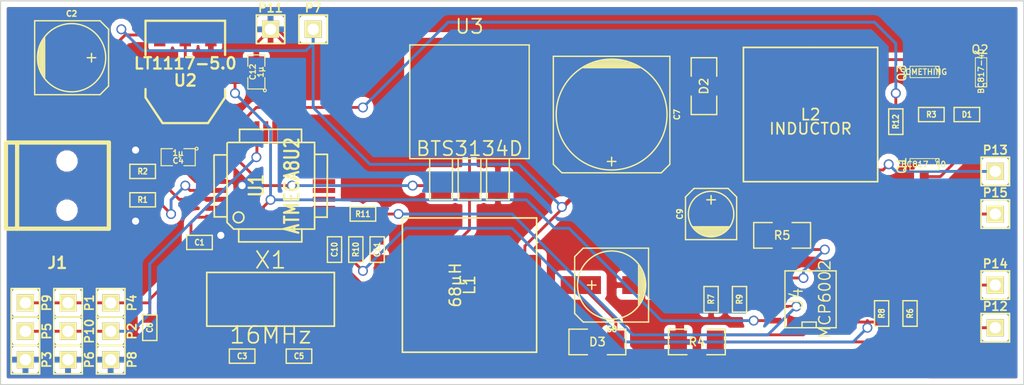
<source format=kicad_pcb>
(kicad_pcb (version 3) (host pcbnew "(2013-may-18)-stable")

  (general
    (links 91)
    (no_connects 1)
    (area 0 0 0 0)
    (thickness 1.6)
    (drawings 4)
    (tracks 330)
    (zones 0)
    (modules 53)
    (nets 30)
  )

  (page A3)
  (layers
    (15 F.Cu signal)
    (0 B.Cu signal)
    (16 B.Adhes user)
    (17 F.Adhes user)
    (18 B.Paste user)
    (19 F.Paste user)
    (20 B.SilkS user)
    (21 F.SilkS user)
    (22 B.Mask user)
    (23 F.Mask user)
    (24 Dwgs.User user)
    (25 Cmts.User user)
    (26 Eco1.User user)
    (27 Eco2.User user)
    (28 Edge.Cuts user)
  )

  (setup
    (last_trace_width 0.254)
    (trace_clearance 0.254)
    (zone_clearance 0.508)
    (zone_45_only no)
    (trace_min 0.254)
    (segment_width 0.2)
    (edge_width 0.1)
    (via_size 0.889)
    (via_drill 0.635)
    (via_min_size 0.889)
    (via_min_drill 0.508)
    (uvia_size 0.508)
    (uvia_drill 0.127)
    (uvias_allowed no)
    (uvia_min_size 0.508)
    (uvia_min_drill 0.127)
    (pcb_text_width 0.3)
    (pcb_text_size 1.5 1.5)
    (mod_edge_width 0.15)
    (mod_text_size 1 1)
    (mod_text_width 0.15)
    (pad_size 5.4 2.9)
    (pad_drill 0)
    (pad_to_mask_clearance 0)
    (aux_axis_origin 0 0)
    (visible_elements FFFFFFBF)
    (pcbplotparams
      (layerselection 3178497)
      (usegerberextensions true)
      (excludeedgelayer true)
      (linewidth 0.150000)
      (plotframeref false)
      (viasonmask false)
      (mode 1)
      (useauxorigin false)
      (hpglpennumber 1)
      (hpglpenspeed 20)
      (hpglpendiameter 15)
      (hpglpenoverlay 2)
      (psnegative false)
      (psa4output false)
      (plotreference true)
      (plotvalue true)
      (plotothertext true)
      (plotinvisibletext false)
      (padsonsilk false)
      (subtractmaskfromsilk false)
      (outputformat 1)
      (mirror false)
      (drillshape 1)
      (scaleselection 1)
      (outputdirectory ""))
  )

  (net 0 "")
  (net 1 +12V)
  (net 2 +5V)
  (net 3 /FB_Back)
  (net 4 /FB_Front)
  (net 5 /PWM_Back)
  (net 6 /PWM_Front)
  (net 7 /back_neg)
  (net 8 /back_pos)
  (net 9 /front_neg)
  (net 10 /front_pos)
  (net 11 /onewire)
  (net 12 /xtal1)
  (net 13 /xtal2)
  (net 14 GND)
  (net 15 N-000001)
  (net 16 N-0000014)
  (net 17 N-0000016)
  (net 18 N-0000021)
  (net 19 N-0000022)
  (net 20 N-0000023)
  (net 21 N-0000024)
  (net 22 N-0000025)
  (net 23 N-0000026)
  (net 24 N-0000027)
  (net 25 N-0000028)
  (net 26 N-000003)
  (net 27 N-000004)
  (net 28 N-000006)
  (net 29 N-000009)

  (net_class Default "This is the default net class."
    (clearance 0.254)
    (trace_width 0.254)
    (via_dia 0.889)
    (via_drill 0.635)
    (uvia_dia 0.508)
    (uvia_drill 0.127)
    (add_net "")
    (add_net +12V)
    (add_net +5V)
    (add_net /FB_Back)
    (add_net /FB_Front)
    (add_net /PWM_Back)
    (add_net /PWM_Front)
    (add_net /back_neg)
    (add_net /back_pos)
    (add_net /front_neg)
    (add_net /front_pos)
    (add_net /onewire)
    (add_net /xtal1)
    (add_net /xtal2)
    (add_net GND)
    (add_net N-000001)
    (add_net N-0000014)
    (add_net N-0000016)
    (add_net N-0000021)
    (add_net N-0000022)
    (add_net N-0000023)
    (add_net N-0000024)
    (add_net N-0000025)
    (add_net N-0000026)
    (add_net N-0000027)
    (add_net N-0000028)
    (add_net N-000003)
    (add_net N-000004)
    (add_net N-000006)
    (add_net N-000009)
  )

  (module USB_MINI_B (layer F.Cu) (tedit 505F99F2) (tstamp 52614539)
    (at 31.75 104.14)
    (descr "USB Mini-B 5-pin SMD connector")
    (tags "USB, Mini-B, connector")
    (path /525F1591)
    (fp_text reference J1 (at 0 6.90118) (layer F.SilkS)
      (effects (font (size 1.016 1.016) (thickness 0.2032)))
    )
    (fp_text value USB-FOO (at 0 -7.0993) (layer F.SilkS) hide
      (effects (font (size 1.016 1.016) (thickness 0.2032)))
    )
    (fp_line (start -3.59918 -3.85064) (end -3.59918 3.85064) (layer F.SilkS) (width 0.381))
    (fp_line (start -4.59994 -3.85064) (end -4.59994 3.85064) (layer F.SilkS) (width 0.381))
    (fp_line (start -4.59994 3.85064) (end 4.59994 3.85064) (layer F.SilkS) (width 0.381))
    (fp_line (start 4.59994 3.85064) (end 4.59994 -3.85064) (layer F.SilkS) (width 0.381))
    (fp_line (start 4.59994 -3.85064) (end -4.59994 -3.85064) (layer F.SilkS) (width 0.381))
    (pad 1 smd rect (at 3.44932 -1.6002) (size 2.30124 0.50038)
      (layers F.Cu F.Paste F.Mask)
    )
    (pad 2 smd rect (at 3.44932 -0.8001) (size 2.30124 0.50038)
      (layers F.Cu F.Paste F.Mask)
      (net 20 N-0000023)
    )
    (pad 3 smd rect (at 3.44932 0) (size 2.30124 0.50038)
      (layers F.Cu F.Paste F.Mask)
      (net 21 N-0000024)
    )
    (pad 4 smd rect (at 3.44932 0.8001) (size 2.30124 0.50038)
      (layers F.Cu F.Paste F.Mask)
      (net 14 GND)
    )
    (pad 5 smd rect (at 3.44932 1.6002) (size 2.30124 0.50038)
      (layers F.Cu F.Paste F.Mask)
      (net 14 GND)
    )
    (pad 6 smd rect (at 3.35026 -4.45008) (size 2.49936 1.99898)
      (layers F.Cu F.Paste F.Mask)
      (net 14 GND)
    )
    (pad 7 smd rect (at -2.14884 -4.45008) (size 2.49936 1.99898)
      (layers F.Cu F.Paste F.Mask)
    )
    (pad 8 smd rect (at 3.35026 4.45008) (size 2.49936 1.99898)
      (layers F.Cu F.Paste F.Mask)
    )
    (pad 9 smd rect (at -2.14884 4.45008) (size 2.49936 1.99898)
      (layers F.Cu F.Paste F.Mask)
    )
    (pad "" np_thru_hole circle (at 0.8509 -2.19964) (size 0.89916 0.89916) (drill 0.89916)
      (layers *.Cu *.Mask F.SilkS)
    )
    (pad 2 np_thru_hole circle (at 0.8509 2.19964) (size 0.89916 0.89916) (drill 0.89916)
      (layers *.Cu *.Mask F.SilkS)
      (net 20 N-0000023)
    )
  )

  (module TQFP32 (layer F.Cu) (tedit 43A670DA) (tstamp 5261456F)
    (at 50.8 104.14 90)
    (path /525F2793)
    (fp_text reference U1 (at 0 -1.27 90) (layer F.SilkS)
      (effects (font (size 1.27 1.016) (thickness 0.2032)))
    )
    (fp_text value ATMEGA8U2 (at 0 1.905 90) (layer F.SilkS)
      (effects (font (size 1.27 1.016) (thickness 0.2032)))
    )
    (fp_line (start 5.0292 2.7686) (end 3.8862 2.7686) (layer F.SilkS) (width 0.1524))
    (fp_line (start 5.0292 -2.7686) (end 3.9116 -2.7686) (layer F.SilkS) (width 0.1524))
    (fp_line (start 5.0292 2.7686) (end 5.0292 -2.7686) (layer F.SilkS) (width 0.1524))
    (fp_line (start 2.794 3.9624) (end 2.794 5.0546) (layer F.SilkS) (width 0.1524))
    (fp_line (start -2.8194 3.9878) (end -2.8194 5.0546) (layer F.SilkS) (width 0.1524))
    (fp_line (start -2.8448 5.0546) (end 2.794 5.08) (layer F.SilkS) (width 0.1524))
    (fp_line (start -2.794 -5.0292) (end 2.7178 -5.0546) (layer F.SilkS) (width 0.1524))
    (fp_line (start -3.8862 -3.2766) (end -3.8862 3.9116) (layer F.SilkS) (width 0.1524))
    (fp_line (start 2.7432 -5.0292) (end 2.7432 -3.9878) (layer F.SilkS) (width 0.1524))
    (fp_line (start -3.2512 -3.8862) (end 3.81 -3.8862) (layer F.SilkS) (width 0.1524))
    (fp_line (start 3.8608 3.937) (end 3.8608 -3.7846) (layer F.SilkS) (width 0.1524))
    (fp_line (start -3.8862 3.937) (end 3.7338 3.937) (layer F.SilkS) (width 0.1524))
    (fp_line (start -5.0292 -2.8448) (end -5.0292 2.794) (layer F.SilkS) (width 0.1524))
    (fp_line (start -5.0292 2.794) (end -3.8862 2.794) (layer F.SilkS) (width 0.1524))
    (fp_line (start -3.87604 -3.302) (end -3.29184 -3.8862) (layer F.SilkS) (width 0.1524))
    (fp_line (start -5.02412 -2.8448) (end -3.87604 -2.8448) (layer F.SilkS) (width 0.1524))
    (fp_line (start -2.794 -3.8862) (end -2.794 -5.03428) (layer F.SilkS) (width 0.1524))
    (fp_circle (center -2.83972 -2.86004) (end -2.43332 -2.60604) (layer F.SilkS) (width 0.1524))
    (pad 8 smd rect (at -4.81584 2.77622 90) (size 1.99898 0.44958)
      (layers F.Cu F.Paste F.Mask)
    )
    (pad 7 smd rect (at -4.81584 1.97612 90) (size 1.99898 0.44958)
      (layers F.Cu F.Paste F.Mask)
      (net 4 /FB_Front)
    )
    (pad 6 smd rect (at -4.81584 1.17602 90) (size 1.99898 0.44958)
      (layers F.Cu F.Paste F.Mask)
    )
    (pad 5 smd rect (at -4.81584 0.37592 90) (size 1.99898 0.44958)
      (layers F.Cu F.Paste F.Mask)
    )
    (pad 4 smd rect (at -4.81584 -0.42418 90) (size 1.99898 0.44958)
      (layers F.Cu F.Paste F.Mask)
      (net 2 +5V)
    )
    (pad 3 smd rect (at -4.81584 -1.22428 90) (size 1.99898 0.44958)
      (layers F.Cu F.Paste F.Mask)
      (net 14 GND)
    )
    (pad 2 smd rect (at -4.81584 -2.02438 90) (size 1.99898 0.44958)
      (layers F.Cu F.Paste F.Mask)
      (net 13 /xtal2)
    )
    (pad 1 smd rect (at -4.81584 -2.82448 90) (size 1.99898 0.44958)
      (layers F.Cu F.Paste F.Mask)
      (net 12 /xtal1)
    )
    (pad 24 smd rect (at 4.7498 -2.8194 90) (size 1.99898 0.44958)
      (layers F.Cu F.Paste F.Mask)
    )
    (pad 17 smd rect (at 4.7498 2.794 90) (size 1.99898 0.44958)
      (layers F.Cu F.Paste F.Mask)
    )
    (pad 18 smd rect (at 4.7498 1.9812 90) (size 1.99898 0.44958)
      (layers F.Cu F.Paste F.Mask)
    )
    (pad 19 smd rect (at 4.7498 1.1684 90) (size 1.99898 0.44958)
      (layers F.Cu F.Paste F.Mask)
    )
    (pad 20 smd rect (at 4.7498 0.381 90) (size 1.99898 0.44958)
      (layers F.Cu F.Paste F.Mask)
    )
    (pad 21 smd rect (at 4.7498 -0.4318 90) (size 1.99898 0.44958)
      (layers F.Cu F.Paste F.Mask)
    )
    (pad 22 smd rect (at 4.7498 -1.2192 90) (size 1.99898 0.44958)
      (layers F.Cu F.Paste F.Mask)
      (net 11 /onewire)
    )
    (pad 23 smd rect (at 4.7498 -2.032 90) (size 1.99898 0.44958)
      (layers F.Cu F.Paste F.Mask)
      (net 5 /PWM_Back)
    )
    (pad 32 smd rect (at -2.82448 -4.826 90) (size 0.44958 1.99898)
      (layers F.Cu F.Paste F.Mask)
      (net 2 +5V)
    )
    (pad 31 smd rect (at -2.02692 -4.826 90) (size 0.44958 1.99898)
      (layers F.Cu F.Paste F.Mask)
      (net 2 +5V)
    )
    (pad 30 smd rect (at -1.22428 -4.826 90) (size 0.44958 1.99898)
      (layers F.Cu F.Paste F.Mask)
      (net 23 N-0000026)
    )
    (pad 29 smd rect (at -0.42672 -4.826 90) (size 0.44958 1.99898)
      (layers F.Cu F.Paste F.Mask)
      (net 22 N-0000025)
    )
    (pad 28 smd rect (at 0.37592 -4.826 90) (size 0.44958 1.99898)
      (layers F.Cu F.Paste F.Mask)
      (net 14 GND)
    )
    (pad 27 smd rect (at 1.17348 -4.826 90) (size 0.44958 1.99898)
      (layers F.Cu F.Paste F.Mask)
      (net 29 N-000009)
    )
    (pad 26 smd rect (at 1.97612 -4.826 90) (size 0.44958 1.99898)
      (layers F.Cu F.Paste F.Mask)
    )
    (pad 25 smd rect (at 2.77368 -4.826 90) (size 0.44958 1.99898)
      (layers F.Cu F.Paste F.Mask)
      (net 6 /PWM_Front)
    )
    (pad 9 smd rect (at -2.8194 4.7752 90) (size 0.44958 1.99898)
      (layers F.Cu F.Paste F.Mask)
    )
    (pad 10 smd rect (at -2.032 4.7752 90) (size 0.44958 1.99898)
      (layers F.Cu F.Paste F.Mask)
      (net 3 /FB_Back)
    )
    (pad 11 smd rect (at -1.2192 4.7752 90) (size 0.44958 1.99898)
      (layers F.Cu F.Paste F.Mask)
    )
    (pad 12 smd rect (at -0.4318 4.7752 90) (size 0.44958 1.99898)
      (layers F.Cu F.Paste F.Mask)
    )
    (pad 13 smd rect (at 0.3556 4.7752 90) (size 0.44958 1.99898)
      (layers F.Cu F.Paste F.Mask)
    )
    (pad 14 smd rect (at 1.1684 4.7752 90) (size 0.44958 1.99898)
      (layers F.Cu F.Paste F.Mask)
    )
    (pad 15 smd rect (at 1.9812 4.7752 90) (size 0.44958 1.99898)
      (layers F.Cu F.Paste F.Mask)
    )
    (pad 16 smd rect (at 2.794 4.7752 90) (size 0.44958 1.99898)
      (layers F.Cu F.Paste F.Mask)
    )
    (model smd/tqfp32.wrl
      (at (xyz 0 0 0))
      (scale (xyz 1 1 1))
      (rotate (xyz 0 0 0))
    )
  )

  (module SO8N (layer F.Cu) (tedit 45127296) (tstamp 52614582)
    (at 99.06 114.3 90)
    (descr "Module CMS SOJ 8 pins large")
    (tags "CMS SOJ")
    (path /525DB3D6)
    (attr smd)
    (fp_text reference U4 (at 0 -1.27 90) (layer F.SilkS)
      (effects (font (size 1.143 1.016) (thickness 0.127)))
    )
    (fp_text value MCP6002 (at 0 1.27 90) (layer F.SilkS)
      (effects (font (size 1.016 1.016) (thickness 0.127)))
    )
    (fp_line (start -2.54 -2.286) (end 2.54 -2.286) (layer F.SilkS) (width 0.127))
    (fp_line (start 2.54 -2.286) (end 2.54 2.286) (layer F.SilkS) (width 0.127))
    (fp_line (start 2.54 2.286) (end -2.54 2.286) (layer F.SilkS) (width 0.127))
    (fp_line (start -2.54 2.286) (end -2.54 -2.286) (layer F.SilkS) (width 0.127))
    (fp_line (start -2.54 -0.762) (end -2.032 -0.762) (layer F.SilkS) (width 0.127))
    (fp_line (start -2.032 -0.762) (end -2.032 0.508) (layer F.SilkS) (width 0.127))
    (fp_line (start -2.032 0.508) (end -2.54 0.508) (layer F.SilkS) (width 0.127))
    (pad 8 smd rect (at -1.905 -3.175 90) (size 0.508 1.143)
      (layers F.Cu F.Paste F.Mask)
      (net 2 +5V)
    )
    (pad 7 smd rect (at -0.635 -3.175 90) (size 0.508 1.143)
      (layers F.Cu F.Paste F.Mask)
      (net 15 N-000001)
    )
    (pad 6 smd rect (at 0.635 -3.175 90) (size 0.508 1.143)
      (layers F.Cu F.Paste F.Mask)
      (net 26 N-000003)
    )
    (pad 5 smd rect (at 1.905 -3.175 90) (size 0.508 1.143)
      (layers F.Cu F.Paste F.Mask)
      (net 7 /back_neg)
    )
    (pad 4 smd rect (at 1.905 3.175 90) (size 0.508 1.143)
      (layers F.Cu F.Paste F.Mask)
      (net 14 GND)
    )
    (pad 3 smd rect (at 0.635 3.175 90) (size 0.508 1.143)
      (layers F.Cu F.Paste F.Mask)
      (net 9 /front_neg)
    )
    (pad 2 smd rect (at -0.635 3.175 90) (size 0.508 1.143)
      (layers F.Cu F.Paste F.Mask)
      (net 19 N-0000022)
    )
    (pad 1 smd rect (at -1.905 3.175 90) (size 0.508 1.143)
      (layers F.Cu F.Paste F.Mask)
      (net 16 N-0000014)
    )
    (model smd/cms_so8.wrl
      (at (xyz 0 0 0))
      (scale (xyz 0.5 0.38 0.5))
      (rotate (xyz 0 0 0))
    )
  )

  (module SM1206 (layer F.Cu) (tedit 42806E24) (tstamp 5261458E)
    (at 89.535 95.25 90)
    (path /525F06DA)
    (attr smd)
    (fp_text reference D2 (at 0 0 90) (layer F.SilkS)
      (effects (font (size 0.762 0.762) (thickness 0.127)))
    )
    (fp_text value DIODE (at 0 0 90) (layer F.SilkS) hide
      (effects (font (size 0.762 0.762) (thickness 0.127)))
    )
    (fp_line (start -2.54 -1.143) (end -2.54 1.143) (layer F.SilkS) (width 0.127))
    (fp_line (start -2.54 1.143) (end -0.889 1.143) (layer F.SilkS) (width 0.127))
    (fp_line (start 0.889 -1.143) (end 2.54 -1.143) (layer F.SilkS) (width 0.127))
    (fp_line (start 2.54 -1.143) (end 2.54 1.143) (layer F.SilkS) (width 0.127))
    (fp_line (start 2.54 1.143) (end 0.889 1.143) (layer F.SilkS) (width 0.127))
    (fp_line (start -0.889 -1.143) (end -2.54 -1.143) (layer F.SilkS) (width 0.127))
    (pad 1 smd rect (at -1.651 0 90) (size 1.524 2.032)
      (layers F.Cu F.Paste F.Mask)
      (net 14 GND)
    )
    (pad 2 smd rect (at 1.651 0 90) (size 1.524 2.032)
      (layers F.Cu F.Paste F.Mask)
      (net 27 N-000004)
    )
    (model smd/chip_cms.wrl
      (at (xyz 0 0 0))
      (scale (xyz 0.17 0.16 0.16))
      (rotate (xyz 0 0 0))
    )
  )

  (module SM1206 (layer F.Cu) (tedit 42806E24) (tstamp 5261459A)
    (at 80.01 118.11)
    (path /525DACCA)
    (attr smd)
    (fp_text reference D3 (at 0 0) (layer F.SilkS)
      (effects (font (size 0.762 0.762) (thickness 0.127)))
    )
    (fp_text value DIODE (at 0 0) (layer F.SilkS) hide
      (effects (font (size 0.762 0.762) (thickness 0.127)))
    )
    (fp_line (start -2.54 -1.143) (end -2.54 1.143) (layer F.SilkS) (width 0.127))
    (fp_line (start -2.54 1.143) (end -0.889 1.143) (layer F.SilkS) (width 0.127))
    (fp_line (start 0.889 -1.143) (end 2.54 -1.143) (layer F.SilkS) (width 0.127))
    (fp_line (start 2.54 -1.143) (end 2.54 1.143) (layer F.SilkS) (width 0.127))
    (fp_line (start 2.54 1.143) (end 0.889 1.143) (layer F.SilkS) (width 0.127))
    (fp_line (start -0.889 -1.143) (end -2.54 -1.143) (layer F.SilkS) (width 0.127))
    (pad 1 smd rect (at -1.651 0) (size 1.524 2.032)
      (layers F.Cu F.Paste F.Mask)
      (net 17 N-0000016)
    )
    (pad 2 smd rect (at 1.651 0) (size 1.524 2.032)
      (layers F.Cu F.Paste F.Mask)
      (net 10 /front_pos)
    )
    (model smd/chip_cms.wrl
      (at (xyz 0 0 0))
      (scale (xyz 0.17 0.16 0.16))
      (rotate (xyz 0 0 0))
    )
  )

  (module SM1206 (layer F.Cu) (tedit 42806E24) (tstamp 526145A6)
    (at 96.52 108.585 180)
    (path /525F1315)
    (attr smd)
    (fp_text reference R5 (at 0 0 180) (layer F.SilkS)
      (effects (font (size 0.762 0.762) (thickness 0.127)))
    )
    (fp_text value 0.47 (at 0 0 180) (layer F.SilkS) hide
      (effects (font (size 0.762 0.762) (thickness 0.127)))
    )
    (fp_line (start -2.54 -1.143) (end -2.54 1.143) (layer F.SilkS) (width 0.127))
    (fp_line (start -2.54 1.143) (end -0.889 1.143) (layer F.SilkS) (width 0.127))
    (fp_line (start 0.889 -1.143) (end 2.54 -1.143) (layer F.SilkS) (width 0.127))
    (fp_line (start 2.54 -1.143) (end 2.54 1.143) (layer F.SilkS) (width 0.127))
    (fp_line (start 2.54 1.143) (end 0.889 1.143) (layer F.SilkS) (width 0.127))
    (fp_line (start -0.889 -1.143) (end -2.54 -1.143) (layer F.SilkS) (width 0.127))
    (pad 1 smd rect (at -1.651 0 180) (size 1.524 2.032)
      (layers F.Cu F.Paste F.Mask)
      (net 7 /back_neg)
    )
    (pad 2 smd rect (at 1.651 0 180) (size 1.524 2.032)
      (layers F.Cu F.Paste F.Mask)
      (net 14 GND)
    )
    (model smd/chip_cms.wrl
      (at (xyz 0 0 0))
      (scale (xyz 0.17 0.16 0.16))
      (rotate (xyz 0 0 0))
    )
  )

  (module SM1206 (layer F.Cu) (tedit 42806E24) (tstamp 526145B2)
    (at 88.9 118.11 180)
    (path /525D9892)
    (attr smd)
    (fp_text reference R4 (at 0 0 180) (layer F.SilkS)
      (effects (font (size 0.762 0.762) (thickness 0.127)))
    )
    (fp_text value 0.47 (at 0 0 180) (layer F.SilkS) hide
      (effects (font (size 0.762 0.762) (thickness 0.127)))
    )
    (fp_line (start -2.54 -1.143) (end -2.54 1.143) (layer F.SilkS) (width 0.127))
    (fp_line (start -2.54 1.143) (end -0.889 1.143) (layer F.SilkS) (width 0.127))
    (fp_line (start 0.889 -1.143) (end 2.54 -1.143) (layer F.SilkS) (width 0.127))
    (fp_line (start 2.54 -1.143) (end 2.54 1.143) (layer F.SilkS) (width 0.127))
    (fp_line (start 2.54 1.143) (end 0.889 1.143) (layer F.SilkS) (width 0.127))
    (fp_line (start -0.889 -1.143) (end -2.54 -1.143) (layer F.SilkS) (width 0.127))
    (pad 1 smd rect (at -1.651 0 180) (size 1.524 2.032)
      (layers F.Cu F.Paste F.Mask)
      (net 9 /front_neg)
    )
    (pad 2 smd rect (at 1.651 0 180) (size 1.524 2.032)
      (layers F.Cu F.Paste F.Mask)
      (net 14 GND)
    )
    (model smd/chip_cms.wrl
      (at (xyz 0 0 0))
      (scale (xyz 0.17 0.16 0.16))
      (rotate (xyz 0 0 0))
    )
  )

  (module SM0805 (layer F.Cu) (tedit 5091495C) (tstamp 526145BF)
    (at 42.545 101.6 180)
    (path /525F1378)
    (attr smd)
    (fp_text reference C4 (at 0 -0.3175 180) (layer F.SilkS)
      (effects (font (size 0.50038 0.50038) (thickness 0.10922)))
    )
    (fp_text value 1µ (at 0 0.381 180) (layer F.SilkS)
      (effects (font (size 0.50038 0.50038) (thickness 0.10922)))
    )
    (fp_circle (center -1.651 0.762) (end -1.651 0.635) (layer F.SilkS) (width 0.09906))
    (fp_line (start -0.508 0.762) (end -1.524 0.762) (layer F.SilkS) (width 0.09906))
    (fp_line (start -1.524 0.762) (end -1.524 -0.762) (layer F.SilkS) (width 0.09906))
    (fp_line (start -1.524 -0.762) (end -0.508 -0.762) (layer F.SilkS) (width 0.09906))
    (fp_line (start 0.508 -0.762) (end 1.524 -0.762) (layer F.SilkS) (width 0.09906))
    (fp_line (start 1.524 -0.762) (end 1.524 0.762) (layer F.SilkS) (width 0.09906))
    (fp_line (start 1.524 0.762) (end 0.508 0.762) (layer F.SilkS) (width 0.09906))
    (pad 1 smd rect (at -0.9525 0 180) (size 0.889 1.397)
      (layers F.Cu F.Paste F.Mask)
      (net 29 N-000009)
    )
    (pad 2 smd rect (at 0.9525 0 180) (size 0.889 1.397)
      (layers F.Cu F.Paste F.Mask)
      (net 14 GND)
    )
    (model smd/chip_cms.wrl
      (at (xyz 0 0 0))
      (scale (xyz 0.1 0.1 0.1))
      (rotate (xyz 0 0 0))
    )
  )

  (module SM0805 (layer F.Cu) (tedit 5091495C) (tstamp 526145CC)
    (at 49.53 93.98 90)
    (path /52614441)
    (attr smd)
    (fp_text reference C12 (at 0 -0.3175 90) (layer F.SilkS)
      (effects (font (size 0.50038 0.50038) (thickness 0.10922)))
    )
    (fp_text value 1µ (at 0 0.381 90) (layer F.SilkS)
      (effects (font (size 0.50038 0.50038) (thickness 0.10922)))
    )
    (fp_circle (center -1.651 0.762) (end -1.651 0.635) (layer F.SilkS) (width 0.09906))
    (fp_line (start -0.508 0.762) (end -1.524 0.762) (layer F.SilkS) (width 0.09906))
    (fp_line (start -1.524 0.762) (end -1.524 -0.762) (layer F.SilkS) (width 0.09906))
    (fp_line (start -1.524 -0.762) (end -0.508 -0.762) (layer F.SilkS) (width 0.09906))
    (fp_line (start 0.508 -0.762) (end 1.524 -0.762) (layer F.SilkS) (width 0.09906))
    (fp_line (start 1.524 -0.762) (end 1.524 0.762) (layer F.SilkS) (width 0.09906))
    (fp_line (start 1.524 0.762) (end 0.508 0.762) (layer F.SilkS) (width 0.09906))
    (pad 1 smd rect (at -0.9525 0 90) (size 0.889 1.397)
      (layers F.Cu F.Paste F.Mask)
      (net 2 +5V)
    )
    (pad 2 smd rect (at 0.9525 0 90) (size 0.889 1.397)
      (layers F.Cu F.Paste F.Mask)
      (net 14 GND)
    )
    (model smd/chip_cms.wrl
      (at (xyz 0 0 0))
      (scale (xyz 0.1 0.1 0.1))
      (rotate (xyz 0 0 0))
    )
  )

  (module SM0603 (layer F.Cu) (tedit 4E43A3D1) (tstamp 526145D6)
    (at 92.71 114.3 90)
    (path /525F132D)
    (attr smd)
    (fp_text reference R9 (at 0 0 90) (layer F.SilkS)
      (effects (font (size 0.508 0.4572) (thickness 0.1143)))
    )
    (fp_text value R (at 0 0 90) (layer F.SilkS) hide
      (effects (font (size 0.508 0.4572) (thickness 0.1143)))
    )
    (fp_line (start -1.143 -0.635) (end 1.143 -0.635) (layer F.SilkS) (width 0.127))
    (fp_line (start 1.143 -0.635) (end 1.143 0.635) (layer F.SilkS) (width 0.127))
    (fp_line (start 1.143 0.635) (end -1.143 0.635) (layer F.SilkS) (width 0.127))
    (fp_line (start -1.143 0.635) (end -1.143 -0.635) (layer F.SilkS) (width 0.127))
    (pad 1 smd rect (at -0.762 0 90) (size 0.635 1.143)
      (layers F.Cu F.Paste F.Mask)
      (net 15 N-000001)
    )
    (pad 2 smd rect (at 0.762 0 90) (size 0.635 1.143)
      (layers F.Cu F.Paste F.Mask)
      (net 26 N-000003)
    )
    (model smd\resistors\R0603.wrl
      (at (xyz 0 0 0.001))
      (scale (xyz 0.5 0.5 0.5))
      (rotate (xyz 0 0 0))
    )
  )

  (module SM0603 (layer F.Cu) (tedit 52614DED) (tstamp 526145E0)
    (at 90.17 114.3 90)
    (path /525F1321)
    (attr smd)
    (fp_text reference R7 (at 0 0 90) (layer F.SilkS)
      (effects (font (size 0.508 0.4572) (thickness 0.1143)))
    )
    (fp_text value R (at 0 0 90) (layer F.SilkS) hide
      (effects (font (size 0.508 0.4572) (thickness 0.1143)))
    )
    (fp_line (start -1.143 -0.635) (end 1.143 -0.635) (layer F.SilkS) (width 0.127))
    (fp_line (start 1.143 -0.635) (end 1.143 0.635) (layer F.SilkS) (width 0.127))
    (fp_line (start 1.143 0.635) (end -1.143 0.635) (layer F.SilkS) (width 0.127))
    (fp_line (start -1.143 0.635) (end -1.143 -0.635) (layer F.SilkS) (width 0.127))
    (pad 1 smd rect (at -0.762 0 90) (size 0.635 1.143)
      (layers F.Cu F.Paste F.Mask)
      (net 14 GND)
    )
    (pad 2 smd rect (at 0.762 0 90) (size 0.635 1.143)
      (layers F.Cu F.Paste F.Mask)
      (net 26 N-000003)
    )
    (model smd\resistors\R0603.wrl
      (at (xyz 0 0 0.001))
      (scale (xyz 0.5 0.5 0.5))
      (rotate (xyz 0 0 0))
    )
  )

  (module SM0603 (layer F.Cu) (tedit 4E43A3D1) (tstamp 526145EA)
    (at 59.055 106.68 180)
    (path /525F1333)
    (attr smd)
    (fp_text reference R11 (at 0 0 180) (layer F.SilkS)
      (effects (font (size 0.508 0.4572) (thickness 0.1143)))
    )
    (fp_text value R (at 0 0 180) (layer F.SilkS) hide
      (effects (font (size 0.508 0.4572) (thickness 0.1143)))
    )
    (fp_line (start -1.143 -0.635) (end 1.143 -0.635) (layer F.SilkS) (width 0.127))
    (fp_line (start 1.143 -0.635) (end 1.143 0.635) (layer F.SilkS) (width 0.127))
    (fp_line (start 1.143 0.635) (end -1.143 0.635) (layer F.SilkS) (width 0.127))
    (fp_line (start -1.143 0.635) (end -1.143 -0.635) (layer F.SilkS) (width 0.127))
    (pad 1 smd rect (at -0.762 0 180) (size 0.635 1.143)
      (layers F.Cu F.Paste F.Mask)
      (net 15 N-000001)
    )
    (pad 2 smd rect (at 0.762 0 180) (size 0.635 1.143)
      (layers F.Cu F.Paste F.Mask)
      (net 3 /FB_Back)
    )
    (model smd\resistors\R0603.wrl
      (at (xyz 0 0 0.001))
      (scale (xyz 0.5 0.5 0.5))
      (rotate (xyz 0 0 0))
    )
  )

  (module SM0603 (layer F.Cu) (tedit 4E43A3D1) (tstamp 526145F4)
    (at 113.03 97.79 180)
    (path /525F13B7)
    (attr smd)
    (fp_text reference D1 (at 0 0 180) (layer F.SilkS)
      (effects (font (size 0.508 0.4572) (thickness 0.1143)))
    )
    (fp_text value 1N4148 (at 0 0 180) (layer F.SilkS) hide
      (effects (font (size 0.508 0.4572) (thickness 0.1143)))
    )
    (fp_line (start -1.143 -0.635) (end 1.143 -0.635) (layer F.SilkS) (width 0.127))
    (fp_line (start 1.143 -0.635) (end 1.143 0.635) (layer F.SilkS) (width 0.127))
    (fp_line (start 1.143 0.635) (end -1.143 0.635) (layer F.SilkS) (width 0.127))
    (fp_line (start -1.143 0.635) (end -1.143 -0.635) (layer F.SilkS) (width 0.127))
    (pad 1 smd rect (at -0.762 0 180) (size 0.635 1.143)
      (layers F.Cu F.Paste F.Mask)
      (net 25 N-0000028)
    )
    (pad 2 smd rect (at 0.762 0 180) (size 0.635 1.143)
      (layers F.Cu F.Paste F.Mask)
      (net 24 N-0000027)
    )
    (model smd\resistors\R0603.wrl
      (at (xyz 0 0 0.001))
      (scale (xyz 0.5 0.5 0.5))
      (rotate (xyz 0 0 0))
    )
  )

  (module SM0603 (layer F.Cu) (tedit 4E43A3D1) (tstamp 526145FE)
    (at 39.37 105.41 180)
    (path /525F2D64)
    (attr smd)
    (fp_text reference R1 (at 0 0 180) (layer F.SilkS)
      (effects (font (size 0.508 0.4572) (thickness 0.1143)))
    )
    (fp_text value 22 (at 0 0 180) (layer F.SilkS) hide
      (effects (font (size 0.508 0.4572) (thickness 0.1143)))
    )
    (fp_line (start -1.143 -0.635) (end 1.143 -0.635) (layer F.SilkS) (width 0.127))
    (fp_line (start 1.143 -0.635) (end 1.143 0.635) (layer F.SilkS) (width 0.127))
    (fp_line (start 1.143 0.635) (end -1.143 0.635) (layer F.SilkS) (width 0.127))
    (fp_line (start -1.143 0.635) (end -1.143 -0.635) (layer F.SilkS) (width 0.127))
    (pad 1 smd rect (at -0.762 0 180) (size 0.635 1.143)
      (layers F.Cu F.Paste F.Mask)
      (net 22 N-0000025)
    )
    (pad 2 smd rect (at 0.762 0 180) (size 0.635 1.143)
      (layers F.Cu F.Paste F.Mask)
      (net 21 N-0000024)
    )
    (model smd\resistors\R0603.wrl
      (at (xyz 0 0 0.001))
      (scale (xyz 0.5 0.5 0.5))
      (rotate (xyz 0 0 0))
    )
  )

  (module SM0603 (layer F.Cu) (tedit 52614CE0) (tstamp 52614608)
    (at 109.855 97.79 180)
    (path /525F13C6)
    (attr smd)
    (fp_text reference R3 (at 0 0 180) (layer F.SilkS)
      (effects (font (size 0.508 0.4572) (thickness 0.1143)))
    )
    (fp_text value 4k7 (at 0 0 180) (layer F.SilkS) hide
      (effects (font (size 0.508 0.4572) (thickness 0.1143)))
    )
    (fp_line (start -1.143 -0.635) (end 1.143 -0.635) (layer F.SilkS) (width 0.127))
    (fp_line (start 1.143 -0.635) (end 1.143 0.635) (layer F.SilkS) (width 0.127))
    (fp_line (start 1.143 0.635) (end -1.143 0.635) (layer F.SilkS) (width 0.127))
    (fp_line (start -1.143 0.635) (end -1.143 -0.635) (layer F.SilkS) (width 0.127))
    (pad 1 smd rect (at -0.762 0 180) (size 0.635 1.143)
      (layers F.Cu F.Paste F.Mask)
      (net 24 N-0000027)
    )
    (pad 2 smd rect (at 0.762 0 180) (size 0.635 1.143)
      (layers F.Cu F.Paste F.Mask)
      (net 28 N-000006)
    )
    (model smd\resistors\R0603.wrl
      (at (xyz 0 0 0.001))
      (scale (xyz 0.5 0.5 0.5))
      (rotate (xyz 0 0 0))
    )
  )

  (module SM0603 (layer F.Cu) (tedit 4E43A3D1) (tstamp 526159D5)
    (at 60.325 109.855 270)
    (path /525F1339)
    (attr smd)
    (fp_text reference C11 (at 0 0 270) (layer F.SilkS)
      (effects (font (size 0.508 0.4572) (thickness 0.1143)))
    )
    (fp_text value C (at 0 0 270) (layer F.SilkS) hide
      (effects (font (size 0.508 0.4572) (thickness 0.1143)))
    )
    (fp_line (start -1.143 -0.635) (end 1.143 -0.635) (layer F.SilkS) (width 0.127))
    (fp_line (start 1.143 -0.635) (end 1.143 0.635) (layer F.SilkS) (width 0.127))
    (fp_line (start 1.143 0.635) (end -1.143 0.635) (layer F.SilkS) (width 0.127))
    (fp_line (start -1.143 0.635) (end -1.143 -0.635) (layer F.SilkS) (width 0.127))
    (pad 1 smd rect (at -0.762 0 270) (size 0.635 1.143)
      (layers F.Cu F.Paste F.Mask)
      (net 3 /FB_Back)
    )
    (pad 2 smd rect (at 0.762 0 270) (size 0.635 1.143)
      (layers F.Cu F.Paste F.Mask)
      (net 14 GND)
    )
    (model smd\resistors\R0603.wrl
      (at (xyz 0 0 0.001))
      (scale (xyz 0.5 0.5 0.5))
      (rotate (xyz 0 0 0))
    )
  )

  (module SM0603 (layer F.Cu) (tedit 4E43A3D1) (tstamp 5261461C)
    (at 39.37 102.87)
    (path /525F2D7B)
    (attr smd)
    (fp_text reference R2 (at 0 0) (layer F.SilkS)
      (effects (font (size 0.508 0.4572) (thickness 0.1143)))
    )
    (fp_text value 22 (at 0 0) (layer F.SilkS) hide
      (effects (font (size 0.508 0.4572) (thickness 0.1143)))
    )
    (fp_line (start -1.143 -0.635) (end 1.143 -0.635) (layer F.SilkS) (width 0.127))
    (fp_line (start 1.143 -0.635) (end 1.143 0.635) (layer F.SilkS) (width 0.127))
    (fp_line (start 1.143 0.635) (end -1.143 0.635) (layer F.SilkS) (width 0.127))
    (fp_line (start -1.143 0.635) (end -1.143 -0.635) (layer F.SilkS) (width 0.127))
    (pad 1 smd rect (at -0.762 0) (size 0.635 1.143)
      (layers F.Cu F.Paste F.Mask)
      (net 20 N-0000023)
    )
    (pad 2 smd rect (at 0.762 0) (size 0.635 1.143)
      (layers F.Cu F.Paste F.Mask)
      (net 23 N-0000026)
    )
    (model smd\resistors\R0603.wrl
      (at (xyz 0 0 0.001))
      (scale (xyz 0.5 0.5 0.5))
      (rotate (xyz 0 0 0))
    )
  )

  (module SM0603 (layer F.Cu) (tedit 4E43A3D1) (tstamp 52614626)
    (at 48.26 119.38)
    (path /525F1ED2)
    (attr smd)
    (fp_text reference C3 (at 0 0) (layer F.SilkS)
      (effects (font (size 0.508 0.4572) (thickness 0.1143)))
    )
    (fp_text value 22p (at 0 0) (layer F.SilkS) hide
      (effects (font (size 0.508 0.4572) (thickness 0.1143)))
    )
    (fp_line (start -1.143 -0.635) (end 1.143 -0.635) (layer F.SilkS) (width 0.127))
    (fp_line (start 1.143 -0.635) (end 1.143 0.635) (layer F.SilkS) (width 0.127))
    (fp_line (start 1.143 0.635) (end -1.143 0.635) (layer F.SilkS) (width 0.127))
    (fp_line (start -1.143 0.635) (end -1.143 -0.635) (layer F.SilkS) (width 0.127))
    (pad 1 smd rect (at -0.762 0) (size 0.635 1.143)
      (layers F.Cu F.Paste F.Mask)
      (net 12 /xtal1)
    )
    (pad 2 smd rect (at 0.762 0) (size 0.635 1.143)
      (layers F.Cu F.Paste F.Mask)
      (net 14 GND)
    )
    (model smd\resistors\R0603.wrl
      (at (xyz 0 0 0.001))
      (scale (xyz 0.5 0.5 0.5))
      (rotate (xyz 0 0 0))
    )
  )

  (module SM0603 (layer F.Cu) (tedit 4E43A3D1) (tstamp 52614630)
    (at 53.34 119.38 180)
    (path /525F1EDF)
    (attr smd)
    (fp_text reference C5 (at 0 0 180) (layer F.SilkS)
      (effects (font (size 0.508 0.4572) (thickness 0.1143)))
    )
    (fp_text value 22p (at 0 0 180) (layer F.SilkS) hide
      (effects (font (size 0.508 0.4572) (thickness 0.1143)))
    )
    (fp_line (start -1.143 -0.635) (end 1.143 -0.635) (layer F.SilkS) (width 0.127))
    (fp_line (start 1.143 -0.635) (end 1.143 0.635) (layer F.SilkS) (width 0.127))
    (fp_line (start 1.143 0.635) (end -1.143 0.635) (layer F.SilkS) (width 0.127))
    (fp_line (start -1.143 0.635) (end -1.143 -0.635) (layer F.SilkS) (width 0.127))
    (pad 1 smd rect (at -0.762 0 180) (size 0.635 1.143)
      (layers F.Cu F.Paste F.Mask)
      (net 13 /xtal2)
    )
    (pad 2 smd rect (at 0.762 0 180) (size 0.635 1.143)
      (layers F.Cu F.Paste F.Mask)
      (net 14 GND)
    )
    (model smd\resistors\R0603.wrl
      (at (xyz 0 0 0.001))
      (scale (xyz 0.5 0.5 0.5))
      (rotate (xyz 0 0 0))
    )
  )

  (module SM0603 (layer F.Cu) (tedit 4E43A3D1) (tstamp 5261463A)
    (at 40.005 116.84 270)
    (path /5261457A)
    (attr smd)
    (fp_text reference C6 (at 0 0 270) (layer F.SilkS)
      (effects (font (size 0.508 0.4572) (thickness 0.1143)))
    )
    (fp_text value 100n (at 0 0 270) (layer F.SilkS) hide
      (effects (font (size 0.508 0.4572) (thickness 0.1143)))
    )
    (fp_line (start -1.143 -0.635) (end 1.143 -0.635) (layer F.SilkS) (width 0.127))
    (fp_line (start 1.143 -0.635) (end 1.143 0.635) (layer F.SilkS) (width 0.127))
    (fp_line (start 1.143 0.635) (end -1.143 0.635) (layer F.SilkS) (width 0.127))
    (fp_line (start -1.143 0.635) (end -1.143 -0.635) (layer F.SilkS) (width 0.127))
    (pad 1 smd rect (at -0.762 0 270) (size 0.635 1.143)
      (layers F.Cu F.Paste F.Mask)
      (net 2 +5V)
    )
    (pad 2 smd rect (at 0.762 0 270) (size 0.635 1.143)
      (layers F.Cu F.Paste F.Mask)
      (net 14 GND)
    )
    (model smd\resistors\R0603.wrl
      (at (xyz 0 0 0.001))
      (scale (xyz 0.5 0.5 0.5))
      (rotate (xyz 0 0 0))
    )
  )

  (module SM0603 (layer F.Cu) (tedit 4E43A3D1) (tstamp 52614644)
    (at 44.45 109.22)
    (path /525DB104)
    (attr smd)
    (fp_text reference C1 (at 0 0) (layer F.SilkS)
      (effects (font (size 0.508 0.4572) (thickness 0.1143)))
    )
    (fp_text value 100n (at 0 0) (layer F.SilkS) hide
      (effects (font (size 0.508 0.4572) (thickness 0.1143)))
    )
    (fp_line (start -1.143 -0.635) (end 1.143 -0.635) (layer F.SilkS) (width 0.127))
    (fp_line (start 1.143 -0.635) (end 1.143 0.635) (layer F.SilkS) (width 0.127))
    (fp_line (start 1.143 0.635) (end -1.143 0.635) (layer F.SilkS) (width 0.127))
    (fp_line (start -1.143 0.635) (end -1.143 -0.635) (layer F.SilkS) (width 0.127))
    (pad 1 smd rect (at -0.762 0) (size 0.635 1.143)
      (layers F.Cu F.Paste F.Mask)
      (net 2 +5V)
    )
    (pad 2 smd rect (at 0.762 0) (size 0.635 1.143)
      (layers F.Cu F.Paste F.Mask)
      (net 14 GND)
    )
    (model smd\resistors\R0603.wrl
      (at (xyz 0 0 0.001))
      (scale (xyz 0.5 0.5 0.5))
      (rotate (xyz 0 0 0))
    )
  )

  (module SM0603 (layer F.Cu) (tedit 4E43A3D1) (tstamp 5261464E)
    (at 56.515 109.855 270)
    (path /525DB4E8)
    (attr smd)
    (fp_text reference C10 (at 0 0 270) (layer F.SilkS)
      (effects (font (size 0.508 0.4572) (thickness 0.1143)))
    )
    (fp_text value C (at 0 0 270) (layer F.SilkS) hide
      (effects (font (size 0.508 0.4572) (thickness 0.1143)))
    )
    (fp_line (start -1.143 -0.635) (end 1.143 -0.635) (layer F.SilkS) (width 0.127))
    (fp_line (start 1.143 -0.635) (end 1.143 0.635) (layer F.SilkS) (width 0.127))
    (fp_line (start 1.143 0.635) (end -1.143 0.635) (layer F.SilkS) (width 0.127))
    (fp_line (start -1.143 0.635) (end -1.143 -0.635) (layer F.SilkS) (width 0.127))
    (pad 1 smd rect (at -0.762 0 270) (size 0.635 1.143)
      (layers F.Cu F.Paste F.Mask)
      (net 4 /FB_Front)
    )
    (pad 2 smd rect (at 0.762 0 270) (size 0.635 1.143)
      (layers F.Cu F.Paste F.Mask)
      (net 14 GND)
    )
    (model smd\resistors\R0603.wrl
      (at (xyz 0 0 0.001))
      (scale (xyz 0.5 0.5 0.5))
      (rotate (xyz 0 0 0))
    )
  )

  (module SM0603 (layer F.Cu) (tedit 4E43A3D1) (tstamp 52614658)
    (at 107.95 115.57 270)
    (path /525DB311)
    (attr smd)
    (fp_text reference R6 (at 0 0 270) (layer F.SilkS)
      (effects (font (size 0.508 0.4572) (thickness 0.1143)))
    )
    (fp_text value R (at 0 0 270) (layer F.SilkS) hide
      (effects (font (size 0.508 0.4572) (thickness 0.1143)))
    )
    (fp_line (start -1.143 -0.635) (end 1.143 -0.635) (layer F.SilkS) (width 0.127))
    (fp_line (start 1.143 -0.635) (end 1.143 0.635) (layer F.SilkS) (width 0.127))
    (fp_line (start 1.143 0.635) (end -1.143 0.635) (layer F.SilkS) (width 0.127))
    (fp_line (start -1.143 0.635) (end -1.143 -0.635) (layer F.SilkS) (width 0.127))
    (pad 1 smd rect (at -0.762 0 270) (size 0.635 1.143)
      (layers F.Cu F.Paste F.Mask)
      (net 14 GND)
    )
    (pad 2 smd rect (at 0.762 0 270) (size 0.635 1.143)
      (layers F.Cu F.Paste F.Mask)
      (net 19 N-0000022)
    )
    (model smd\resistors\R0603.wrl
      (at (xyz 0 0 0.001))
      (scale (xyz 0.5 0.5 0.5))
      (rotate (xyz 0 0 0))
    )
  )

  (module SM0603 (layer F.Cu) (tedit 4E43A3D1) (tstamp 52614662)
    (at 105.41 115.57 90)
    (path /525DB44C)
    (attr smd)
    (fp_text reference R8 (at 0 0 90) (layer F.SilkS)
      (effects (font (size 0.508 0.4572) (thickness 0.1143)))
    )
    (fp_text value R (at 0 0 90) (layer F.SilkS) hide
      (effects (font (size 0.508 0.4572) (thickness 0.1143)))
    )
    (fp_line (start -1.143 -0.635) (end 1.143 -0.635) (layer F.SilkS) (width 0.127))
    (fp_line (start 1.143 -0.635) (end 1.143 0.635) (layer F.SilkS) (width 0.127))
    (fp_line (start 1.143 0.635) (end -1.143 0.635) (layer F.SilkS) (width 0.127))
    (fp_line (start -1.143 0.635) (end -1.143 -0.635) (layer F.SilkS) (width 0.127))
    (pad 1 smd rect (at -0.762 0 90) (size 0.635 1.143)
      (layers F.Cu F.Paste F.Mask)
      (net 16 N-0000014)
    )
    (pad 2 smd rect (at 0.762 0 90) (size 0.635 1.143)
      (layers F.Cu F.Paste F.Mask)
      (net 19 N-0000022)
    )
    (model smd\resistors\R0603.wrl
      (at (xyz 0 0 0.001))
      (scale (xyz 0.5 0.5 0.5))
      (rotate (xyz 0 0 0))
    )
  )

  (module SM0603 (layer F.Cu) (tedit 4E43A3D1) (tstamp 5261466C)
    (at 58.42 109.855 90)
    (path /525DB4B8)
    (attr smd)
    (fp_text reference R10 (at 0 0 90) (layer F.SilkS)
      (effects (font (size 0.508 0.4572) (thickness 0.1143)))
    )
    (fp_text value R (at 0 0 90) (layer F.SilkS) hide
      (effects (font (size 0.508 0.4572) (thickness 0.1143)))
    )
    (fp_line (start -1.143 -0.635) (end 1.143 -0.635) (layer F.SilkS) (width 0.127))
    (fp_line (start 1.143 -0.635) (end 1.143 0.635) (layer F.SilkS) (width 0.127))
    (fp_line (start 1.143 0.635) (end -1.143 0.635) (layer F.SilkS) (width 0.127))
    (fp_line (start -1.143 0.635) (end -1.143 -0.635) (layer F.SilkS) (width 0.127))
    (pad 1 smd rect (at -0.762 0 90) (size 0.635 1.143)
      (layers F.Cu F.Paste F.Mask)
      (net 16 N-0000014)
    )
    (pad 2 smd rect (at 0.762 0 90) (size 0.635 1.143)
      (layers F.Cu F.Paste F.Mask)
      (net 4 /FB_Front)
    )
    (model smd\resistors\R0603.wrl
      (at (xyz 0 0 0.001))
      (scale (xyz 0.5 0.5 0.5))
      (rotate (xyz 0 0 0))
    )
  )

  (module PIS4720 (layer F.Cu) (tedit 526143E6) (tstamp 52614677)
    (at 68.58 113.03 270)
    (path /525D9883)
    (fp_text reference L1 (at 0 0 270) (layer F.SilkS)
      (effects (font (size 1 1) (thickness 0.15)))
    )
    (fp_text value 68µH (at 0 1.27 270) (layer F.SilkS)
      (effects (font (size 1 1) (thickness 0.15)))
    )
    (fp_line (start 0 -6) (end 6 -6) (layer F.SilkS) (width 0.15))
    (fp_line (start 6 -6) (end 6 6) (layer F.SilkS) (width 0.15))
    (fp_line (start 6 6) (end -6 6) (layer F.SilkS) (width 0.15))
    (fp_line (start -6 6) (end -6 -6) (layer F.SilkS) (width 0.15))
    (fp_line (start -6 -6) (end 0 -6) (layer F.SilkS) (width 0.15))
    (pad 1 smd rect (at 0 -4.95 270) (size 5.4 2.9)
      (layers F.Cu F.Paste F.Mask)
      (net 1 +12V)
    )
    (pad 2 smd rect (at 0 4.95 270) (size 5.4 2.9)
      (layers F.Cu F.Paste F.Mask)
      (net 17 N-0000016)
    )
  )

  (module PIS4720 (layer F.Cu) (tedit 526143E6) (tstamp 52614682)
    (at 99.06 97.79)
    (path /525F06D4)
    (fp_text reference L2 (at 0 0) (layer F.SilkS)
      (effects (font (size 1 1) (thickness 0.15)))
    )
    (fp_text value INDUCTOR (at 0 1.27) (layer F.SilkS)
      (effects (font (size 1 1) (thickness 0.15)))
    )
    (fp_line (start 0 -6) (end 6 -6) (layer F.SilkS) (width 0.15))
    (fp_line (start 6 -6) (end 6 6) (layer F.SilkS) (width 0.15))
    (fp_line (start 6 6) (end -6 6) (layer F.SilkS) (width 0.15))
    (fp_line (start -6 6) (end -6 -6) (layer F.SilkS) (width 0.15))
    (fp_line (start -6 -6) (end 0 -6) (layer F.SilkS) (width 0.15))
    (pad 1 smd rect (at 0 -4.95) (size 5.4 2.9)
      (layers F.Cu F.Paste F.Mask)
      (net 27 N-000004)
    )
    (pad 2 smd rect (at 0 4.95) (size 5.4 2.9)
      (layers F.Cu F.Paste F.Mask)
      (net 8 /back_pos)
    )
  )

  (module PIN_ARRAY_1 (layer F.Cu) (tedit 4E4E744E) (tstamp 52614717)
    (at 32.7025 114.6175 270)
    (descr "1 pin")
    (tags "CONN DEV")
    (path /525F2105)
    (fp_text reference P1 (at 0 -1.905 270) (layer F.SilkS)
      (effects (font (size 0.762 0.762) (thickness 0.1524)))
    )
    (fp_text value OW1_5V (at 0 -1.905 270) (layer F.SilkS) hide
      (effects (font (size 0.762 0.762) (thickness 0.1524)))
    )
    (fp_line (start 1.27 1.27) (end -1.27 1.27) (layer F.SilkS) (width 0.1524))
    (fp_line (start -1.27 -1.27) (end 1.27 -1.27) (layer F.SilkS) (width 0.1524))
    (fp_line (start -1.27 1.27) (end -1.27 -1.27) (layer F.SilkS) (width 0.1524))
    (fp_line (start 1.27 -1.27) (end 1.27 1.27) (layer F.SilkS) (width 0.1524))
    (pad 1 thru_hole rect (at 0 0 270) (size 1.524 1.524) (drill 1.016)
      (layers *.Cu *.Mask F.SilkS)
      (net 2 +5V)
    )
    (model pin_array\pin_1.wrl
      (at (xyz 0 0 0))
      (scale (xyz 1 1 1))
      (rotate (xyz 0 0 0))
    )
  )

  (module DPAK3 (layer F.Cu) (tedit 42808881) (tstamp 52614738)
    (at 68.58 104.14)
    (tags "CMS DPACK")
    (path /525DAC4C)
    (fp_text reference U3 (at 0 -14.224) (layer F.SilkS)
      (effects (font (size 1.27 1.27) (thickness 0.1524)))
    )
    (fp_text value BTS3134D (at 0 -3.302) (layer F.SilkS)
      (effects (font (size 1.27 1.27) (thickness 0.1524)))
    )
    (fp_line (start 1.524 -2.413) (end 1.524 1.27) (layer F.SilkS) (width 0.127))
    (fp_line (start 1.524 1.27) (end 3.556 1.27) (layer F.SilkS) (width 0.127))
    (fp_line (start 3.556 1.27) (end 3.556 -2.413) (layer F.SilkS) (width 0.127))
    (fp_line (start -1.016 -2.413) (end -1.016 1.27) (layer F.SilkS) (width 0.127))
    (fp_line (start -1.016 1.27) (end 1.016 1.27) (layer F.SilkS) (width 0.127))
    (fp_line (start 1.016 1.27) (end 1.016 -2.413) (layer F.SilkS) (width 0.127))
    (fp_line (start -3.556 -2.413) (end -3.556 1.27) (layer F.SilkS) (width 0.127))
    (fp_line (start -3.556 1.27) (end -1.524 1.27) (layer F.SilkS) (width 0.127))
    (fp_line (start -1.524 1.27) (end -1.524 -2.413) (layer F.SilkS) (width 0.127))
    (fp_line (start -5.334 -2.413) (end 5.334 -2.413) (layer F.SilkS) (width 0.127))
    (fp_line (start 5.334 -2.413) (end 5.334 -12.573) (layer F.SilkS) (width 0.127))
    (fp_line (start 5.334 -12.573) (end -5.334 -12.573) (layer F.SilkS) (width 0.127))
    (fp_line (start -5.334 -12.573) (end -5.334 -2.413) (layer F.SilkS) (width 0.127))
    (pad 2 smd rect (at 0 -8.763) (size 10.668 8.89)
      (layers F.Cu F.Paste F.Mask)
      (net 17 N-0000016)
    )
    (pad 2 smd rect (at 0 0) (size 1.778 2.286)
      (layers F.Cu F.Paste F.Mask)
      (net 17 N-0000016)
    )
    (pad 1 smd rect (at -2.54 0) (size 1.778 2.286)
      (layers F.Cu F.Paste F.Mask)
      (net 6 /PWM_Front)
    )
    (pad 3 smd rect (at 2.54 0) (size 1.778 2.286)
      (layers F.Cu F.Paste F.Mask)
      (net 14 GND)
    )
    (model smd/dpack_3.wrl
      (at (xyz 0 0 0))
      (scale (xyz 1 1 1))
      (rotate (xyz 0 0 0))
    )
  )

  (module PIN_ARRAY_1 (layer F.Cu) (tedit 4E4E744E) (tstamp 5261468C)
    (at 28.8925 117.1575 270)
    (descr "1 pin")
    (tags "CONN DEV")
    (path /525F2324)
    (fp_text reference P5 (at 0 -1.905 270) (layer F.SilkS)
      (effects (font (size 0.762 0.762) (thickness 0.1524)))
    )
    (fp_text value OW2 (at 0 -1.905 270) (layer F.SilkS) hide
      (effects (font (size 0.762 0.762) (thickness 0.1524)))
    )
    (fp_line (start 1.27 1.27) (end -1.27 1.27) (layer F.SilkS) (width 0.1524))
    (fp_line (start -1.27 -1.27) (end 1.27 -1.27) (layer F.SilkS) (width 0.1524))
    (fp_line (start -1.27 1.27) (end -1.27 -1.27) (layer F.SilkS) (width 0.1524))
    (fp_line (start 1.27 -1.27) (end 1.27 1.27) (layer F.SilkS) (width 0.1524))
    (pad 1 thru_hole rect (at 0 0 270) (size 1.524 1.524) (drill 1.016)
      (layers *.Cu *.Mask F.SilkS)
      (net 11 /onewire)
    )
    (model pin_array\pin_1.wrl
      (at (xyz 0 0 0))
      (scale (xyz 1 1 1))
      (rotate (xyz 0 0 0))
    )
  )

  (module PIN_ARRAY_1 (layer F.Cu) (tedit 4E4E744E) (tstamp 52614696)
    (at 115.57 113.03)
    (descr "1 pin")
    (tags "CONN DEV")
    (path /525DACFF)
    (fp_text reference P14 (at 0 -1.905) (layer F.SilkS)
      (effects (font (size 0.762 0.762) (thickness 0.1524)))
    )
    (fp_text value Front- (at 0 -1.905) (layer F.SilkS) hide
      (effects (font (size 0.762 0.762) (thickness 0.1524)))
    )
    (fp_line (start 1.27 1.27) (end -1.27 1.27) (layer F.SilkS) (width 0.1524))
    (fp_line (start -1.27 -1.27) (end 1.27 -1.27) (layer F.SilkS) (width 0.1524))
    (fp_line (start -1.27 1.27) (end -1.27 -1.27) (layer F.SilkS) (width 0.1524))
    (fp_line (start 1.27 -1.27) (end 1.27 1.27) (layer F.SilkS) (width 0.1524))
    (pad 1 thru_hole rect (at 0 0) (size 1.524 1.524) (drill 1.016)
      (layers *.Cu *.Mask F.SilkS)
      (net 9 /front_neg)
    )
    (model pin_array\pin_1.wrl
      (at (xyz 0 0 0))
      (scale (xyz 1 1 1))
      (rotate (xyz 0 0 0))
    )
  )

  (module PIN_ARRAY_1 (layer F.Cu) (tedit 4E4E744E) (tstamp 526146A0)
    (at 54.61 90.17)
    (descr "1 pin")
    (tags "CONN DEV")
    (path /526140F5)
    (fp_text reference P7 (at 0 -1.905) (layer F.SilkS)
      (effects (font (size 0.762 0.762) (thickness 0.1524)))
    )
    (fp_text value 12V+ (at 0 -1.905) (layer F.SilkS) hide
      (effects (font (size 0.762 0.762) (thickness 0.1524)))
    )
    (fp_line (start 1.27 1.27) (end -1.27 1.27) (layer F.SilkS) (width 0.1524))
    (fp_line (start -1.27 -1.27) (end 1.27 -1.27) (layer F.SilkS) (width 0.1524))
    (fp_line (start -1.27 1.27) (end -1.27 -1.27) (layer F.SilkS) (width 0.1524))
    (fp_line (start 1.27 -1.27) (end 1.27 1.27) (layer F.SilkS) (width 0.1524))
    (pad 1 thru_hole rect (at 0 0) (size 1.524 1.524) (drill 1.016)
      (layers *.Cu *.Mask F.SilkS)
      (net 1 +12V)
    )
    (model pin_array\pin_1.wrl
      (at (xyz 0 0 0))
      (scale (xyz 1 1 1))
      (rotate (xyz 0 0 0))
    )
  )

  (module PIN_ARRAY_1 (layer F.Cu) (tedit 4E4E744E) (tstamp 526146AA)
    (at 36.5125 119.6975 270)
    (descr "1 pin")
    (tags "CONN DEV")
    (path /526140FB)
    (fp_text reference P8 (at 0 -1.905 270) (layer F.SilkS)
      (effects (font (size 0.762 0.762) (thickness 0.1524)))
    )
    (fp_text value 12V- (at 0 -1.905 270) (layer F.SilkS) hide
      (effects (font (size 0.762 0.762) (thickness 0.1524)))
    )
    (fp_line (start 1.27 1.27) (end -1.27 1.27) (layer F.SilkS) (width 0.1524))
    (fp_line (start -1.27 -1.27) (end 1.27 -1.27) (layer F.SilkS) (width 0.1524))
    (fp_line (start -1.27 1.27) (end -1.27 -1.27) (layer F.SilkS) (width 0.1524))
    (fp_line (start 1.27 -1.27) (end 1.27 1.27) (layer F.SilkS) (width 0.1524))
    (pad 1 thru_hole rect (at 0 0 270) (size 1.524 1.524) (drill 1.016)
      (layers *.Cu *.Mask F.SilkS)
      (net 14 GND)
    )
    (model pin_array\pin_1.wrl
      (at (xyz 0 0 0))
      (scale (xyz 1 1 1))
      (rotate (xyz 0 0 0))
    )
  )

  (module PIN_ARRAY_1 (layer F.Cu) (tedit 4E4E744E) (tstamp 526146B4)
    (at 50.8 90.17)
    (descr "1 pin")
    (tags "CONN DEV")
    (path /525F2350)
    (fp_text reference P11 (at 0 -1.905) (layer F.SilkS)
      (effects (font (size 0.762 0.762) (thickness 0.1524)))
    )
    (fp_text value OW3_GND (at 0 -1.905) (layer F.SilkS) hide
      (effects (font (size 0.762 0.762) (thickness 0.1524)))
    )
    (fp_line (start 1.27 1.27) (end -1.27 1.27) (layer F.SilkS) (width 0.1524))
    (fp_line (start -1.27 -1.27) (end 1.27 -1.27) (layer F.SilkS) (width 0.1524))
    (fp_line (start -1.27 1.27) (end -1.27 -1.27) (layer F.SilkS) (width 0.1524))
    (fp_line (start 1.27 -1.27) (end 1.27 1.27) (layer F.SilkS) (width 0.1524))
    (pad 1 thru_hole rect (at 0 0) (size 1.524 1.524) (drill 1.016)
      (layers *.Cu *.Mask F.SilkS)
      (net 14 GND)
    )
    (model pin_array\pin_1.wrl
      (at (xyz 0 0 0))
      (scale (xyz 1 1 1))
      (rotate (xyz 0 0 0))
    )
  )

  (module PIN_ARRAY_1 (layer F.Cu) (tedit 4E4E744E) (tstamp 526146BE)
    (at 32.7025 117.1575 270)
    (descr "1 pin")
    (tags "CONN DEV")
    (path /525F234A)
    (fp_text reference P10 (at 0 -1.905 270) (layer F.SilkS)
      (effects (font (size 0.762 0.762) (thickness 0.1524)))
    )
    (fp_text value OW3 (at 0 -1.905 270) (layer F.SilkS) hide
      (effects (font (size 0.762 0.762) (thickness 0.1524)))
    )
    (fp_line (start 1.27 1.27) (end -1.27 1.27) (layer F.SilkS) (width 0.1524))
    (fp_line (start -1.27 -1.27) (end 1.27 -1.27) (layer F.SilkS) (width 0.1524))
    (fp_line (start -1.27 1.27) (end -1.27 -1.27) (layer F.SilkS) (width 0.1524))
    (fp_line (start 1.27 -1.27) (end 1.27 1.27) (layer F.SilkS) (width 0.1524))
    (pad 1 thru_hole rect (at 0 0 270) (size 1.524 1.524) (drill 1.016)
      (layers *.Cu *.Mask F.SilkS)
      (net 11 /onewire)
    )
    (model pin_array\pin_1.wrl
      (at (xyz 0 0 0))
      (scale (xyz 1 1 1))
      (rotate (xyz 0 0 0))
    )
  )

  (module PIN_ARRAY_1 (layer F.Cu) (tedit 4E4E744E) (tstamp 526146C8)
    (at 28.8925 114.6175 270)
    (descr "1 pin")
    (tags "CONN DEV")
    (path /525F2344)
    (fp_text reference P9 (at 0 -1.905 270) (layer F.SilkS)
      (effects (font (size 0.762 0.762) (thickness 0.1524)))
    )
    (fp_text value OW3_5V (at 0 -1.905 270) (layer F.SilkS) hide
      (effects (font (size 0.762 0.762) (thickness 0.1524)))
    )
    (fp_line (start 1.27 1.27) (end -1.27 1.27) (layer F.SilkS) (width 0.1524))
    (fp_line (start -1.27 -1.27) (end 1.27 -1.27) (layer F.SilkS) (width 0.1524))
    (fp_line (start -1.27 1.27) (end -1.27 -1.27) (layer F.SilkS) (width 0.1524))
    (fp_line (start 1.27 -1.27) (end 1.27 1.27) (layer F.SilkS) (width 0.1524))
    (pad 1 thru_hole rect (at 0 0 270) (size 1.524 1.524) (drill 1.016)
      (layers *.Cu *.Mask F.SilkS)
      (net 2 +5V)
    )
    (model pin_array\pin_1.wrl
      (at (xyz 0 0 0))
      (scale (xyz 1 1 1))
      (rotate (xyz 0 0 0))
    )
  )

  (module PIN_ARRAY_1 (layer F.Cu) (tedit 4E4E744E) (tstamp 526146D2)
    (at 32.7025 119.6975 270)
    (descr "1 pin")
    (tags "CONN DEV")
    (path /525F232A)
    (fp_text reference P6 (at 0 -1.905 270) (layer F.SilkS)
      (effects (font (size 0.762 0.762) (thickness 0.1524)))
    )
    (fp_text value OW2_GND (at 0 -1.905 270) (layer F.SilkS) hide
      (effects (font (size 0.762 0.762) (thickness 0.1524)))
    )
    (fp_line (start 1.27 1.27) (end -1.27 1.27) (layer F.SilkS) (width 0.1524))
    (fp_line (start -1.27 -1.27) (end 1.27 -1.27) (layer F.SilkS) (width 0.1524))
    (fp_line (start -1.27 1.27) (end -1.27 -1.27) (layer F.SilkS) (width 0.1524))
    (fp_line (start 1.27 -1.27) (end 1.27 1.27) (layer F.SilkS) (width 0.1524))
    (pad 1 thru_hole rect (at 0 0 270) (size 1.524 1.524) (drill 1.016)
      (layers *.Cu *.Mask F.SilkS)
      (net 14 GND)
    )
    (model pin_array\pin_1.wrl
      (at (xyz 0 0 0))
      (scale (xyz 1 1 1))
      (rotate (xyz 0 0 0))
    )
  )

  (module PIN_ARRAY_1 (layer F.Cu) (tedit 4E4E744E) (tstamp 526146DC)
    (at 36.5125 114.6175 270)
    (descr "1 pin")
    (tags "CONN DEV")
    (path /525F231E)
    (fp_text reference P4 (at 0 -1.905 270) (layer F.SilkS)
      (effects (font (size 0.762 0.762) (thickness 0.1524)))
    )
    (fp_text value OW2_5V (at 0 -1.905 270) (layer F.SilkS) hide
      (effects (font (size 0.762 0.762) (thickness 0.1524)))
    )
    (fp_line (start 1.27 1.27) (end -1.27 1.27) (layer F.SilkS) (width 0.1524))
    (fp_line (start -1.27 -1.27) (end 1.27 -1.27) (layer F.SilkS) (width 0.1524))
    (fp_line (start -1.27 1.27) (end -1.27 -1.27) (layer F.SilkS) (width 0.1524))
    (fp_line (start 1.27 -1.27) (end 1.27 1.27) (layer F.SilkS) (width 0.1524))
    (pad 1 thru_hole rect (at 0 0 270) (size 1.524 1.524) (drill 1.016)
      (layers *.Cu *.Mask F.SilkS)
      (net 2 +5V)
    )
    (model pin_array\pin_1.wrl
      (at (xyz 0 0 0))
      (scale (xyz 1 1 1))
      (rotate (xyz 0 0 0))
    )
  )

  (module PIN_ARRAY_1 (layer F.Cu) (tedit 4E4E744E) (tstamp 526146E6)
    (at 28.8925 119.6975 270)
    (descr "1 pin")
    (tags "CONN DEV")
    (path /525F2118)
    (fp_text reference P3 (at 0 -1.905 270) (layer F.SilkS)
      (effects (font (size 0.762 0.762) (thickness 0.1524)))
    )
    (fp_text value OW1_GND (at 0 -1.905 270) (layer F.SilkS) hide
      (effects (font (size 0.762 0.762) (thickness 0.1524)))
    )
    (fp_line (start 1.27 1.27) (end -1.27 1.27) (layer F.SilkS) (width 0.1524))
    (fp_line (start -1.27 -1.27) (end 1.27 -1.27) (layer F.SilkS) (width 0.1524))
    (fp_line (start -1.27 1.27) (end -1.27 -1.27) (layer F.SilkS) (width 0.1524))
    (fp_line (start 1.27 -1.27) (end 1.27 1.27) (layer F.SilkS) (width 0.1524))
    (pad 1 thru_hole rect (at 0 0 270) (size 1.524 1.524) (drill 1.016)
      (layers *.Cu *.Mask F.SilkS)
      (net 14 GND)
    )
    (model pin_array\pin_1.wrl
      (at (xyz 0 0 0))
      (scale (xyz 1 1 1))
      (rotate (xyz 0 0 0))
    )
  )

  (module PIN_ARRAY_1 (layer F.Cu) (tedit 4E4E744E) (tstamp 526146F0)
    (at 36.5125 117.1575 270)
    (descr "1 pin")
    (tags "CONN DEV")
    (path /525F2112)
    (fp_text reference P2 (at 0 -1.905 270) (layer F.SilkS)
      (effects (font (size 0.762 0.762) (thickness 0.1524)))
    )
    (fp_text value OW1 (at 0 -1.905 270) (layer F.SilkS) hide
      (effects (font (size 0.762 0.762) (thickness 0.1524)))
    )
    (fp_line (start 1.27 1.27) (end -1.27 1.27) (layer F.SilkS) (width 0.1524))
    (fp_line (start -1.27 -1.27) (end 1.27 -1.27) (layer F.SilkS) (width 0.1524))
    (fp_line (start -1.27 1.27) (end -1.27 -1.27) (layer F.SilkS) (width 0.1524))
    (fp_line (start 1.27 -1.27) (end 1.27 1.27) (layer F.SilkS) (width 0.1524))
    (pad 1 thru_hole rect (at 0 0 270) (size 1.524 1.524) (drill 1.016)
      (layers *.Cu *.Mask F.SilkS)
      (net 11 /onewire)
    )
    (model pin_array\pin_1.wrl
      (at (xyz 0 0 0))
      (scale (xyz 1 1 1))
      (rotate (xyz 0 0 0))
    )
  )

  (module PIN_ARRAY_1 (layer F.Cu) (tedit 4E4E744E) (tstamp 526146FA)
    (at 115.57 116.84)
    (descr "1 pin")
    (tags "CONN DEV")
    (path /525DACBB)
    (fp_text reference P12 (at 0 -1.905) (layer F.SilkS)
      (effects (font (size 0.762 0.762) (thickness 0.1524)))
    )
    (fp_text value Front+ (at 0 -1.905) (layer F.SilkS) hide
      (effects (font (size 0.762 0.762) (thickness 0.1524)))
    )
    (fp_line (start 1.27 1.27) (end -1.27 1.27) (layer F.SilkS) (width 0.1524))
    (fp_line (start -1.27 -1.27) (end 1.27 -1.27) (layer F.SilkS) (width 0.1524))
    (fp_line (start -1.27 1.27) (end -1.27 -1.27) (layer F.SilkS) (width 0.1524))
    (fp_line (start 1.27 -1.27) (end 1.27 1.27) (layer F.SilkS) (width 0.1524))
    (pad 1 thru_hole rect (at 0 0) (size 1.524 1.524) (drill 1.016)
      (layers *.Cu *.Mask F.SilkS)
      (net 10 /front_pos)
    )
    (model pin_array\pin_1.wrl
      (at (xyz 0 0 0))
      (scale (xyz 1 1 1))
      (rotate (xyz 0 0 0))
    )
  )

  (module PIN_ARRAY_1 (layer F.Cu) (tedit 4E4E744E) (tstamp 52614704)
    (at 115.57 102.87)
    (descr "1 pin")
    (tags "CONN DEV")
    (path /525F06FB)
    (fp_text reference P13 (at 0 -1.905) (layer F.SilkS)
      (effects (font (size 0.762 0.762) (thickness 0.1524)))
    )
    (fp_text value Back+ (at 0 -1.905) (layer F.SilkS) hide
      (effects (font (size 0.762 0.762) (thickness 0.1524)))
    )
    (fp_line (start 1.27 1.27) (end -1.27 1.27) (layer F.SilkS) (width 0.1524))
    (fp_line (start -1.27 -1.27) (end 1.27 -1.27) (layer F.SilkS) (width 0.1524))
    (fp_line (start -1.27 1.27) (end -1.27 -1.27) (layer F.SilkS) (width 0.1524))
    (fp_line (start 1.27 -1.27) (end 1.27 1.27) (layer F.SilkS) (width 0.1524))
    (pad 1 thru_hole rect (at 0 0) (size 1.524 1.524) (drill 1.016)
      (layers *.Cu *.Mask F.SilkS)
      (net 8 /back_pos)
    )
    (model pin_array\pin_1.wrl
      (at (xyz 0 0 0))
      (scale (xyz 1 1 1))
      (rotate (xyz 0 0 0))
    )
  )

  (module PIN_ARRAY_1 (layer F.Cu) (tedit 4E4E744E) (tstamp 5261470E)
    (at 115.57 106.68)
    (descr "1 pin")
    (tags "CONN DEV")
    (path /525F0701)
    (fp_text reference P15 (at 0 -1.905) (layer F.SilkS)
      (effects (font (size 0.762 0.762) (thickness 0.1524)))
    )
    (fp_text value Back- (at 0 -1.905) (layer F.SilkS) hide
      (effects (font (size 0.762 0.762) (thickness 0.1524)))
    )
    (fp_line (start 1.27 1.27) (end -1.27 1.27) (layer F.SilkS) (width 0.1524))
    (fp_line (start -1.27 -1.27) (end 1.27 -1.27) (layer F.SilkS) (width 0.1524))
    (fp_line (start -1.27 1.27) (end -1.27 -1.27) (layer F.SilkS) (width 0.1524))
    (fp_line (start 1.27 -1.27) (end 1.27 1.27) (layer F.SilkS) (width 0.1524))
    (pad 1 thru_hole rect (at 0 0) (size 1.524 1.524) (drill 1.016)
      (layers *.Cu *.Mask F.SilkS)
      (net 7 /back_neg)
    )
    (model pin_array\pin_1.wrl
      (at (xyz 0 0 0))
      (scale (xyz 1 1 1))
      (rotate (xyz 0 0 0))
    )
  )

  (module SOT23 (layer F.Cu) (tedit 5051A6D7) (tstamp 52614B2B)
    (at 109.22 93.98 180)
    (tags SOT23)
    (path /525F06C3)
    (fp_text reference Q3 (at 1.99898 -0.09906 270) (layer F.SilkS)
      (effects (font (size 0.762 0.762) (thickness 0.11938)))
    )
    (fp_text value SOMETHING (at 0.0635 0 180) (layer F.SilkS)
      (effects (font (size 0.50038 0.50038) (thickness 0.09906)))
    )
    (fp_circle (center -1.17602 0.35052) (end -1.30048 0.44958) (layer F.SilkS) (width 0.07874))
    (fp_line (start 1.27 -0.508) (end 1.27 0.508) (layer F.SilkS) (width 0.07874))
    (fp_line (start -1.3335 -0.508) (end -1.3335 0.508) (layer F.SilkS) (width 0.07874))
    (fp_line (start 1.27 0.508) (end -1.3335 0.508) (layer F.SilkS) (width 0.07874))
    (fp_line (start -1.3335 -0.508) (end 1.27 -0.508) (layer F.SilkS) (width 0.07874))
    (pad 3 smd rect (at 0 -1.09982 180) (size 0.8001 1.00076)
      (layers F.Cu F.Paste F.Mask)
      (net 28 N-000006)
    )
    (pad 2 smd rect (at 0.9525 1.09982 180) (size 0.8001 1.00076)
      (layers F.Cu F.Paste F.Mask)
      (net 27 N-000004)
    )
    (pad 1 smd rect (at -0.9525 1.09982 180) (size 0.8001 1.00076)
      (layers F.Cu F.Paste F.Mask)
      (net 25 N-0000028)
    )
    (model smd\SOT23_3.wrl
      (at (xyz 0 0 0))
      (scale (xyz 0.4 0.4 0.4))
      (rotate (xyz 0 0 180))
    )
  )

  (module SOT23 (layer F.Cu) (tedit 5051A6D7) (tstamp 52614B37)
    (at 114.3 93.98 90)
    (tags SOT23)
    (path /525F13A6)
    (fp_text reference Q2 (at 1.99898 -0.09906 180) (layer F.SilkS)
      (effects (font (size 0.762 0.762) (thickness 0.11938)))
    )
    (fp_text value BC817-40 (at 0.0635 0 90) (layer F.SilkS)
      (effects (font (size 0.50038 0.50038) (thickness 0.09906)))
    )
    (fp_circle (center -1.17602 0.35052) (end -1.30048 0.44958) (layer F.SilkS) (width 0.07874))
    (fp_line (start 1.27 -0.508) (end 1.27 0.508) (layer F.SilkS) (width 0.07874))
    (fp_line (start -1.3335 -0.508) (end -1.3335 0.508) (layer F.SilkS) (width 0.07874))
    (fp_line (start 1.27 0.508) (end -1.3335 0.508) (layer F.SilkS) (width 0.07874))
    (fp_line (start -1.3335 -0.508) (end 1.27 -0.508) (layer F.SilkS) (width 0.07874))
    (pad 3 smd rect (at 0 -1.09982 90) (size 0.8001 1.00076)
      (layers F.Cu F.Paste F.Mask)
      (net 28 N-000006)
    )
    (pad 2 smd rect (at 0.9525 1.09982 90) (size 0.8001 1.00076)
      (layers F.Cu F.Paste F.Mask)
      (net 25 N-0000028)
    )
    (pad 1 smd rect (at -0.9525 1.09982 90) (size 0.8001 1.00076)
      (layers F.Cu F.Paste F.Mask)
      (net 24 N-0000027)
    )
    (model smd\SOT23_3.wrl
      (at (xyz 0 0 0))
      (scale (xyz 0.4 0.4 0.4))
      (rotate (xyz 0 0 180))
    )
  )

  (module SOT23 (layer F.Cu) (tedit 5051A6D7) (tstamp 52614B43)
    (at 109.22 102.235 180)
    (tags SOT23)
    (path /525F15A0)
    (fp_text reference Q1 (at 1.99898 -0.09906 270) (layer F.SilkS)
      (effects (font (size 0.762 0.762) (thickness 0.11938)))
    )
    (fp_text value BC817-40 (at 0.0635 0 180) (layer F.SilkS)
      (effects (font (size 0.50038 0.50038) (thickness 0.09906)))
    )
    (fp_circle (center -1.17602 0.35052) (end -1.30048 0.44958) (layer F.SilkS) (width 0.07874))
    (fp_line (start 1.27 -0.508) (end 1.27 0.508) (layer F.SilkS) (width 0.07874))
    (fp_line (start -1.3335 -0.508) (end -1.3335 0.508) (layer F.SilkS) (width 0.07874))
    (fp_line (start 1.27 0.508) (end -1.3335 0.508) (layer F.SilkS) (width 0.07874))
    (fp_line (start -1.3335 -0.508) (end 1.27 -0.508) (layer F.SilkS) (width 0.07874))
    (pad 3 smd rect (at 0 -1.09982 180) (size 0.8001 1.00076)
      (layers F.Cu F.Paste F.Mask)
      (net 24 N-0000027)
    )
    (pad 2 smd rect (at 0.9525 1.09982 180) (size 0.8001 1.00076)
      (layers F.Cu F.Paste F.Mask)
      (net 14 GND)
    )
    (pad 1 smd rect (at -0.9525 1.09982 180) (size 0.8001 1.00076)
      (layers F.Cu F.Paste F.Mask)
      (net 18 N-0000021)
    )
    (model smd\SOT23_3.wrl
      (at (xyz 0 0 0))
      (scale (xyz 0.4 0.4 0.4))
      (rotate (xyz 0 0 180))
    )
  )

  (module SOT223 (layer F.Cu) (tedit 200000) (tstamp 52614B53)
    (at 43.18 93.98 180)
    (descr "module CMS SOT223 4 pins")
    (tags "CMS SOT")
    (path /525F0E52)
    (attr smd)
    (fp_text reference U2 (at 0 -0.762 180) (layer F.SilkS)
      (effects (font (size 1.016 1.016) (thickness 0.2032)))
    )
    (fp_text value LT1117-5.0 (at 0 0.762 180) (layer F.SilkS)
      (effects (font (size 1.016 1.016) (thickness 0.2032)))
    )
    (fp_line (start -3.556 1.524) (end -3.556 4.572) (layer F.SilkS) (width 0.2032))
    (fp_line (start -3.556 4.572) (end 3.556 4.572) (layer F.SilkS) (width 0.2032))
    (fp_line (start 3.556 4.572) (end 3.556 1.524) (layer F.SilkS) (width 0.2032))
    (fp_line (start -3.556 -1.524) (end -3.556 -2.286) (layer F.SilkS) (width 0.2032))
    (fp_line (start -3.556 -2.286) (end -2.032 -4.572) (layer F.SilkS) (width 0.2032))
    (fp_line (start -2.032 -4.572) (end 2.032 -4.572) (layer F.SilkS) (width 0.2032))
    (fp_line (start 2.032 -4.572) (end 3.556 -2.286) (layer F.SilkS) (width 0.2032))
    (fp_line (start 3.556 -2.286) (end 3.556 -1.524) (layer F.SilkS) (width 0.2032))
    (pad 4 smd rect (at 0 -3.302 180) (size 3.6576 2.032)
      (layers F.Cu F.Paste F.Mask)
    )
    (pad 2 smd rect (at 0 3.302 180) (size 1.016 2.032)
      (layers F.Cu F.Paste F.Mask)
      (net 2 +5V)
    )
    (pad 3 smd rect (at 2.286 3.302 180) (size 1.016 2.032)
      (layers F.Cu F.Paste F.Mask)
      (net 1 +12V)
    )
    (pad 1 smd rect (at -2.286 3.302 180) (size 1.016 2.032)
      (layers F.Cu F.Paste F.Mask)
      (net 14 GND)
    )
    (model smd/SOT223.wrl
      (at (xyz 0 0 0))
      (scale (xyz 0.4 0.4 0.4))
      (rotate (xyz 0 0 0))
    )
  )

  (module HC-49-SMT (layer F.Cu) (tedit 5258C588) (tstamp 52614723)
    (at 50.8 114.3 180)
    (path /525F1EC3)
    (fp_text reference X1 (at 0 3.5 180) (layer F.SilkS)
      (effects (font (size 1.5 1.5) (thickness 0.15)))
    )
    (fp_text value 16MHz (at 0 -3.2 180) (layer F.SilkS)
      (effects (font (size 1.5 1.5) (thickness 0.15)))
    )
    (fp_line (start -5.7 -2.4) (end 5.7 -2.4) (layer F.SilkS) (width 0.15))
    (fp_line (start 5.7 -2.4) (end 5.7 2.4) (layer F.SilkS) (width 0.15))
    (fp_line (start 5.7 2.4) (end -5.7 2.4) (layer F.SilkS) (width 0.15))
    (fp_line (start -5.7 2.4) (end -5.7 -2.4) (layer F.SilkS) (width 0.15))
    (pad 1 smd rect (at 4.25 0 180) (size 5.6 2.1)
      (layers F.Cu F.Paste F.Mask)
      (net 12 /xtal1)
    )
    (pad 2 smd rect (at -4.25 0 180) (size 5.6 2.1)
      (layers F.Cu F.Paste F.Mask)
      (net 13 /xtal2)
    )
    (model 3D/HC-49-SMT.wrl
      (at (xyz 0 0 0))
      (scale (xyz 0.3937 0.3937 0.3937))
      (rotate (xyz 0 0 0))
    )
  )

  (module c_elec_4x5.8 (layer F.Cu) (tedit 49F5A3F0) (tstamp 52614748)
    (at 90.17 106.68 90)
    (descr "SMT capacitor, aluminium electrolytic, 4x5.8")
    (path /525F06E6)
    (fp_text reference C9 (at 0 -2.794 90) (layer F.SilkS)
      (effects (font (size 0.50038 0.50038) (thickness 0.11938)))
    )
    (fp_text value 47µ (at 0 2.794 90) (layer F.SilkS) hide
      (effects (font (size 0.50038 0.50038) (thickness 0.11938)))
    )
    (fp_line (start 1.651 0) (end 0.889 0) (layer F.SilkS) (width 0.127))
    (fp_line (start 1.27 -0.381) (end 1.27 0.381) (layer F.SilkS) (width 0.127))
    (fp_line (start 1.524 2.286) (end -2.286 2.286) (layer F.SilkS) (width 0.127))
    (fp_line (start 2.286 -1.524) (end 2.286 1.524) (layer F.SilkS) (width 0.127))
    (fp_line (start 1.524 2.286) (end 2.286 1.524) (layer F.SilkS) (width 0.127))
    (fp_line (start 1.524 -2.286) (end -2.286 -2.286) (layer F.SilkS) (width 0.127))
    (fp_line (start 1.524 -2.286) (end 2.286 -1.524) (layer F.SilkS) (width 0.127))
    (fp_line (start -2.032 0.127) (end -2.032 -0.127) (layer F.SilkS) (width 0.127))
    (fp_line (start -1.905 -0.635) (end -1.905 0.635) (layer F.SilkS) (width 0.127))
    (fp_line (start -1.778 0.889) (end -1.778 -0.889) (layer F.SilkS) (width 0.127))
    (fp_line (start -1.651 1.143) (end -1.651 -1.143) (layer F.SilkS) (width 0.127))
    (fp_line (start -1.524 -1.27) (end -1.524 1.27) (layer F.SilkS) (width 0.127))
    (fp_line (start -1.397 1.397) (end -1.397 -1.397) (layer F.SilkS) (width 0.127))
    (fp_line (start -1.27 -1.524) (end -1.27 1.524) (layer F.SilkS) (width 0.127))
    (fp_line (start -1.143 -1.651) (end -1.143 1.651) (layer F.SilkS) (width 0.127))
    (fp_circle (center 0 0) (end -2.032 0) (layer F.SilkS) (width 0.127))
    (fp_line (start -2.286 -2.286) (end -2.286 2.286) (layer F.SilkS) (width 0.127))
    (pad 1 smd rect (at 1.80086 0 90) (size 2.60096 1.6002)
      (layers F.Cu F.Paste F.Mask)
      (net 8 /back_pos)
    )
    (pad 2 smd rect (at -1.80086 0 90) (size 2.60096 1.6002)
      (layers F.Cu F.Paste F.Mask)
      (net 14 GND)
    )
    (model smd/capacitors/c_elec_4x5_8.wrl
      (at (xyz 0 0 0))
      (scale (xyz 1 1 1))
      (rotate (xyz 0 0 0))
    )
  )

  (module c_elec_10x10.5 (layer F.Cu) (tedit 49F5D1F6) (tstamp 52615683)
    (at 81.28 97.79 270)
    (descr "SMT capacitor, aluminium electrolytic, 10x10.5")
    (path /525DAED0)
    (fp_text reference C7 (at 0 -5.842 270) (layer F.SilkS)
      (effects (font (size 0.50038 0.50038) (thickness 0.11938)))
    )
    (fp_text value 470µ (at 0 5.842 270) (layer F.SilkS) hide
      (effects (font (size 0.50038 0.50038) (thickness 0.11938)))
    )
    (fp_line (start -4.826 1.016) (end -4.826 -1.016) (layer F.SilkS) (width 0.127))
    (fp_line (start -4.699 -1.397) (end -4.699 1.524) (layer F.SilkS) (width 0.127))
    (fp_line (start -4.572 1.778) (end -4.572 -1.778) (layer F.SilkS) (width 0.127))
    (fp_line (start -4.445 -2.159) (end -4.445 2.159) (layer F.SilkS) (width 0.127))
    (fp_line (start -4.318 2.413) (end -4.318 -2.413) (layer F.SilkS) (width 0.127))
    (fp_line (start -4.191 -2.54) (end -4.191 2.54) (layer F.SilkS) (width 0.127))
    (fp_circle (center 0 0) (end 4.953 0) (layer F.SilkS) (width 0.127))
    (fp_line (start -5.207 -5.207) (end -5.207 5.207) (layer F.SilkS) (width 0.127))
    (fp_line (start -5.207 5.207) (end 4.445 5.207) (layer F.SilkS) (width 0.127))
    (fp_line (start 4.445 5.207) (end 5.207 4.445) (layer F.SilkS) (width 0.127))
    (fp_line (start 5.207 4.445) (end 5.207 -4.445) (layer F.SilkS) (width 0.127))
    (fp_line (start 5.207 -4.445) (end 4.445 -5.207) (layer F.SilkS) (width 0.127))
    (fp_line (start 4.445 -5.207) (end -5.207 -5.207) (layer F.SilkS) (width 0.127))
    (fp_line (start 4.572 0) (end 3.81 0) (layer F.SilkS) (width 0.127))
    (fp_line (start 4.191 -0.381) (end 4.191 0.381) (layer F.SilkS) (width 0.127))
    (pad 1 smd rect (at 4.0005 0 270) (size 4.0005 2.4003)
      (layers F.Cu F.Paste F.Mask)
      (net 1 +12V)
    )
    (pad 2 smd rect (at -4.0005 0 270) (size 4.0005 2.4003)
      (layers F.Cu F.Paste F.Mask)
      (net 14 GND)
    )
    (model smd/capacitors/c_elec_10x10_5.wrl
      (at (xyz 0 0 0))
      (scale (xyz 1 1 1))
      (rotate (xyz 0 0 0))
    )
  )

  (module c_elec_6.3x5.8 (layer F.Cu) (tedit 49F5C09D) (tstamp 5261476D)
    (at 81.28 113.03 180)
    (descr "SMT capacitor, aluminium electrolytic, 6.3x5.8")
    (path /525DAD2F)
    (fp_text reference C8 (at 0 -3.937 180) (layer F.SilkS)
      (effects (font (size 0.50038 0.50038) (thickness 0.11938)))
    )
    (fp_text value 100µ (at 0 3.81 180) (layer F.SilkS) hide
      (effects (font (size 0.50038 0.50038) (thickness 0.11938)))
    )
    (fp_line (start -2.921 -0.762) (end -2.921 0.762) (layer F.SilkS) (width 0.127))
    (fp_line (start -2.794 1.143) (end -2.794 -1.143) (layer F.SilkS) (width 0.127))
    (fp_line (start -2.667 -1.397) (end -2.667 1.397) (layer F.SilkS) (width 0.127))
    (fp_line (start -2.54 1.651) (end -2.54 -1.651) (layer F.SilkS) (width 0.127))
    (fp_line (start -2.413 -1.778) (end -2.413 1.778) (layer F.SilkS) (width 0.127))
    (fp_circle (center 0 0) (end -3.048 0) (layer F.SilkS) (width 0.127))
    (fp_line (start -3.302 -3.302) (end -3.302 3.302) (layer F.SilkS) (width 0.127))
    (fp_line (start -3.302 3.302) (end 2.54 3.302) (layer F.SilkS) (width 0.127))
    (fp_line (start 2.54 3.302) (end 3.302 2.54) (layer F.SilkS) (width 0.127))
    (fp_line (start 3.302 2.54) (end 3.302 -2.54) (layer F.SilkS) (width 0.127))
    (fp_line (start 3.302 -2.54) (end 2.54 -3.302) (layer F.SilkS) (width 0.127))
    (fp_line (start 2.54 -3.302) (end -3.302 -3.302) (layer F.SilkS) (width 0.127))
    (fp_line (start 2.159 0) (end 1.397 0) (layer F.SilkS) (width 0.127))
    (fp_line (start 1.778 -0.381) (end 1.778 0.381) (layer F.SilkS) (width 0.127))
    (pad 1 smd rect (at 2.75082 0 180) (size 3.59918 1.6002)
      (layers F.Cu F.Paste F.Mask)
      (net 10 /front_pos)
    )
    (pad 2 smd rect (at -2.75082 0 180) (size 3.59918 1.6002)
      (layers F.Cu F.Paste F.Mask)
      (net 14 GND)
    )
    (model smd/capacitors/c_elec_6_3x5_8.wrl
      (at (xyz 0 0 0))
      (scale (xyz 1 1 1))
      (rotate (xyz 0 0 0))
    )
  )

  (module c_elec_6.3x5.8 (layer F.Cu) (tedit 49F5C09D) (tstamp 5261477D)
    (at 33.02 92.71)
    (descr "SMT capacitor, aluminium electrolytic, 6.3x5.8")
    (path /525F0E7F)
    (fp_text reference C2 (at 0 -3.937) (layer F.SilkS)
      (effects (font (size 0.50038 0.50038) (thickness 0.11938)))
    )
    (fp_text value 100µ (at 0 3.81) (layer F.SilkS) hide
      (effects (font (size 0.50038 0.50038) (thickness 0.11938)))
    )
    (fp_line (start -2.921 -0.762) (end -2.921 0.762) (layer F.SilkS) (width 0.127))
    (fp_line (start -2.794 1.143) (end -2.794 -1.143) (layer F.SilkS) (width 0.127))
    (fp_line (start -2.667 -1.397) (end -2.667 1.397) (layer F.SilkS) (width 0.127))
    (fp_line (start -2.54 1.651) (end -2.54 -1.651) (layer F.SilkS) (width 0.127))
    (fp_line (start -2.413 -1.778) (end -2.413 1.778) (layer F.SilkS) (width 0.127))
    (fp_circle (center 0 0) (end -3.048 0) (layer F.SilkS) (width 0.127))
    (fp_line (start -3.302 -3.302) (end -3.302 3.302) (layer F.SilkS) (width 0.127))
    (fp_line (start -3.302 3.302) (end 2.54 3.302) (layer F.SilkS) (width 0.127))
    (fp_line (start 2.54 3.302) (end 3.302 2.54) (layer F.SilkS) (width 0.127))
    (fp_line (start 3.302 2.54) (end 3.302 -2.54) (layer F.SilkS) (width 0.127))
    (fp_line (start 3.302 -2.54) (end 2.54 -3.302) (layer F.SilkS) (width 0.127))
    (fp_line (start 2.54 -3.302) (end -3.302 -3.302) (layer F.SilkS) (width 0.127))
    (fp_line (start 2.159 0) (end 1.397 0) (layer F.SilkS) (width 0.127))
    (fp_line (start 1.778 -0.381) (end 1.778 0.381) (layer F.SilkS) (width 0.127))
    (pad 1 smd rect (at 2.75082 0) (size 3.59918 1.6002)
      (layers F.Cu F.Paste F.Mask)
      (net 1 +12V)
    )
    (pad 2 smd rect (at -2.75082 0) (size 3.59918 1.6002)
      (layers F.Cu F.Paste F.Mask)
      (net 14 GND)
    )
    (model smd/capacitors/c_elec_6_3x5_8.wrl
      (at (xyz 0 0 0))
      (scale (xyz 1 1 1))
      (rotate (xyz 0 0 0))
    )
  )

  (module SM0603 (layer F.Cu) (tedit 4E43A3D1) (tstamp 526158BE)
    (at 106.68 98.425 270)
    (path /5261574C)
    (attr smd)
    (fp_text reference R12 (at 0 0 270) (layer F.SilkS)
      (effects (font (size 0.508 0.4572) (thickness 0.1143)))
    )
    (fp_text value 47k (at 0 0 270) (layer F.SilkS) hide
      (effects (font (size 0.508 0.4572) (thickness 0.1143)))
    )
    (fp_line (start -1.143 -0.635) (end 1.143 -0.635) (layer F.SilkS) (width 0.127))
    (fp_line (start 1.143 -0.635) (end 1.143 0.635) (layer F.SilkS) (width 0.127))
    (fp_line (start 1.143 0.635) (end -1.143 0.635) (layer F.SilkS) (width 0.127))
    (fp_line (start -1.143 0.635) (end -1.143 -0.635) (layer F.SilkS) (width 0.127))
    (pad 1 smd rect (at -0.762 0 270) (size 0.635 1.143)
      (layers F.Cu F.Paste F.Mask)
      (net 5 /PWM_Back)
    )
    (pad 2 smd rect (at 0.762 0 270) (size 0.635 1.143)
      (layers F.Cu F.Paste F.Mask)
      (net 18 N-0000021)
    )
    (model smd\resistors\R0603.wrl
      (at (xyz 0 0 0.001))
      (scale (xyz 0.5 0.5 0.5))
      (rotate (xyz 0 0 0))
    )
  )

  (gr_line (start 26.67 121.92) (end 26.67 87.63) (angle 90) (layer Edge.Cuts) (width 0.1))
  (gr_line (start 118.11 121.92) (end 26.67 121.92) (angle 90) (layer Edge.Cuts) (width 0.1))
  (gr_line (start 118.11 87.63) (end 118.11 121.92) (angle 90) (layer Edge.Cuts) (width 0.1))
  (gr_line (start 26.67 87.63) (end 118.11 87.63) (angle 90) (layer Edge.Cuts) (width 0.1))

  (segment (start 54.61 90.17) (end 54.61 97.155) (width 0.254) (layer B.Cu) (net 1))
  (via (at 76.835 106.045) (size 0.889) (layers F.Cu B.Cu) (net 1))
  (segment (start 73.025 102.235) (end 76.835 106.045) (width 0.254) (layer B.Cu) (net 1) (tstamp 5261589E))
  (segment (start 59.69 102.235) (end 73.025 102.235) (width 0.254) (layer B.Cu) (net 1) (tstamp 5261589C))
  (segment (start 54.61 97.155) (end 59.69 102.235) (width 0.254) (layer B.Cu) (net 1) (tstamp 5261589A))
  (segment (start 76.835 106.045) (end 77.37475 105.50525) (width 0.254) (layer F.Cu) (net 1) (tstamp 526158A1))
  (segment (start 77.37475 105.50525) (end 77.47 105.41) (width 0.254) (layer F.Cu) (net 1) (tstamp 526158A2))
  (segment (start 76.835 106.045) (end 77.0255 106.045) (width 0.254) (layer F.Cu) (net 1))
  (segment (start 77.0255 106.045) (end 81.28 101.7905) (width 0.254) (layer F.Cu) (net 1) (tstamp 526157B1))
  (segment (start 54.61 90.17) (end 54.61 91.44) (width 0.254) (layer B.Cu) (net 1))
  (segment (start 38.1 90.805) (end 38.1 90.678) (width 0.254) (layer F.Cu) (net 1) (tstamp 526157AD))
  (segment (start 37.973 90.678) (end 38.1 90.805) (width 0.254) (layer F.Cu) (net 1) (tstamp 526157AB))
  (segment (start 37.465 90.17) (end 37.973 90.678) (width 0.254) (layer F.Cu) (net 1) (tstamp 526157AA))
  (via (at 37.465 90.17) (size 0.889) (layers F.Cu B.Cu) (net 1))
  (segment (start 39.37 92.075) (end 37.465 90.17) (width 0.254) (layer B.Cu) (net 1) (tstamp 526157A7))
  (segment (start 53.975 92.075) (end 39.37 92.075) (width 0.254) (layer B.Cu) (net 1) (tstamp 526157A6))
  (segment (start 54.61 91.44) (end 53.975 92.075) (width 0.254) (layer B.Cu) (net 1) (tstamp 526157A5))
  (segment (start 76.835 106.045) (end 76.93025 106.14025) (width 0.254) (layer F.Cu) (net 1) (tstamp 5261568E))
  (segment (start 76.93025 106.14025) (end 76.835 106.045) (width 0.254) (layer F.Cu) (net 1) (tstamp 5261568F))
  (segment (start 73.53 113.03) (end 73.53 109.5405) (width 0.254) (layer F.Cu) (net 1))
  (segment (start 73.53 109.5405) (end 81.28 101.7905) (width 0.254) (layer F.Cu) (net 1) (tstamp 52615424))
  (segment (start 40.894 90.678) (end 38.1 90.678) (width 0.254) (layer F.Cu) (net 1))
  (segment (start 38.1 90.678) (end 37.80282 90.678) (width 0.254) (layer F.Cu) (net 1) (tstamp 526157AE))
  (segment (start 37.80282 90.678) (end 35.77082 92.71) (width 0.254) (layer F.Cu) (net 1) (tstamp 5261541A))
  (segment (start 95.885 116.205) (end 93.98 116.205) (width 0.254) (layer F.Cu) (net 2))
  (segment (start 73.66 105.41) (end 50.8 105.41) (width 0.254) (layer B.Cu) (net 2) (tstamp 52615846))
  (segment (start 76.2 107.95) (end 73.66 105.41) (width 0.254) (layer B.Cu) (net 2) (tstamp 52615844))
  (segment (start 77.47 107.95) (end 76.2 107.95) (width 0.254) (layer B.Cu) (net 2) (tstamp 52615842))
  (segment (start 85.725 116.205) (end 77.47 107.95) (width 0.254) (layer B.Cu) (net 2) (tstamp 52615841))
  (segment (start 93.98 116.205) (end 85.725 116.205) (width 0.254) (layer B.Cu) (net 2) (tstamp 52615840))
  (via (at 93.98 116.205) (size 0.889) (layers F.Cu B.Cu) (net 2))
  (segment (start 47.625 94.9325) (end 47.625 95.885) (width 0.254) (layer F.Cu) (net 2))
  (segment (start 50.165 106.045) (end 50.165 106.68) (width 0.254) (layer F.Cu) (net 2) (tstamp 5261579F))
  (segment (start 50.8 105.41) (end 50.165 106.045) (width 0.254) (layer F.Cu) (net 2) (tstamp 5261579E))
  (via (at 50.8 105.41) (size 0.889) (layers F.Cu B.Cu) (net 2))
  (segment (start 50.8 99.06) (end 50.8 105.41) (width 0.254) (layer B.Cu) (net 2) (tstamp 5261579A))
  (segment (start 47.625 95.885) (end 50.8 99.06) (width 0.254) (layer B.Cu) (net 2) (tstamp 52615799))
  (via (at 47.625 95.885) (size 0.889) (layers F.Cu B.Cu) (net 2))
  (segment (start 45.974 106.16692) (end 49.65192 106.16692) (width 0.254) (layer F.Cu) (net 2))
  (segment (start 49.65192 106.16692) (end 50.165 106.68) (width 0.254) (layer F.Cu) (net 2) (tstamp 52615759))
  (segment (start 50.37582 106.89082) (end 50.37582 108.95584) (width 0.254) (layer F.Cu) (net 2) (tstamp 5261575A))
  (segment (start 50.165 106.68) (end 50.37582 106.89082) (width 0.254) (layer F.Cu) (net 2) (tstamp 526157A2))
  (segment (start 36.5125 114.6175) (end 40.005 114.6175) (width 0.254) (layer F.Cu) (net 2))
  (segment (start 40.005 114.6175) (end 40.005 114.3) (width 0.254) (layer F.Cu) (net 2) (tstamp 52615718))
  (segment (start 43.688 109.22) (end 43.688 110.617) (width 0.254) (layer F.Cu) (net 2))
  (segment (start 43.688 110.617) (end 40.005 114.3) (width 0.254) (layer F.Cu) (net 2) (tstamp 52615711))
  (segment (start 40.005 114.3) (end 40.005 116.078) (width 0.254) (layer F.Cu) (net 2) (tstamp 52615713))
  (segment (start 43.688 109.22) (end 43.688 107.442) (width 0.254) (layer F.Cu) (net 2))
  (segment (start 44.16552 106.96448) (end 45.974 106.96448) (width 0.254) (layer F.Cu) (net 2) (tstamp 526156EC))
  (segment (start 43.688 107.442) (end 44.16552 106.96448) (width 0.254) (layer F.Cu) (net 2) (tstamp 526156EB))
  (segment (start 45.974 106.16692) (end 45.974 106.96448) (width 0.254) (layer F.Cu) (net 2))
  (segment (start 43.18 90.678) (end 43.18 92.71) (width 0.254) (layer F.Cu) (net 2))
  (segment (start 45.4025 94.9325) (end 47.625 94.9325) (width 0.254) (layer F.Cu) (net 2) (tstamp 526156DD))
  (segment (start 47.625 94.9325) (end 49.53 94.9325) (width 0.254) (layer F.Cu) (net 2) (tstamp 52615795))
  (segment (start 43.18 92.71) (end 45.4025 94.9325) (width 0.254) (layer F.Cu) (net 2) (tstamp 526156DB))
  (segment (start 36.5125 114.6175) (end 32.7025 114.6175) (width 0.254) (layer F.Cu) (net 2))
  (segment (start 32.7025 114.6175) (end 28.8925 114.6175) (width 0.254) (layer F.Cu) (net 2))
  (segment (start 58.293 106.68) (end 58.293 107.061) (width 0.254) (layer F.Cu) (net 3))
  (segment (start 58.293 107.061) (end 60.325 109.093) (width 0.254) (layer F.Cu) (net 3) (tstamp 526159E6))
  (segment (start 55.5752 106.172) (end 57.785 106.172) (width 0.254) (layer F.Cu) (net 3))
  (segment (start 57.785 106.172) (end 58.293 106.68) (width 0.254) (layer F.Cu) (net 3) (tstamp 526159DA))
  (segment (start 52.77612 108.95584) (end 52.77612 110.56112) (width 0.254) (layer F.Cu) (net 4))
  (segment (start 56.007 109.093) (end 56.515 109.093) (width 0.254) (layer F.Cu) (net 4) (tstamp 526159E2))
  (segment (start 53.975 111.125) (end 56.007 109.093) (width 0.254) (layer F.Cu) (net 4) (tstamp 526159E1))
  (segment (start 53.34 111.125) (end 53.975 111.125) (width 0.254) (layer F.Cu) (net 4) (tstamp 526159E0))
  (segment (start 52.77612 110.56112) (end 53.34 111.125) (width 0.254) (layer F.Cu) (net 4) (tstamp 526159DF))
  (segment (start 56.515 109.093) (end 58.42 109.093) (width 0.254) (layer F.Cu) (net 4))
  (segment (start 106.68 97.663) (end 106.68 95.885) (width 0.254) (layer F.Cu) (net 5))
  (segment (start 59.055 97.155) (end 66.675 89.535) (width 0.254) (layer B.Cu) (net 5) (tstamp 526158A9))
  (via (at 59.055 97.155) (size 0.889) (layers F.Cu B.Cu) (net 5))
  (segment (start 49.53 97.155) (end 59.055 97.155) (width 0.254) (layer F.Cu) (net 5) (tstamp 526158A6))
  (segment (start 48.768 97.917) (end 49.53 97.155) (width 0.254) (layer F.Cu) (net 5) (tstamp 526158A5))
  (segment (start 48.768 97.917) (end 48.768 99.3902) (width 0.254) (layer F.Cu) (net 5))
  (segment (start 104.775 89.535) (end 66.675 89.535) (width 0.254) (layer B.Cu) (net 5) (tstamp 526158F5))
  (segment (start 106.68 91.44) (end 104.775 89.535) (width 0.254) (layer B.Cu) (net 5) (tstamp 526158F4))
  (segment (start 106.68 92.075) (end 106.68 91.44) (width 0.254) (layer B.Cu) (net 5) (tstamp 526158F3))
  (segment (start 106.68 95.885) (end 106.68 92.075) (width 0.254) (layer B.Cu) (net 5) (tstamp 526158F2))
  (via (at 106.68 95.885) (size 0.889) (layers F.Cu B.Cu) (net 5))
  (segment (start 45.974 101.36632) (end 47.39132 101.36632) (width 0.254) (layer F.Cu) (net 6))
  (via (at 52.705 104.14) (size 0.889) (layers F.Cu B.Cu) (net 6))
  (segment (start 50.165 104.14) (end 52.705 104.14) (width 0.254) (layer F.Cu) (net 6) (tstamp 5261591B))
  (segment (start 47.39132 101.36632) (end 50.165 104.14) (width 0.254) (layer F.Cu) (net 6) (tstamp 52615919))
  (segment (start 52.705 104.14) (end 53.34 104.14) (width 0.254) (layer B.Cu) (net 6) (tstamp 5261591E))
  (segment (start 66.04 104.14) (end 63.5 104.14) (width 0.254) (layer F.Cu) (net 6))
  (segment (start 63.5 104.14) (end 53.34 104.14) (width 0.254) (layer B.Cu) (net 6) (tstamp 52615916))
  (segment (start 53.34 104.14) (end 52.705 104.14) (width 0.254) (layer B.Cu) (net 6) (tstamp 52615921))
  (via (at 63.5 104.14) (size 0.889) (layers F.Cu B.Cu) (net 6))
  (segment (start 115.57 106.68) (end 100.076 106.68) (width 0.254) (layer F.Cu) (net 7))
  (segment (start 100.076 106.68) (end 98.171 108.585) (width 0.254) (layer F.Cu) (net 7) (tstamp 52615628))
  (segment (start 98.171 108.585) (end 98.171 108.966) (width 0.254) (layer F.Cu) (net 7))
  (segment (start 98.425 112.395) (end 95.885 112.395) (width 0.254) (layer F.Cu) (net 7) (tstamp 52615624))
  (via (at 98.425 112.395) (size 0.889) (layers F.Cu B.Cu) (net 7))
  (segment (start 98.425 111.76) (end 98.425 112.395) (width 0.254) (layer B.Cu) (net 7) (tstamp 52615622))
  (segment (start 100.33 109.855) (end 98.425 111.76) (width 0.254) (layer B.Cu) (net 7) (tstamp 52615621))
  (via (at 100.33 109.855) (size 0.889) (layers F.Cu B.Cu) (net 7))
  (segment (start 99.06 109.855) (end 100.33 109.855) (width 0.254) (layer F.Cu) (net 7) (tstamp 5261561F))
  (segment (start 98.171 108.966) (end 99.06 109.855) (width 0.254) (layer F.Cu) (net 7) (tstamp 5261561E))
  (segment (start 99.06 102.74) (end 105.54 102.74) (width 0.254) (layer F.Cu) (net 8))
  (segment (start 106.68 102.87) (end 115.57 102.87) (width 0.254) (layer B.Cu) (net 8) (tstamp 52615564))
  (segment (start 106.045 102.235) (end 106.68 102.87) (width 0.254) (layer B.Cu) (net 8) (tstamp 52615563))
  (via (at 106.045 102.235) (size 0.889) (layers F.Cu B.Cu) (net 8))
  (segment (start 105.54 102.74) (end 106.045 102.235) (width 0.254) (layer F.Cu) (net 8) (tstamp 52615561))
  (segment (start 90.17 104.87914) (end 96.92086 104.87914) (width 0.254) (layer F.Cu) (net 8))
  (segment (start 96.92086 104.87914) (end 99.06 102.74) (width 0.254) (layer F.Cu) (net 8) (tstamp 5261555C))
  (segment (start 109.22 118.11) (end 90.551 118.11) (width 0.254) (layer F.Cu) (net 9) (tstamp 52615832))
  (segment (start 110.49 116.84) (end 109.22 118.11) (width 0.254) (layer F.Cu) (net 9) (tstamp 52615830))
  (segment (start 110.49 113.665) (end 110.49 116.84) (width 0.254) (layer F.Cu) (net 9) (tstamp 5261582F))
  (segment (start 111.125 113.03) (end 110.49 113.665) (width 0.254) (layer F.Cu) (net 9) (tstamp 5261582E))
  (segment (start 115.57 113.03) (end 111.125 113.03) (width 0.254) (layer F.Cu) (net 9))
  (segment (start 90.551 118.11) (end 90.551 117.729) (width 0.254) (layer F.Cu) (net 9))
  (segment (start 100.33 113.665) (end 102.235 113.665) (width 0.254) (layer F.Cu) (net 9) (tstamp 5261558F))
  (segment (start 99.695 114.3) (end 100.33 113.665) (width 0.254) (layer F.Cu) (net 9) (tstamp 5261558E))
  (segment (start 99.695 116.205) (end 99.695 114.3) (width 0.254) (layer F.Cu) (net 9) (tstamp 5261558C))
  (segment (start 98.425 117.475) (end 99.695 116.205) (width 0.254) (layer F.Cu) (net 9) (tstamp 5261558A))
  (segment (start 90.805 117.475) (end 98.425 117.475) (width 0.254) (layer F.Cu) (net 9) (tstamp 52615589))
  (segment (start 90.551 117.729) (end 90.805 117.475) (width 0.254) (layer F.Cu) (net 9) (tstamp 52615588))
  (segment (start 84.201 120.65) (end 81.661 118.11) (width 0.254) (layer F.Cu) (net 10) (tstamp 5261583A))
  (segment (start 109.22 120.65) (end 84.201 120.65) (width 0.254) (layer F.Cu) (net 10) (tstamp 52615838))
  (segment (start 113.03 116.84) (end 109.22 120.65) (width 0.254) (layer F.Cu) (net 10) (tstamp 52615836))
  (segment (start 115.57 116.84) (end 113.03 116.84) (width 0.254) (layer F.Cu) (net 10))
  (segment (start 81.661 118.11) (end 81.661 116.16182) (width 0.254) (layer F.Cu) (net 10))
  (segment (start 81.661 116.16182) (end 78.52918 113.03) (width 0.254) (layer F.Cu) (net 10) (tstamp 5261556B))
  (segment (start 49.5808 99.3902) (end 49.5808 101.5492) (width 0.254) (layer F.Cu) (net 11))
  (segment (start 38.4175 117.1575) (end 36.5125 117.1575) (width 0.254) (layer B.Cu) (net 11) (tstamp 52615722))
  (segment (start 40.005 115.57) (end 38.4175 117.1575) (width 0.254) (layer B.Cu) (net 11) (tstamp 52615720))
  (segment (start 40.005 111.125) (end 40.005 115.57) (width 0.254) (layer B.Cu) (net 11) (tstamp 5261571E))
  (segment (start 49.53 101.6) (end 40.005 111.125) (width 0.254) (layer B.Cu) (net 11) (tstamp 5261571D))
  (via (at 49.53 101.6) (size 0.889) (layers F.Cu B.Cu) (net 11))
  (segment (start 49.5808 101.5492) (end 49.53 101.6) (width 0.254) (layer F.Cu) (net 11) (tstamp 5261571B))
  (segment (start 32.7025 117.1575) (end 28.8925 117.1575) (width 0.254) (layer F.Cu) (net 11))
  (segment (start 36.5125 117.1575) (end 32.7025 117.1575) (width 0.254) (layer F.Cu) (net 11))
  (segment (start 47.498 119.38) (end 47.498 115.248) (width 0.254) (layer F.Cu) (net 12))
  (segment (start 47.498 115.248) (end 46.55 114.3) (width 0.254) (layer F.Cu) (net 12) (tstamp 526157BB))
  (segment (start 47.97552 108.95584) (end 47.97552 112.87448) (width 0.254) (layer F.Cu) (net 12))
  (segment (start 47.97552 112.87448) (end 46.55 114.3) (width 0.254) (layer F.Cu) (net 12) (tstamp 5261573A))
  (segment (start 54.102 119.38) (end 54.102 115.248) (width 0.254) (layer F.Cu) (net 13))
  (segment (start 54.102 115.248) (end 55.05 114.3) (width 0.254) (layer F.Cu) (net 13) (tstamp 526157BF))
  (segment (start 55.05 114.3) (end 51.435 114.3) (width 0.254) (layer F.Cu) (net 13))
  (segment (start 48.77562 111.64062) (end 48.77562 108.95584) (width 0.254) (layer F.Cu) (net 13) (tstamp 52615735))
  (segment (start 51.435 114.3) (end 48.77562 111.64062) (width 0.254) (layer F.Cu) (net 13) (tstamp 52615733))
  (segment (start 49.57572 108.95584) (end 49.57572 110.53572) (width 0.254) (layer F.Cu) (net 14))
  (segment (start 50.8 111.76) (end 57.785 111.76) (width 0.254) (layer F.Cu) (net 14) (tstamp 52615A0B))
  (segment (start 49.57572 110.53572) (end 50.8 111.76) (width 0.254) (layer F.Cu) (net 14) (tstamp 52615A09))
  (segment (start 56.515 110.617) (end 56.642 110.617) (width 0.254) (layer F.Cu) (net 14))
  (segment (start 56.642 110.617) (end 57.785 111.76) (width 0.254) (layer F.Cu) (net 14) (tstamp 52615A03))
  (segment (start 60.325 112.395) (end 60.325 110.617) (width 0.254) (layer F.Cu) (net 14) (tstamp 52615A06))
  (segment (start 57.785 111.76) (end 59.055 113.03) (width 0.254) (layer F.Cu) (net 14) (tstamp 52615A0F))
  (segment (start 59.055 113.03) (end 59.69 113.03) (width 0.254) (layer F.Cu) (net 14) (tstamp 52615A04))
  (segment (start 59.69 113.03) (end 60.325 112.395) (width 0.254) (layer F.Cu) (net 14) (tstamp 52615A05))
  (segment (start 45.974 103.76408) (end 44.07408 103.76408) (width 0.254) (layer F.Cu) (net 14))
  (segment (start 41.5925 102.5525) (end 41.5925 101.6) (width 0.254) (layer F.Cu) (net 14) (tstamp 5261595A))
  (segment (start 41.91 102.87) (end 41.5925 102.5525) (width 0.254) (layer F.Cu) (net 14) (tstamp 52615959))
  (segment (start 42.8625 102.87) (end 41.91 102.87) (width 0.254) (layer F.Cu) (net 14) (tstamp 52615958))
  (segment (start 43.18 102.87) (end 42.8625 102.87) (width 0.254) (layer F.Cu) (net 14) (tstamp 52615957))
  (segment (start 44.07408 103.76408) (end 43.18 102.87) (width 0.254) (layer F.Cu) (net 14) (tstamp 52615956))
  (segment (start 52.07 95.885) (end 51.435 95.885) (width 0.254) (layer F.Cu) (net 14))
  (segment (start 51.435 95.885) (end 50.8 96.52) (width 0.254) (layer F.Cu) (net 14) (tstamp 5261594B))
  (segment (start 50.8 96.52) (end 48.895 96.52) (width 0.254) (layer F.Cu) (net 14) (tstamp 5261594C))
  (segment (start 48.895 96.52) (end 48.26 97.155) (width 0.254) (layer F.Cu) (net 14) (tstamp 5261594D))
  (segment (start 48.26 97.155) (end 47.625 97.155) (width 0.254) (layer F.Cu) (net 14) (tstamp 5261594E))
  (segment (start 47.625 97.155) (end 45.085 99.695) (width 0.254) (layer F.Cu) (net 14) (tstamp 5261594F))
  (segment (start 45.085 99.695) (end 42.545 99.695) (width 0.254) (layer F.Cu) (net 14) (tstamp 52615950))
  (segment (start 42.545 99.695) (end 41.5925 100.6475) (width 0.254) (layer F.Cu) (net 14) (tstamp 52615952))
  (segment (start 41.5925 100.6475) (end 41.5925 101.6) (width 0.254) (layer F.Cu) (net 14) (tstamp 52615953))
  (segment (start 38.735 100.965) (end 40.9575 100.965) (width 0.254) (layer F.Cu) (net 14))
  (segment (start 40.9575 100.965) (end 41.5925 101.6) (width 0.254) (layer F.Cu) (net 14) (tstamp 52615948))
  (segment (start 47.36592 103.76408) (end 47.88408 103.76408) (width 0.254) (layer F.Cu) (net 14))
  (segment (start 46.355 108.585) (end 46.99 107.95) (width 0.254) (layer F.Cu) (net 14) (tstamp 52615868))
  (via (at 46.355 108.585) (size 0.889) (layers F.Cu B.Cu) (net 14))
  (segment (start 46.355 106.045) (end 46.355 108.585) (width 0.254) (layer B.Cu) (net 14) (tstamp 52615865))
  (segment (start 48.26 104.14) (end 46.355 106.045) (width 0.254) (layer B.Cu) (net 14) (tstamp 52615864))
  (via (at 48.26 104.14) (size 0.889) (layers F.Cu B.Cu) (net 14))
  (segment (start 47.88408 103.76408) (end 48.26 104.14) (width 0.254) (layer F.Cu) (net 14) (tstamp 52615862))
  (segment (start 102.235 112.395) (end 105.537 112.395) (width 0.254) (layer F.Cu) (net 14))
  (segment (start 105.537 112.395) (end 107.95 114.808) (width 0.254) (layer F.Cu) (net 14) (tstamp 5261585D))
  (segment (start 89.535 96.901) (end 99.441 96.901) (width 0.254) (layer F.Cu) (net 14))
  (segment (start 107.46232 100.33) (end 108.2675 101.13518) (width 0.254) (layer F.Cu) (net 14) (tstamp 526157FC))
  (segment (start 102.87 100.33) (end 107.46232 100.33) (width 0.254) (layer F.Cu) (net 14) (tstamp 526157FA))
  (segment (start 99.441 96.901) (end 102.87 100.33) (width 0.254) (layer F.Cu) (net 14) (tstamp 526157F8))
  (segment (start 50.8 90.17) (end 51.435 90.17) (width 0.254) (layer F.Cu) (net 14))
  (segment (start 77.0255 89.535) (end 81.28 93.7895) (width 0.254) (layer F.Cu) (net 14) (tstamp 526157DD))
  (segment (start 57.785 89.535) (end 77.0255 89.535) (width 0.254) (layer F.Cu) (net 14) (tstamp 526157DB))
  (segment (start 55.245 92.075) (end 57.785 89.535) (width 0.254) (layer F.Cu) (net 14) (tstamp 526157D9))
  (segment (start 53.34 92.075) (end 55.245 92.075) (width 0.254) (layer F.Cu) (net 14) (tstamp 526157D7))
  (segment (start 51.435 90.17) (end 53.34 92.075) (width 0.254) (layer F.Cu) (net 14) (tstamp 526157D6))
  (segment (start 50.8 119.38) (end 50.8 120.65) (width 0.254) (layer F.Cu) (net 14))
  (segment (start 42.545 118.11) (end 42.545 115.57) (width 0.254) (layer F.Cu) (net 14) (tstamp 526157C4))
  (segment (start 45.085 120.65) (end 42.545 118.11) (width 0.254) (layer F.Cu) (net 14) (tstamp 526157C3))
  (segment (start 50.8 120.65) (end 45.085 120.65) (width 0.254) (layer F.Cu) (net 14) (tstamp 526157C2))
  (segment (start 52.07 91.44) (end 50.8 90.17) (width 0.254) (layer F.Cu) (net 14) (tstamp 52615790))
  (segment (start 52.07 95.885) (end 52.07 91.44) (width 0.254) (layer F.Cu) (net 14) (tstamp 5261578E))
  (segment (start 35.19932 105.7402) (end 37.1602 105.7402) (width 0.254) (layer F.Cu) (net 14))
  (segment (start 37.45992 99.68992) (end 35.10026 99.68992) (width 0.254) (layer F.Cu) (net 14) (tstamp 5261577E))
  (segment (start 38.735 100.965) (end 37.45992 99.68992) (width 0.254) (layer F.Cu) (net 14) (tstamp 5261577D))
  (via (at 38.735 100.965) (size 0.889) (layers F.Cu B.Cu) (net 14))
  (segment (start 38.735 107.315) (end 38.735 100.965) (width 0.254) (layer B.Cu) (net 14) (tstamp 5261577A))
  (via (at 38.735 107.315) (size 0.889) (layers F.Cu B.Cu) (net 14))
  (segment (start 37.1602 105.7402) (end 38.735 107.315) (width 0.254) (layer F.Cu) (net 14) (tstamp 52615777))
  (segment (start 35.19932 105.7402) (end 35.19932 104.9401) (width 0.254) (layer F.Cu) (net 14))
  (segment (start 45.974 103.76408) (end 47.36592 103.76408) (width 0.254) (layer F.Cu) (net 14))
  (segment (start 40.005 117.602) (end 40.513 117.602) (width 0.254) (layer F.Cu) (net 14))
  (segment (start 40.513 117.602) (end 42.545 115.57) (width 0.254) (layer F.Cu) (net 14) (tstamp 52615767))
  (segment (start 45.212 110.363) (end 45.212 109.22) (width 0.254) (layer F.Cu) (net 14) (tstamp 52615763))
  (segment (start 42.545 113.03) (end 45.212 110.363) (width 0.254) (layer F.Cu) (net 14) (tstamp 52615761))
  (segment (start 42.545 115.57) (end 42.545 113.03) (width 0.254) (layer F.Cu) (net 14) (tstamp 5261575F))
  (segment (start 49.57572 108.95584) (end 49.57572 107.36072) (width 0.254) (layer F.Cu) (net 14))
  (segment (start 47.625 107.315) (end 46.99 107.95) (width 0.254) (layer F.Cu) (net 14) (tstamp 52615754))
  (segment (start 49.53 107.315) (end 47.625 107.315) (width 0.254) (layer F.Cu) (net 14) (tstamp 52615753))
  (segment (start 49.57572 107.36072) (end 49.53 107.315) (width 0.254) (layer F.Cu) (net 14) (tstamp 52615752))
  (segment (start 46.99 107.95) (end 45.72 109.22) (width 0.254) (layer F.Cu) (net 14) (tstamp 5261586B))
  (segment (start 45.72 109.22) (end 45.212 109.22) (width 0.254) (layer F.Cu) (net 14) (tstamp 52615756))
  (segment (start 49.53 93.0275) (end 49.53 91.44) (width 0.254) (layer F.Cu) (net 14))
  (segment (start 49.53 91.44) (end 50.8 90.17) (width 0.254) (layer F.Cu) (net 14) (tstamp 5261574B))
  (segment (start 49.022 119.38) (end 50.8 119.38) (width 0.254) (layer F.Cu) (net 14))
  (segment (start 50.8 119.38) (end 52.578 119.38) (width 0.254) (layer F.Cu) (net 14) (tstamp 5261573F))
  (segment (start 30.26918 92.71) (end 30.26918 94.85884) (width 0.254) (layer F.Cu) (net 14))
  (segment (start 30.26918 94.85884) (end 35.10026 99.68992) (width 0.254) (layer F.Cu) (net 14) (tstamp 52615726))
  (segment (start 36.5125 119.6975) (end 37.9095 119.6975) (width 0.254) (layer F.Cu) (net 14))
  (segment (start 37.9095 119.6975) (end 40.005 117.602) (width 0.254) (layer F.Cu) (net 14) (tstamp 526156FE))
  (segment (start 32.7025 119.6975) (end 28.8925 119.6975) (width 0.254) (layer F.Cu) (net 14))
  (segment (start 36.5125 119.6975) (end 32.7025 119.6975) (width 0.254) (layer F.Cu) (net 14))
  (segment (start 87.63 111.76) (end 86.36 110.49) (width 0.254) (layer F.Cu) (net 14))
  (segment (start 86.36 98.8695) (end 81.28 93.7895) (width 0.254) (layer F.Cu) (net 14) (tstamp 5261563B))
  (segment (start 86.36 110.49) (end 86.36 98.8695) (width 0.254) (layer F.Cu) (net 14) (tstamp 5261563A))
  (segment (start 71.12 104.14) (end 74.295 104.14) (width 0.254) (layer F.Cu) (net 14))
  (segment (start 76.835 98.2345) (end 81.28 93.7895) (width 0.254) (layer F.Cu) (net 14) (tstamp 52615643))
  (segment (start 76.835 101.6) (end 76.835 98.2345) (width 0.254) (layer F.Cu) (net 14) (tstamp 52615641))
  (segment (start 74.295 104.14) (end 76.835 101.6) (width 0.254) (layer F.Cu) (net 14) (tstamp 5261563F))
  (segment (start 89.535 96.901) (end 89.535 100.965) (width 0.254) (layer F.Cu) (net 14))
  (segment (start 87.63 105.94086) (end 90.17 108.48086) (width 0.254) (layer F.Cu) (net 14) (tstamp 52615631))
  (segment (start 87.63 102.87) (end 87.63 105.94086) (width 0.254) (layer F.Cu) (net 14) (tstamp 5261562F))
  (segment (start 89.535 100.965) (end 87.63 102.87) (width 0.254) (layer F.Cu) (net 14) (tstamp 5261562D))
  (segment (start 87.63 111.76) (end 93.98 111.76) (width 0.254) (layer F.Cu) (net 14))
  (segment (start 100.965 111.125) (end 102.235 112.395) (width 0.254) (layer F.Cu) (net 14) (tstamp 5261561A))
  (segment (start 94.615 111.125) (end 100.965 111.125) (width 0.254) (layer F.Cu) (net 14) (tstamp 52615619))
  (segment (start 93.98 111.76) (end 94.615 111.125) (width 0.254) (layer F.Cu) (net 14) (tstamp 52615618))
  (segment (start 87.63 111.76) (end 88.9 110.49) (width 0.254) (layer F.Cu) (net 14))
  (segment (start 92.964 110.49) (end 94.869 108.585) (width 0.254) (layer F.Cu) (net 14) (tstamp 52615614))
  (segment (start 88.9 110.49) (end 92.964 110.49) (width 0.254) (layer F.Cu) (net 14) (tstamp 52615613))
  (segment (start 87.63 111.76) (end 88.265 112.395) (width 0.254) (layer F.Cu) (net 14))
  (segment (start 89.027 115.062) (end 90.17 115.062) (width 0.254) (layer F.Cu) (net 14) (tstamp 526155E4))
  (segment (start 88.265 114.3) (end 89.027 115.062) (width 0.254) (layer F.Cu) (net 14) (tstamp 526155E3))
  (segment (start 88.265 112.395) (end 88.265 114.3) (width 0.254) (layer F.Cu) (net 14) (tstamp 526155E2))
  (segment (start 87.63 111.76) (end 85.30082 111.76) (width 0.254) (layer F.Cu) (net 14))
  (segment (start 85.30082 111.76) (end 84.03082 113.03) (width 0.254) (layer F.Cu) (net 14) (tstamp 526155DA))
  (segment (start 90.17 108.48086) (end 89.63914 108.48086) (width 0.254) (layer F.Cu) (net 14))
  (segment (start 87.63 117.729) (end 87.249 118.11) (width 0.254) (layer F.Cu) (net 14) (tstamp 526155D5))
  (segment (start 87.63 110.49) (end 87.63 111.76) (width 0.254) (layer F.Cu) (net 14) (tstamp 526155D3))
  (segment (start 87.63 111.76) (end 87.63 117.729) (width 0.254) (layer F.Cu) (net 14) (tstamp 526155D8))
  (segment (start 89.63914 108.48086) (end 87.63 110.49) (width 0.254) (layer F.Cu) (net 14) (tstamp 526155D2))
  (segment (start 50.8 90.17) (end 45.974 90.17) (width 0.254) (layer F.Cu) (net 14))
  (segment (start 45.974 90.17) (end 45.466 90.678) (width 0.254) (layer F.Cu) (net 14) (tstamp 5261541F))
  (via (at 62.23 106.68) (size 0.889) (layers F.Cu B.Cu) (net 15))
  (via (at 97.79 114.935) (size 0.889) (layers F.Cu B.Cu) (net 15))
  (segment (start 97.79 114.935) (end 95.25 117.475) (width 0.254) (layer B.Cu) (net 15) (tstamp 52615964))
  (segment (start 95.25 117.475) (end 83.185 117.475) (width 0.254) (layer B.Cu) (net 15) (tstamp 52615965))
  (segment (start 83.185 117.475) (end 72.39 106.68) (width 0.254) (layer B.Cu) (net 15) (tstamp 52615967))
  (segment (start 72.39 106.68) (end 62.23 106.68) (width 0.254) (layer B.Cu) (net 15) (tstamp 52615969))
  (segment (start 95.885 114.935) (end 97.79 114.935) (width 0.254) (layer F.Cu) (net 15))
  (segment (start 62.23 106.68) (end 59.817 106.68) (width 0.254) (layer F.Cu) (net 15) (tstamp 526159EB))
  (segment (start 95.885 114.935) (end 92.837 114.935) (width 0.254) (layer F.Cu) (net 15))
  (segment (start 92.837 114.935) (end 92.71 115.062) (width 0.254) (layer F.Cu) (net 15) (tstamp 526155EC))
  (segment (start 58.42 110.617) (end 58.42 111.125) (width 0.254) (layer F.Cu) (net 16))
  (segment (start 104.14 116.205) (end 104.14 116.332) (width 0.254) (layer F.Cu) (net 16) (tstamp 526159FD))
  (segment (start 104.14 116.84) (end 104.14 116.205) (width 0.254) (layer F.Cu) (net 16) (tstamp 526159FB))
  (via (at 104.14 116.84) (size 0.889) (layers F.Cu B.Cu) (net 16))
  (segment (start 102.87 118.11) (end 104.14 116.84) (width 0.254) (layer B.Cu) (net 16) (tstamp 526159F8))
  (segment (start 82.55 118.11) (end 102.87 118.11) (width 0.254) (layer B.Cu) (net 16) (tstamp 526159F6))
  (segment (start 72.39 107.95) (end 82.55 118.11) (width 0.254) (layer B.Cu) (net 16) (tstamp 526159F4))
  (segment (start 62.865 107.95) (end 72.39 107.95) (width 0.254) (layer B.Cu) (net 16) (tstamp 526159F2))
  (segment (start 59.055 111.76) (end 62.865 107.95) (width 0.254) (layer B.Cu) (net 16) (tstamp 526159F1))
  (via (at 59.055 111.76) (size 0.889) (layers F.Cu B.Cu) (net 16))
  (segment (start 58.42 111.125) (end 59.055 111.76) (width 0.254) (layer F.Cu) (net 16) (tstamp 526159EF))
  (segment (start 105.41 116.332) (end 104.14 116.332) (width 0.254) (layer F.Cu) (net 16))
  (segment (start 104.14 116.332) (end 102.362 116.332) (width 0.254) (layer F.Cu) (net 16) (tstamp 526159FE))
  (segment (start 102.362 116.332) (end 102.235 116.205) (width 0.254) (layer F.Cu) (net 16) (tstamp 5261557C))
  (segment (start 68.58 104.14) (end 68.58 95.377) (width 0.254) (layer F.Cu) (net 17))
  (segment (start 78.359 118.11) (end 68.71 118.11) (width 0.254) (layer F.Cu) (net 17))
  (segment (start 68.71 118.11) (end 63.63 113.03) (width 0.254) (layer F.Cu) (net 17) (tstamp 52615567))
  (segment (start 68.58 104.14) (end 68.58 108.08) (width 0.254) (layer F.Cu) (net 17))
  (segment (start 68.58 108.08) (end 63.63 113.03) (width 0.254) (layer F.Cu) (net 17) (tstamp 52615428))
  (segment (start 106.68 99.187) (end 108.22432 99.187) (width 0.254) (layer F.Cu) (net 18))
  (segment (start 108.22432 99.187) (end 110.1725 101.13518) (width 0.254) (layer F.Cu) (net 18) (tstamp 526158EC))
  (segment (start 105.41 114.808) (end 105.918 114.808) (width 0.254) (layer F.Cu) (net 19))
  (segment (start 107.442 116.332) (end 107.95 116.332) (width 0.254) (layer F.Cu) (net 19) (tstamp 52615859))
  (segment (start 105.918 114.808) (end 107.442 116.332) (width 0.254) (layer F.Cu) (net 19) (tstamp 52615858))
  (segment (start 102.235 114.935) (end 105.283 114.935) (width 0.254) (layer F.Cu) (net 19))
  (segment (start 105.283 114.935) (end 105.41 114.808) (width 0.254) (layer F.Cu) (net 19) (tstamp 52615577))
  (segment (start 35.19932 103.3399) (end 38.1381 103.3399) (width 0.254) (layer F.Cu) (net 20))
  (segment (start 38.1381 103.3399) (end 38.608 102.87) (width 0.254) (layer F.Cu) (net 20) (tstamp 52614B94))
  (segment (start 35.19932 104.14) (end 37.338 104.14) (width 0.254) (layer F.Cu) (net 21))
  (segment (start 37.338 104.14) (end 38.608 105.41) (width 0.254) (layer F.Cu) (net 21) (tstamp 52614B97))
  (segment (start 45.974 104.56672) (end 43.60672 104.56672) (width 0.254) (layer F.Cu) (net 22))
  (segment (start 40.64 105.41) (end 40.132 105.41) (width 0.254) (layer F.Cu) (net 22) (tstamp 52615412))
  (segment (start 41.91 106.68) (end 40.64 105.41) (width 0.254) (layer F.Cu) (net 22) (tstamp 52615411))
  (via (at 41.91 106.68) (size 0.889) (layers F.Cu B.Cu) (net 22))
  (segment (start 41.91 105.41) (end 41.91 106.68) (width 0.254) (layer B.Cu) (net 22) (tstamp 5261540E))
  (segment (start 43.18 104.14) (end 41.91 105.41) (width 0.254) (layer B.Cu) (net 22) (tstamp 5261540D))
  (via (at 43.18 104.14) (size 0.889) (layers F.Cu B.Cu) (net 22))
  (segment (start 43.60672 104.56672) (end 43.18 104.14) (width 0.254) (layer F.Cu) (net 22) (tstamp 5261540B))
  (segment (start 45.974 105.36428) (end 42.62628 105.36428) (width 0.254) (layer F.Cu) (net 23))
  (segment (start 42.62628 105.36428) (end 40.132 102.87) (width 0.254) (layer F.Cu) (net 23) (tstamp 52615407))
  (segment (start 110.617 97.79) (end 112.268 97.79) (width 0.254) (layer F.Cu) (net 24))
  (segment (start 109.22 103.33482) (end 110.66018 103.33482) (width 0.254) (layer F.Cu) (net 24))
  (segment (start 112.268 101.727) (end 112.268 97.79) (width 0.254) (layer F.Cu) (net 24) (tstamp 52615802))
  (segment (start 110.66018 103.33482) (end 112.268 101.727) (width 0.254) (layer F.Cu) (net 24) (tstamp 52615800))
  (segment (start 112.268 97.79) (end 112.268 96.647) (width 0.254) (layer F.Cu) (net 24))
  (segment (start 114.44732 95.885) (end 115.39982 94.9325) (width 0.254) (layer F.Cu) (net 24) (tstamp 5261551E))
  (segment (start 113.03 95.885) (end 114.44732 95.885) (width 0.254) (layer F.Cu) (net 24) (tstamp 5261551D))
  (segment (start 112.268 96.647) (end 113.03 95.885) (width 0.254) (layer F.Cu) (net 24) (tstamp 5261551C))
  (segment (start 115.39982 93.0275) (end 115.8875 93.0275) (width 0.254) (layer F.Cu) (net 25))
  (segment (start 115.57 97.79) (end 116.84 96.52) (width 0.254) (layer F.Cu) (net 25) (tstamp 52615521))
  (segment (start 116.84 96.52) (end 116.84 93.98) (width 0.254) (layer F.Cu) (net 25) (tstamp 52615523))
  (segment (start 115.57 97.79) (end 113.792 97.79) (width 0.254) (layer F.Cu) (net 25))
  (segment (start 115.8875 93.0275) (end 116.84 93.98) (width 0.254) (layer F.Cu) (net 25) (tstamp 52615527))
  (segment (start 110.1725 92.88018) (end 115.2525 92.88018) (width 0.254) (layer F.Cu) (net 25))
  (segment (start 115.2525 92.88018) (end 115.39982 93.0275) (width 0.254) (layer F.Cu) (net 25) (tstamp 52615518))
  (segment (start 95.885 113.665) (end 92.837 113.665) (width 0.254) (layer F.Cu) (net 26))
  (segment (start 92.837 113.665) (end 92.71 113.538) (width 0.254) (layer F.Cu) (net 26) (tstamp 526155E9))
  (segment (start 90.17 113.538) (end 92.71 113.538) (width 0.254) (layer F.Cu) (net 26))
  (segment (start 99.06 92.84) (end 90.294 92.84) (width 0.254) (layer F.Cu) (net 27))
  (segment (start 90.294 92.84) (end 89.535 93.599) (width 0.254) (layer F.Cu) (net 27) (tstamp 52615558))
  (segment (start 108.2675 92.88018) (end 99.10018 92.88018) (width 0.254) (layer F.Cu) (net 27))
  (segment (start 99.10018 92.88018) (end 99.06 92.84) (width 0.254) (layer F.Cu) (net 27) (tstamp 52615554))
  (segment (start 109.22 95.07982) (end 109.22 97.663) (width 0.254) (layer F.Cu) (net 28))
  (segment (start 109.22 97.663) (end 109.093 97.79) (width 0.254) (layer F.Cu) (net 28) (tstamp 52615A12))
  (segment (start 109.22 95.07982) (end 112.10036 95.07982) (width 0.254) (layer F.Cu) (net 28))
  (segment (start 112.10036 95.07982) (end 113.20018 93.98) (width 0.254) (layer F.Cu) (net 28) (tstamp 52615514))
  (segment (start 45.974 102.96652) (end 44.86402 102.96652) (width 0.254) (layer F.Cu) (net 29))
  (segment (start 44.86402 102.96652) (end 43.4975 101.6) (width 0.254) (layer F.Cu) (net 29) (tstamp 52615942))

  (zone (net 14) (net_name GND) (layer F.Cu) (tstamp 52615A1D) (hatch edge 0.508)
    (connect_pads (clearance 0.508))
    (min_thickness 0.254)
    (fill (arc_segments 16) (thermal_gap 0.508) (thermal_bridge_width 0.508))
    (polygon
      (pts
        (xy 118.11 121.92) (xy 26.67 121.92) (xy 26.67 87.63) (xy 118.11 87.63)
      )
    )
    (filled_polygon
      (pts
        (xy 49.61382 107.59538) (xy 49.613017 107.596182) (xy 49.575748 107.685935) (xy 49.539051 107.597121) (xy 49.463325 107.521263)
        (xy 49.463325 107.4801) (xy 49.304615 107.32139) (xy 49.224066 107.321461) (xy 49.17567 107.341556) (xy 49.127274 107.321461)
        (xy 48.874655 107.32124) (xy 48.425075 107.32124) (xy 48.375736 107.341626) (xy 48.327174 107.321461) (xy 48.074555 107.32124)
        (xy 47.624975 107.32124) (xy 47.602382 107.330574) (xy 47.608379 107.316134) (xy 47.6086 107.063515) (xy 47.6086 106.92892)
        (xy 49.336289 106.92892) (xy 49.61382 107.20645) (xy 49.61382 107.59538)
      )
    )
    (filled_polygon
      (pts
        (xy 49.867731 104.840211) (xy 49.720687 105.194332) (xy 49.720497 105.411872) (xy 49.714918 105.417451) (xy 49.714917 105.417451)
        (xy 49.65192 105.40492) (xy 47.6086 105.40492) (xy 47.6086 105.013735) (xy 47.58874 104.965669) (xy 47.608379 104.918374)
        (xy 47.6086 104.665755) (xy 47.6086 104.216175) (xy 47.58762 104.1654) (xy 47.6086 104.114625) (xy 47.60849 104.035225)
        (xy 47.44974 103.876475) (xy 47.406089 103.876475) (xy 47.333658 103.803917) (xy 47.243904 103.766648) (xy 47.332719 103.729951)
        (xy 47.411121 103.651685) (xy 47.44974 103.651685) (xy 47.60849 103.492935) (xy 47.6086 103.413535) (xy 47.58874 103.365469)
        (xy 47.608379 103.318174) (xy 47.6086 103.065555) (xy 47.6086 102.66123) (xy 49.626184 104.678815) (xy 49.626185 104.678815)
        (xy 49.867731 104.840211)
      )
    )
    (filled_polygon
      (pts
        (xy 117.425 121.235) (xy 109.689694 121.235) (xy 109.758815 121.188815) (xy 113.34563 117.602) (xy 114.17289 117.602)
        (xy 114.17289 117.727755) (xy 114.269359 117.961229) (xy 114.447832 118.140013) (xy 114.681136 118.236889) (xy 114.933755 118.23711)
        (xy 116.457755 118.23711) (xy 116.691229 118.140641) (xy 116.870013 117.962168) (xy 116.966889 117.728864) (xy 116.96711 117.476245)
        (xy 116.96711 115.952245) (xy 116.96711 113.666245) (xy 116.96711 112.142245) (xy 116.96711 107.316245) (xy 116.96711 105.792245)
        (xy 116.96711 103.506245) (xy 116.96711 101.982245) (xy 116.870641 101.748771) (xy 116.692168 101.569987) (xy 116.458864 101.473111)
        (xy 116.206245 101.47289) (xy 114.682245 101.47289) (xy 114.448771 101.569359) (xy 114.269987 101.747832) (xy 114.173111 101.981136)
        (xy 114.17289 102.233755) (xy 114.17289 103.757755) (xy 114.269359 103.991229) (xy 114.447832 104.170013) (xy 114.681136 104.266889)
        (xy 114.933755 104.26711) (xy 116.457755 104.26711) (xy 116.691229 104.170641) (xy 116.870013 103.992168) (xy 116.966889 103.758864)
        (xy 116.96711 103.506245) (xy 116.96711 105.792245) (xy 116.870641 105.558771) (xy 116.692168 105.379987) (xy 116.458864 105.283111)
        (xy 116.206245 105.28289) (xy 114.682245 105.28289) (xy 114.448771 105.379359) (xy 114.269987 105.557832) (xy 114.173111 105.791136)
        (xy 114.173 105.918) (xy 108.1405 105.918) (xy 108.1405 102.11181) (xy 108.1405 101.26218) (xy 107.3912 101.26218)
        (xy 107.23245 101.42093) (xy 107.23234 101.509805) (xy 107.232561 101.762424) (xy 107.329437 101.995728) (xy 107.508221 102.174201)
        (xy 107.741695 102.27067) (xy 107.98175 102.27056) (xy 108.1405 102.11181) (xy 108.1405 105.918) (xy 107.124687 105.918)
        (xy 107.124687 102.021216) (xy 106.960689 101.624311) (xy 106.657286 101.320378) (xy 106.260668 101.155687) (xy 105.831216 101.155313)
        (xy 105.434311 101.319311) (xy 105.130378 101.622714) (xy 104.982849 101.978) (xy 102.39511 101.978) (xy 102.39511 101.164245)
        (xy 102.298641 100.930771) (xy 102.120168 100.751987) (xy 101.886864 100.655111) (xy 101.634245 100.65489) (xy 96.234245 100.65489)
        (xy 96.000771 100.751359) (xy 95.821987 100.929832) (xy 95.725111 101.163136) (xy 95.72489 101.415755) (xy 95.72489 104.11714)
        (xy 91.60521 104.11714) (xy 91.60521 103.452905) (xy 91.508741 103.219431) (xy 91.330268 103.040647) (xy 91.18611 102.980787)
        (xy 91.18611 97.788755) (xy 91.18611 96.013245) (xy 91.089641 95.779771) (xy 90.911168 95.600987) (xy 90.677864 95.504111)
        (xy 90.425245 95.50389) (xy 89.82075 95.504) (xy 89.662 95.66275) (xy 89.662 96.774) (xy 91.02725 96.774)
        (xy 91.186 96.61525) (xy 91.18611 96.013245) (xy 91.18611 97.788755) (xy 91.186 97.18675) (xy 91.02725 97.028)
        (xy 89.662 97.028) (xy 89.662 98.13925) (xy 89.82075 98.298) (xy 90.425245 98.29811) (xy 90.677864 98.297889)
        (xy 90.911168 98.201013) (xy 91.089641 98.022229) (xy 91.18611 97.788755) (xy 91.18611 102.980787) (xy 91.096964 102.943771)
        (xy 90.844345 102.94355) (xy 89.408 102.94355) (xy 89.408 98.13925) (xy 89.408 97.028) (xy 89.408 96.774)
        (xy 89.408 95.66275) (xy 89.24925 95.504) (xy 88.644755 95.50389) (xy 88.392136 95.504111) (xy 88.158832 95.600987)
        (xy 87.980359 95.779771) (xy 87.88389 96.013245) (xy 87.884 96.61525) (xy 88.04275 96.774) (xy 89.408 96.774)
        (xy 89.408 97.028) (xy 88.04275 97.028) (xy 87.884 97.18675) (xy 87.88389 97.788755) (xy 87.980359 98.022229)
        (xy 88.158832 98.201013) (xy 88.392136 98.297889) (xy 88.644755 98.29811) (xy 89.24925 98.298) (xy 89.408 98.13925)
        (xy 89.408 102.94355) (xy 89.244145 102.94355) (xy 89.010671 103.040019) (xy 88.831887 103.218492) (xy 88.735011 103.451796)
        (xy 88.73479 103.704415) (xy 88.73479 106.305375) (xy 88.831259 106.538849) (xy 88.972164 106.68) (xy 88.831259 106.821151)
        (xy 88.73479 107.054625) (xy 88.7349 108.19511) (xy 88.89365 108.35386) (xy 90.043 108.35386) (xy 90.043 108.33386)
        (xy 90.297 108.33386) (xy 90.297 108.35386) (xy 91.44635 108.35386) (xy 91.6051 108.19511) (xy 91.60521 107.054625)
        (xy 91.508741 106.821151) (xy 91.367746 106.67991) (xy 91.508113 106.539788) (xy 91.604989 106.306484) (xy 91.60521 106.053865)
        (xy 91.60521 105.64114) (xy 96.92086 105.64114) (xy 96.92086 105.641139) (xy 97.212464 105.583136) (xy 97.212465 105.583136)
        (xy 97.459675 105.417955) (xy 98.05252 104.82511) (xy 101.885755 104.82511) (xy 102.119229 104.728641) (xy 102.298013 104.550168)
        (xy 102.394889 104.316864) (xy 102.39511 104.064245) (xy 102.39511 103.502) (xy 105.54 103.502) (xy 105.54 103.501999)
        (xy 105.831604 103.443996) (xy 105.831605 103.443996) (xy 106.025432 103.314483) (xy 106.025433 103.314483) (xy 106.258784 103.314687)
        (xy 106.655689 103.150689) (xy 106.959622 102.847286) (xy 107.124313 102.450668) (xy 107.124687 102.021216) (xy 107.124687 105.918)
        (xy 100.076 105.918) (xy 99.784395 105.976004) (xy 99.537184 106.141185) (xy 98.744479 106.93389) (xy 97.283245 106.93389)
        (xy 97.049771 107.030359) (xy 96.870987 107.208832) (xy 96.774111 107.442136) (xy 96.77389 107.694755) (xy 96.77389 109.726755)
        (xy 96.870359 109.960229) (xy 97.048832 110.139013) (xy 97.282136 110.235889) (xy 97.534755 110.23611) (xy 98.363479 110.23611)
        (xy 98.521184 110.393815) (xy 98.521185 110.393815) (xy 98.768395 110.558996) (xy 99.059999 110.616999) (xy 99.06 110.617)
        (xy 99.565358 110.617) (xy 99.717714 110.769622) (xy 100.114332 110.934313) (xy 100.543784 110.934687) (xy 100.940689 110.770689)
        (xy 101.244622 110.467286) (xy 101.409313 110.070668) (xy 101.409687 109.641216) (xy 101.245689 109.244311) (xy 100.942286 108.940378)
        (xy 100.545668 108.775687) (xy 100.116216 108.775313) (xy 99.719311 108.939311) (xy 99.56811 109.090248) (xy 99.56811 108.26552)
        (xy 100.39163 107.442) (xy 114.17289 107.442) (xy 114.17289 107.567755) (xy 114.269359 107.801229) (xy 114.447832 107.980013)
        (xy 114.681136 108.076889) (xy 114.933755 108.07711) (xy 116.457755 108.07711) (xy 116.691229 107.980641) (xy 116.870013 107.802168)
        (xy 116.966889 107.568864) (xy 116.96711 107.316245) (xy 116.96711 112.142245) (xy 116.870641 111.908771) (xy 116.692168 111.729987)
        (xy 116.458864 111.633111) (xy 116.206245 111.63289) (xy 114.682245 111.63289) (xy 114.448771 111.729359) (xy 114.269987 111.907832)
        (xy 114.173111 112.141136) (xy 114.173 112.268) (xy 111.125 112.268) (xy 110.833395 112.326004) (xy 110.586184 112.491185)
        (xy 109.951185 113.126185) (xy 109.786004 113.373395) (xy 109.728 113.665) (xy 109.728 116.524369) (xy 108.904369 117.348)
        (xy 105.097925 117.348) (xy 105.124247 117.28461) (xy 106.107255 117.28461) (xy 106.340729 117.188141) (xy 106.519513 117.009668)
        (xy 106.616389 116.776364) (xy 106.616557 116.584187) (xy 106.74339 116.71102) (xy 106.74339 116.775255) (xy 106.839859 117.008729)
        (xy 107.018332 117.187513) (xy 107.251636 117.284389) (xy 107.504255 117.28461) (xy 108.647255 117.28461) (xy 108.880729 117.188141)
        (xy 109.059513 117.009668) (xy 109.156389 116.776364) (xy 109.15661 116.523745) (xy 109.15661 115.888745) (xy 109.060141 115.655271)
        (xy 108.975018 115.57) (xy 109.060141 115.484729) (xy 109.15661 115.251255) (xy 109.15661 114.364745) (xy 109.060141 114.131271)
        (xy 108.881668 113.952487) (xy 108.648364 113.855611) (xy 108.395745 113.85539) (xy 108.23575 113.8555) (xy 108.077 114.01425)
        (xy 108.077 114.681) (xy 108.99775 114.681) (xy 109.1565 114.52225) (xy 109.15661 114.364745) (xy 109.15661 115.251255)
        (xy 109.1565 115.09375) (xy 108.99775 114.935) (xy 108.077 114.935) (xy 108.077 114.955) (xy 107.823 114.955)
        (xy 107.823 114.935) (xy 107.803 114.935) (xy 107.803 114.681) (xy 107.823 114.681) (xy 107.823 114.01425)
        (xy 107.66425 113.8555) (xy 107.504255 113.85539) (xy 107.251636 113.855611) (xy 107.018332 113.952487) (xy 106.839859 114.131271)
        (xy 106.74339 114.364745) (xy 106.7435 114.52225) (xy 106.902248 114.680998) (xy 106.868628 114.680998) (xy 106.61661 114.428979)
        (xy 106.61661 114.364745) (xy 106.520141 114.131271) (xy 106.341668 113.952487) (xy 106.108364 113.855611) (xy 105.855745 113.85539)
        (xy 104.712745 113.85539) (xy 104.479271 113.951859) (xy 104.300487 114.130332) (xy 104.282769 114.173) (xy 103.388597 114.173)
        (xy 103.441389 114.045864) (xy 103.44161 113.793245) (xy 103.44161 113.285245) (xy 103.345141 113.051771) (xy 103.323407 113.03)
        (xy 103.345141 113.008229) (xy 103.44161 112.774755) (xy 103.44161 112.015245) (xy 103.345141 111.781771) (xy 103.166668 111.602987)
        (xy 102.933364 111.506111) (xy 102.680745 111.50589) (xy 102.52075 111.506) (xy 102.362 111.66475) (xy 102.362 112.268)
        (xy 103.28275 112.268) (xy 103.4415 112.10925) (xy 103.44161 112.015245) (xy 103.44161 112.774755) (xy 103.4415 112.68075)
        (xy 103.28275 112.522) (xy 102.362 112.522) (xy 102.362 112.542) (xy 102.108 112.542) (xy 102.108 112.522)
        (xy 102.108 112.268) (xy 102.108 111.66475) (xy 101.94925 111.506) (xy 101.789255 111.50589) (xy 101.536636 111.506111)
        (xy 101.303332 111.602987) (xy 101.124859 111.781771) (xy 101.02839 112.015245) (xy 101.0285 112.10925) (xy 101.18725 112.268)
        (xy 102.108 112.268) (xy 102.108 112.522) (xy 101.18725 112.522) (xy 101.0285 112.68075) (xy 101.02839 112.774755)
        (xy 101.081379 112.903) (xy 100.33 112.903) (xy 100.038395 112.961004) (xy 99.791184 113.126185) (xy 99.156185 113.761185)
        (xy 98.991004 114.008395) (xy 98.933 114.3) (xy 98.933 115.889369) (xy 98.109369 116.713) (xy 97.038597 116.713)
        (xy 97.091389 116.585864) (xy 97.09161 116.333245) (xy 97.09161 115.825245) (xy 97.047986 115.719668) (xy 97.177714 115.849622)
        (xy 97.574332 116.014313) (xy 98.003784 116.014687) (xy 98.400689 115.850689) (xy 98.704622 115.547286) (xy 98.869313 115.150668)
        (xy 98.869687 114.721216) (xy 98.705689 114.324311) (xy 98.402286 114.020378) (xy 98.005668 113.855687) (xy 97.576216 113.855313)
        (xy 97.179311 114.019311) (xy 97.047974 114.150418) (xy 97.091389 114.045864) (xy 97.09161 113.793245) (xy 97.09161 113.285245)
        (xy 97.03862 113.157) (xy 97.660358 113.157) (xy 97.812714 113.309622) (xy 98.209332 113.474313) (xy 98.638784 113.474687)
        (xy 99.035689 113.310689) (xy 99.339622 113.007286) (xy 99.504313 112.610668) (xy 99.504687 112.181216) (xy 99.340689 111.784311)
        (xy 99.037286 111.480378) (xy 98.640668 111.315687) (xy 98.211216 111.315313) (xy 97.814311 111.479311) (xy 97.660353 111.633)
        (xy 96.846628 111.633) (xy 96.816668 111.602987) (xy 96.583364 111.506111) (xy 96.330745 111.50589) (xy 96.26611 111.50589)
        (xy 96.26611 109.475245) (xy 96.26611 107.694755) (xy 96.265889 107.442136) (xy 96.169013 107.208832) (xy 95.990229 107.030359)
        (xy 95.756755 106.93389) (xy 95.15475 106.934) (xy 94.996 107.09275) (xy 94.996 108.458) (xy 96.10725 108.458)
        (xy 96.266 108.29925) (xy 96.26611 107.694755) (xy 96.26611 109.475245) (xy 96.266 108.87075) (xy 96.10725 108.712)
        (xy 94.996 108.712) (xy 94.996 110.07725) (xy 95.15475 110.236) (xy 95.756755 110.23611) (xy 95.990229 110.139641)
        (xy 96.169013 109.961168) (xy 96.265889 109.727864) (xy 96.26611 109.475245) (xy 96.26611 111.50589) (xy 95.187745 111.50589)
        (xy 94.954271 111.602359) (xy 94.775487 111.780832) (xy 94.742 111.861477) (xy 94.742 110.07725) (xy 94.742 108.712)
        (xy 94.742 108.458) (xy 94.742 107.09275) (xy 94.58325 106.934) (xy 93.981245 106.93389) (xy 93.747771 107.030359)
        (xy 93.568987 107.208832) (xy 93.472111 107.442136) (xy 93.47189 107.694755) (xy 93.472 108.29925) (xy 93.63075 108.458)
        (xy 94.742 108.458) (xy 94.742 108.712) (xy 93.63075 108.712) (xy 93.472 108.87075) (xy 93.47189 109.475245)
        (xy 93.472111 109.727864) (xy 93.568987 109.961168) (xy 93.747771 110.139641) (xy 93.981245 110.23611) (xy 94.58325 110.236)
        (xy 94.742 110.07725) (xy 94.742 111.861477) (xy 94.678611 112.014136) (xy 94.67839 112.266755) (xy 94.67839 112.774755)
        (xy 94.731379 112.903) (xy 93.837382 112.903) (xy 93.820141 112.861271) (xy 93.641668 112.682487) (xy 93.408364 112.585611)
        (xy 93.155745 112.58539) (xy 92.012745 112.58539) (xy 91.779271 112.681859) (xy 91.684965 112.776) (xy 91.60521 112.776)
        (xy 91.60521 109.907095) (xy 91.6051 108.76661) (xy 91.44635 108.60786) (xy 90.297 108.60786) (xy 90.297 110.25759)
        (xy 90.45575 110.41634) (xy 90.844345 110.41645) (xy 91.096964 110.416229) (xy 91.330268 110.319353) (xy 91.508741 110.140569)
        (xy 91.60521 109.907095) (xy 91.60521 112.776) (xy 91.195018 112.776) (xy 91.101668 112.682487) (xy 90.868364 112.585611)
        (xy 90.615745 112.58539) (xy 90.043 112.58539) (xy 90.043 110.25759) (xy 90.043 108.60786) (xy 88.89365 108.60786)
        (xy 88.7349 108.76661) (xy 88.73479 109.907095) (xy 88.831259 110.140569) (xy 89.009732 110.319353) (xy 89.243036 110.416229)
        (xy 89.495655 110.41645) (xy 89.88425 110.41634) (xy 90.043 110.25759) (xy 90.043 112.58539) (xy 89.472745 112.58539)
        (xy 89.239271 112.681859) (xy 89.060487 112.860332) (xy 88.963611 113.093636) (xy 88.96339 113.346255) (xy 88.96339 113.981255)
        (xy 89.059859 114.214729) (xy 89.144981 114.3) (xy 89.059859 114.385271) (xy 88.96339 114.618745) (xy 88.9635 114.77625)
        (xy 89.12225 114.935) (xy 90.043 114.935) (xy 90.043 114.915) (xy 90.297 114.915) (xy 90.297 114.935)
        (xy 91.21775 114.935) (xy 91.3765 114.77625) (xy 91.37661 114.618745) (xy 91.280141 114.385271) (xy 91.195026 114.300007)
        (xy 91.195034 114.3) (xy 91.684965 114.3) (xy 91.600487 114.384332) (xy 91.503611 114.617636) (xy 91.50339 114.870255)
        (xy 91.50339 115.505255) (xy 91.599859 115.738729) (xy 91.778332 115.917513) (xy 92.011636 116.014389) (xy 92.264255 116.01461)
        (xy 92.900664 116.01461) (xy 92.900313 116.418784) (xy 93.02188 116.713) (xy 91.829907 116.713) (xy 91.673168 116.555987)
        (xy 91.439864 116.459111) (xy 91.37661 116.459055) (xy 91.37661 115.505255) (xy 91.3765 115.34775) (xy 91.21775 115.189)
        (xy 90.297 115.189) (xy 90.297 115.85575) (xy 90.45575 116.0145) (xy 90.615745 116.01461) (xy 90.868364 116.014389)
        (xy 91.101668 115.917513) (xy 91.280141 115.738729) (xy 91.37661 115.505255) (xy 91.37661 116.459055) (xy 91.187245 116.45889)
        (xy 90.043 116.45889) (xy 90.043 115.85575) (xy 90.043 115.189) (xy 89.12225 115.189) (xy 88.9635 115.34775)
        (xy 88.96339 115.505255) (xy 89.059859 115.738729) (xy 89.238332 115.917513) (xy 89.471636 116.014389) (xy 89.724255 116.01461)
        (xy 89.88425 116.0145) (xy 90.043 115.85575) (xy 90.043 116.45889) (xy 89.663245 116.45889) (xy 89.429771 116.555359)
        (xy 89.250987 116.733832) (xy 89.154111 116.967136) (xy 89.15389 117.219755) (xy 89.15389 119.251755) (xy 89.250359 119.485229)
        (xy 89.428832 119.664013) (xy 89.662136 119.760889) (xy 89.914755 119.76111) (xy 91.438755 119.76111) (xy 91.672229 119.664641)
        (xy 91.851013 119.486168) (xy 91.947889 119.252864) (xy 91.94811 119.000245) (xy 91.94811 118.872) (xy 109.22 118.872)
        (xy 109.22 118.871999) (xy 109.511604 118.813996) (xy 109.511605 118.813996) (xy 109.758815 118.648815) (xy 111.028815 117.378816)
        (xy 111.028815 117.378815) (xy 111.193996 117.131605) (xy 111.251999 116.84) (xy 111.252 116.84) (xy 111.252 113.98063)
        (xy 111.44063 113.792) (xy 114.17289 113.792) (xy 114.17289 113.917755) (xy 114.269359 114.151229) (xy 114.447832 114.330013)
        (xy 114.681136 114.426889) (xy 114.933755 114.42711) (xy 116.457755 114.42711) (xy 116.691229 114.330641) (xy 116.870013 114.152168)
        (xy 116.966889 113.918864) (xy 116.96711 113.666245) (xy 116.96711 115.952245) (xy 116.870641 115.718771) (xy 116.692168 115.539987)
        (xy 116.458864 115.443111) (xy 116.206245 115.44289) (xy 114.682245 115.44289) (xy 114.448771 115.539359) (xy 114.269987 115.717832)
        (xy 114.173111 115.951136) (xy 114.173 116.078) (xy 113.03 116.078) (xy 112.738395 116.136004) (xy 112.491184 116.301185)
        (xy 108.904369 119.888) (xy 88.64611 119.888) (xy 88.64611 119.000245) (xy 88.64611 117.219755) (xy 88.645889 116.967136)
        (xy 88.549013 116.733832) (xy 88.370229 116.555359) (xy 88.136755 116.45889) (xy 87.53475 116.459) (xy 87.376 116.61775)
        (xy 87.376 117.983) (xy 88.48725 117.983) (xy 88.646 117.82425) (xy 88.64611 117.219755) (xy 88.64611 119.000245)
        (xy 88.646 118.39575) (xy 88.48725 118.237) (xy 87.376 118.237) (xy 87.376 119.60225) (xy 87.53475 119.761)
        (xy 88.136755 119.76111) (xy 88.370229 119.664641) (xy 88.549013 119.486168) (xy 88.645889 119.252864) (xy 88.64611 119.000245)
        (xy 88.64611 119.888) (xy 87.122 119.888) (xy 87.122 119.60225) (xy 87.122 118.237) (xy 87.122 117.983)
        (xy 87.122 116.61775) (xy 86.96325 116.459) (xy 86.46552 116.458909) (xy 86.46552 113.704345) (xy 86.46552 112.355655)
        (xy 86.465299 112.103036) (xy 86.368423 111.869732) (xy 86.189639 111.691259) (xy 85.956165 111.59479) (xy 84.31657 111.5949)
        (xy 84.15782 111.75365) (xy 84.15782 112.903) (xy 86.30666 112.903) (xy 86.46541 112.74425) (xy 86.46552 112.355655)
        (xy 86.46552 113.704345) (xy 86.46541 113.31575) (xy 86.30666 113.157) (xy 84.15782 113.157) (xy 84.15782 114.30635)
        (xy 84.31657 114.4651) (xy 85.956165 114.46521) (xy 86.189639 114.368741) (xy 86.368423 114.190268) (xy 86.465299 113.956964)
        (xy 86.46552 113.704345) (xy 86.46552 116.458909) (xy 86.361245 116.45889) (xy 86.127771 116.555359) (xy 85.948987 116.733832)
        (xy 85.852111 116.967136) (xy 85.85189 117.219755) (xy 85.852 117.82425) (xy 86.01075 117.983) (xy 87.122 117.983)
        (xy 87.122 118.237) (xy 86.01075 118.237) (xy 85.852 118.39575) (xy 85.85189 119.000245) (xy 85.852111 119.252864)
        (xy 85.948987 119.486168) (xy 86.127771 119.664641) (xy 86.361245 119.76111) (xy 86.96325 119.761) (xy 87.122 119.60225)
        (xy 87.122 119.888) (xy 84.51663 119.888) (xy 83.90382 119.275189) (xy 83.90382 114.30635) (xy 83.90382 113.157)
        (xy 83.90382 112.903) (xy 83.90382 111.75365) (xy 83.74507 111.5949) (xy 83.11526 111.594857) (xy 83.11526 103.664995)
        (xy 83.11526 99.664495) (xy 83.11526 95.915505) (xy 83.11526 91.663495) (xy 83.018791 91.430021) (xy 82.840318 91.251237)
        (xy 82.607014 91.154361) (xy 82.354395 91.15414) (xy 81.56575 91.15425) (xy 81.407 91.313) (xy 81.407 93.6625)
        (xy 82.9564 93.6625) (xy 83.11515 93.50375) (xy 83.11526 91.663495) (xy 83.11526 95.915505) (xy 83.11515 94.07525)
        (xy 82.9564 93.9165) (xy 81.407 93.9165) (xy 81.407 96.266) (xy 81.56575 96.42475) (xy 82.354395 96.42486)
        (xy 82.607014 96.424639) (xy 82.840318 96.327763) (xy 83.018791 96.148979) (xy 83.11526 95.915505) (xy 83.11526 99.664495)
        (xy 83.018791 99.431021) (xy 82.840318 99.252237) (xy 82.607014 99.155361) (xy 82.354395 99.15514) (xy 81.153 99.15514)
        (xy 81.153 96.266) (xy 81.153 93.9165) (xy 81.153 93.6625) (xy 81.153 91.313) (xy 80.99425 91.15425)
        (xy 80.205605 91.15414) (xy 79.952986 91.154361) (xy 79.719682 91.251237) (xy 79.541209 91.430021) (xy 79.44474 91.663495)
        (xy 79.44485 93.50375) (xy 79.6036 93.6625) (xy 81.153 93.6625) (xy 81.153 93.9165) (xy 79.6036 93.9165)
        (xy 79.44485 94.07525) (xy 79.44474 95.915505) (xy 79.541209 96.148979) (xy 79.719682 96.327763) (xy 79.952986 96.424639)
        (xy 80.205605 96.42486) (xy 80.99425 96.42475) (xy 81.153 96.266) (xy 81.153 99.15514) (xy 79.954095 99.15514)
        (xy 79.720621 99.251609) (xy 79.541837 99.430082) (xy 79.444961 99.663386) (xy 79.44474 99.916005) (xy 79.44474 102.548129)
        (xy 77.313799 104.67907) (xy 77.178395 104.706004) (xy 76.931184 104.871185) (xy 76.836869 104.9655) (xy 76.621216 104.965313)
        (xy 76.224311 105.129311) (xy 75.920378 105.432714) (xy 75.755687 105.829332) (xy 75.755331 106.237538) (xy 72.991185 109.001685)
        (xy 72.826004 109.248895) (xy 72.768 109.5405) (xy 72.768 109.69489) (xy 72.64411 109.69489) (xy 72.64411 105.157245)
        (xy 72.64411 103.122755) (xy 72.643889 102.870136) (xy 72.547013 102.636832) (xy 72.368229 102.458359) (xy 72.134755 102.36189)
        (xy 71.40575 102.362) (xy 71.247 102.52075) (xy 71.247 104.013) (xy 72.48525 104.013) (xy 72.644 103.85425)
        (xy 72.64411 103.122755) (xy 72.64411 105.157245) (xy 72.644 104.42575) (xy 72.48525 104.267) (xy 71.247 104.267)
        (xy 71.247 105.75925) (xy 71.40575 105.918) (xy 72.134755 105.91811) (xy 72.368229 105.821641) (xy 72.547013 105.643168)
        (xy 72.643889 105.409864) (xy 72.64411 105.157245) (xy 72.64411 109.69489) (xy 71.954245 109.69489) (xy 71.720771 109.791359)
        (xy 71.541987 109.969832) (xy 71.445111 110.203136) (xy 71.44489 110.455755) (xy 71.44489 115.855755) (xy 71.541359 116.089229)
        (xy 71.719832 116.268013) (xy 71.953136 116.364889) (xy 72.205755 116.36511) (xy 75.105755 116.36511) (xy 75.339229 116.268641)
        (xy 75.518013 116.090168) (xy 75.614889 115.856864) (xy 75.61511 115.604245) (xy 75.61511 110.204245) (xy 75.518641 109.970771)
        (xy 75.340168 109.791987) (xy 75.106864 109.695111) (xy 74.854245 109.69489) (xy 74.45324 109.69489) (xy 77.023465 107.124664)
        (xy 77.048784 107.124687) (xy 77.445689 106.960689) (xy 77.749622 106.657286) (xy 77.914313 106.260668) (xy 77.914336 106.233793)
        (xy 79.790119 104.358011) (xy 79.952986 104.425639) (xy 80.205605 104.42586) (xy 82.605905 104.42586) (xy 82.839379 104.329391)
        (xy 83.018163 104.150918) (xy 83.115039 103.917614) (xy 83.11526 103.664995) (xy 83.11526 111.594857) (xy 82.105475 111.59479)
        (xy 81.872001 111.691259) (xy 81.693217 111.869732) (xy 81.596341 112.103036) (xy 81.59612 112.355655) (xy 81.59623 112.74425)
        (xy 81.75498 112.903) (xy 83.90382 112.903) (xy 83.90382 113.157) (xy 81.75498 113.157) (xy 81.59623 113.31575)
        (xy 81.59612 113.704345) (xy 81.596341 113.956964) (xy 81.693217 114.190268) (xy 81.872001 114.368741) (xy 82.105475 114.46521)
        (xy 83.74507 114.4651) (xy 83.90382 114.30635) (xy 83.90382 119.275189) (xy 83.05811 118.429479) (xy 83.05811 116.968245)
        (xy 82.961641 116.734771) (xy 82.783168 116.555987) (xy 82.549864 116.459111) (xy 82.423 116.459) (xy 82.423 116.16182)
        (xy 82.364996 115.870215) (xy 82.199815 115.623005) (xy 82.199815 115.623004) (xy 80.816887 114.240076) (xy 80.866783 114.190268)
        (xy 80.963659 113.956964) (xy 80.96388 113.704345) (xy 80.96388 112.104145) (xy 80.867411 111.870671) (xy 80.688938 111.691887)
        (xy 80.455634 111.595011) (xy 80.203015 111.59479) (xy 76.603835 111.59479) (xy 76.370361 111.691259) (xy 76.191577 111.869732)
        (xy 76.094701 112.103036) (xy 76.09448 112.355655) (xy 76.09448 113.955855) (xy 76.190949 114.189329) (xy 76.369422 114.368113)
        (xy 76.602726 114.464989) (xy 76.855345 114.46521) (xy 78.886759 114.46521) (xy 80.880439 116.45889) (xy 80.773245 116.45889)
        (xy 80.539771 116.555359) (xy 80.360987 116.733832) (xy 80.264111 116.967136) (xy 80.26389 117.219755) (xy 80.26389 119.251755)
        (xy 80.360359 119.485229) (xy 80.538832 119.664013) (xy 80.772136 119.760889) (xy 81.024755 119.76111) (xy 82.234479 119.76111)
        (xy 83.662184 121.188815) (xy 83.662185 121.188815) (xy 83.731304 121.235) (xy 79.75611 121.235) (xy 79.75611 119.000245)
        (xy 79.75611 116.968245) (xy 79.659641 116.734771) (xy 79.481168 116.555987) (xy 79.247864 116.459111) (xy 78.995245 116.45889)
        (xy 77.471245 116.45889) (xy 77.237771 116.555359) (xy 77.058987 116.733832) (xy 76.962111 116.967136) (xy 76.96189 117.219755)
        (xy 76.96189 117.348) (xy 69.02563 117.348) (xy 65.71511 114.037479) (xy 65.71511 112.02252) (xy 69.118815 108.618815)
        (xy 69.283996 108.371605) (xy 69.341999 108.08) (xy 69.342 108.08) (xy 69.342 105.91811) (xy 69.594755 105.91811)
        (xy 69.828229 105.821641) (xy 69.85 105.799907) (xy 69.871771 105.821641) (xy 70.105245 105.91811) (xy 70.83425 105.918)
        (xy 70.993 105.75925) (xy 70.993 104.267) (xy 70.973 104.267) (xy 70.973 104.013) (xy 70.993 104.013)
        (xy 70.993 102.52075) (xy 70.83425 102.362) (xy 70.105245 102.36189) (xy 69.871771 102.458359) (xy 69.850118 102.479973)
        (xy 69.829168 102.458987) (xy 69.595864 102.362111) (xy 69.343245 102.36189) (xy 69.342 102.36189) (xy 69.342 100.45711)
        (xy 74.039755 100.45711) (xy 74.273229 100.360641) (xy 74.452013 100.182168) (xy 74.548889 99.948864) (xy 74.54911 99.696245)
        (xy 74.54911 90.806245) (xy 74.452641 90.572771) (xy 74.274168 90.393987) (xy 74.040864 90.297111) (xy 73.788245 90.29689)
        (xy 63.120245 90.29689) (xy 62.886771 90.393359) (xy 62.707987 90.571832) (xy 62.611111 90.805136) (xy 62.61089 91.057755)
        (xy 62.61089 99.947755) (xy 62.707359 100.181229) (xy 62.885832 100.360013) (xy 63.119136 100.456889) (xy 63.371755 100.45711)
        (xy 67.818 100.45711) (xy 67.818 102.36189) (xy 67.565245 102.36189) (xy 67.331771 102.458359) (xy 67.310118 102.479973)
        (xy 67.289168 102.458987) (xy 67.055864 102.362111) (xy 66.803245 102.36189) (xy 65.025245 102.36189) (xy 64.791771 102.458359)
        (xy 64.612987 102.636832) (xy 64.516111 102.870136) (xy 64.51589 103.122755) (xy 64.51589 103.378) (xy 64.264641 103.378)
        (xy 64.112286 103.225378) (xy 63.715668 103.060687) (xy 63.286216 103.060313) (xy 62.889311 103.224311) (xy 62.585378 103.527714)
        (xy 62.420687 103.924332) (xy 62.420313 104.353784) (xy 62.584311 104.750689) (xy 62.887714 105.054622) (xy 63.284332 105.219313)
        (xy 63.713784 105.219687) (xy 64.110689 105.055689) (xy 64.264646 104.902) (xy 64.51589 104.902) (xy 64.51589 105.408755)
        (xy 64.612359 105.642229) (xy 64.790832 105.821013) (xy 65.024136 105.917889) (xy 65.276755 105.91811) (xy 67.054755 105.91811)
        (xy 67.288229 105.821641) (xy 67.309881 105.800026) (xy 67.330832 105.821013) (xy 67.564136 105.917889) (xy 67.816755 105.91811)
        (xy 67.818 105.91811) (xy 67.818 107.76437) (xy 65.615123 109.967246) (xy 65.440168 109.791987) (xy 65.206864 109.695111)
        (xy 64.954245 109.69489) (xy 63.309687 109.69489) (xy 63.309687 106.466216) (xy 63.145689 106.069311) (xy 62.842286 105.765378)
        (xy 62.445668 105.600687) (xy 62.016216 105.600313) (xy 61.619311 105.764311) (xy 61.465353 105.918) (xy 60.742858 105.918)
        (xy 60.673141 105.749271) (xy 60.494668 105.570487) (xy 60.261364 105.473611) (xy 60.008745 105.47339) (xy 59.373745 105.47339)
        (xy 59.140271 105.569859) (xy 59.055007 105.654973) (xy 58.970668 105.570487) (xy 58.737364 105.473611) (xy 58.484745 105.47339)
        (xy 58.084665 105.47339) (xy 58.076605 105.468004) (xy 57.785 105.41) (xy 57.2098 105.41) (xy 57.2098 105.008655)
        (xy 57.192044 104.965682) (xy 57.209579 104.923454) (xy 57.2098 104.670835) (xy 57.2098 104.221255) (xy 57.192044 104.178282)
        (xy 57.209579 104.136054) (xy 57.2098 103.883435) (xy 57.2098 103.433855) (xy 57.186783 103.378151) (xy 57.209579 103.323254)
        (xy 57.2098 103.070635) (xy 57.2098 102.621055) (xy 57.186783 102.565351) (xy 57.209579 102.510454) (xy 57.2098 102.257835)
        (xy 57.2098 101.808255) (xy 57.186783 101.752551) (xy 57.209579 101.697654) (xy 57.2098 101.445035) (xy 57.2098 100.995455)
        (xy 57.113331 100.761981) (xy 56.934858 100.583197) (xy 56.701554 100.486321) (xy 56.448935 100.4861) (xy 54.453705 100.4861)
        (xy 54.4539 100.263935) (xy 54.4539 98.264955) (xy 54.357431 98.031481) (xy 54.243149 97.917) (xy 58.290358 97.917)
        (xy 58.442714 98.069622) (xy 58.839332 98.234313) (xy 59.268784 98.234687) (xy 59.665689 98.070689) (xy 59.969622 97.767286)
        (xy 60.134313 97.370668) (xy 60.134687 96.941216) (xy 59.970689 96.544311) (xy 59.667286 96.240378) (xy 59.270668 96.075687)
        (xy 58.841216 96.075313) (xy 58.444311 96.239311) (xy 58.290353 96.393) (xy 56.00711 96.393) (xy 56.00711 90.806245)
        (xy 56.00711 89.282245) (xy 55.910641 89.048771) (xy 55.732168 88.869987) (xy 55.498864 88.773111) (xy 55.246245 88.77289)
        (xy 53.722245 88.77289) (xy 53.488771 88.869359) (xy 53.309987 89.047832) (xy 53.213111 89.281136) (xy 53.21289 89.533755)
        (xy 53.21289 91.057755) (xy 53.309359 91.291229) (xy 53.487832 91.470013) (xy 53.721136 91.566889) (xy 53.973755 91.56711)
        (xy 55.497755 91.56711) (xy 55.731229 91.470641) (xy 55.910013 91.292168) (xy 56.006889 91.058864) (xy 56.00711 90.806245)
        (xy 56.00711 96.393) (xy 52.19711 96.393) (xy 52.19711 90.806245) (xy 52.19711 89.533755) (xy 52.196889 89.281136)
        (xy 52.100013 89.047832) (xy 51.921229 88.869359) (xy 51.687755 88.77289) (xy 51.08575 88.773) (xy 50.927 88.93175)
        (xy 50.927 90.043) (xy 52.03825 90.043) (xy 52.197 89.88425) (xy 52.19711 89.533755) (xy 52.19711 90.806245)
        (xy 52.197 90.45575) (xy 52.03825 90.297) (xy 50.927 90.297) (xy 50.927 91.40825) (xy 51.08575 91.567)
        (xy 51.687755 91.56711) (xy 51.921229 91.470641) (xy 52.100013 91.292168) (xy 52.196889 91.058864) (xy 52.19711 90.806245)
        (xy 52.19711 96.393) (xy 50.86361 96.393) (xy 50.86361 95.251245) (xy 50.86361 94.362245) (xy 50.767141 94.128771)
        (xy 50.618628 93.98) (xy 50.767141 93.831229) (xy 50.86361 93.597755) (xy 50.86361 92.457245) (xy 50.767141 92.223771)
        (xy 50.673 92.129465) (xy 50.673 91.40825) (xy 50.673 90.297) (xy 50.673 90.043) (xy 50.673 88.93175)
        (xy 50.51425 88.773) (xy 49.912245 88.77289) (xy 49.678771 88.869359) (xy 49.499987 89.047832) (xy 49.403111 89.281136)
        (xy 49.40289 89.533755) (xy 49.403 89.88425) (xy 49.56175 90.043) (xy 50.673 90.043) (xy 50.673 90.297)
        (xy 49.56175 90.297) (xy 49.403 90.45575) (xy 49.40289 90.806245) (xy 49.403111 91.058864) (xy 49.499987 91.292168)
        (xy 49.678771 91.470641) (xy 49.912245 91.56711) (xy 50.51425 91.567) (xy 50.673 91.40825) (xy 50.673 92.129465)
        (xy 50.588668 92.044987) (xy 50.355364 91.948111) (xy 50.102745 91.94789) (xy 49.81575 91.948) (xy 49.657 92.10675)
        (xy 49.657 92.9005) (xy 50.70475 92.9005) (xy 50.8635 92.74175) (xy 50.86361 92.457245) (xy 50.86361 93.597755)
        (xy 50.8635 93.31325) (xy 50.70475 93.1545) (xy 49.657 93.1545) (xy 49.657 93.1745) (xy 49.403 93.1745)
        (xy 49.403 93.1545) (xy 49.403 92.9005) (xy 49.403 92.10675) (xy 49.24425 91.948) (xy 48.957255 91.94789)
        (xy 48.704636 91.948111) (xy 48.471332 92.044987) (xy 48.292859 92.223771) (xy 48.19639 92.457245) (xy 48.1965 92.74175)
        (xy 48.35525 92.9005) (xy 49.403 92.9005) (xy 49.403 93.1545) (xy 48.35525 93.1545) (xy 48.1965 93.31325)
        (xy 48.19639 93.597755) (xy 48.292859 93.831229) (xy 48.441473 93.980102) (xy 48.293487 94.127832) (xy 48.275769 94.1705)
        (xy 47.625 94.1705) (xy 46.60911 94.1705) (xy 46.60911 91.568245) (xy 46.60911 89.787755) (xy 46.608889 89.535136)
        (xy 46.512013 89.301832) (xy 46.333229 89.123359) (xy 46.099755 89.02689) (xy 45.75175 89.027) (xy 45.593 89.18575)
        (xy 45.593 90.551) (xy 46.45025 90.551) (xy 46.609 90.39225) (xy 46.60911 89.787755) (xy 46.60911 91.568245)
        (xy 46.609 90.96375) (xy 46.45025 90.805) (xy 45.593 90.805) (xy 45.593 92.17025) (xy 45.75175 92.329)
        (xy 46.099755 92.32911) (xy 46.333229 92.232641) (xy 46.512013 92.054168) (xy 46.608889 91.820864) (xy 46.60911 91.568245)
        (xy 46.60911 94.1705) (xy 45.71813 94.1705) (xy 43.942 92.394369) (xy 43.942 92.27612) (xy 44.047229 92.232641)
        (xy 44.226013 92.054168) (xy 44.322889 91.820864) (xy 44.323 91.693982) (xy 44.323111 91.820864) (xy 44.419987 92.054168)
        (xy 44.598771 92.232641) (xy 44.832245 92.32911) (xy 45.18025 92.329) (xy 45.339 92.17025) (xy 45.339 90.805)
        (xy 45.319 90.805) (xy 45.319 90.551) (xy 45.339 90.551) (xy 45.339 89.18575) (xy 45.18025 89.027)
        (xy 44.832245 89.02689) (xy 44.598771 89.123359) (xy 44.419987 89.301832) (xy 44.323111 89.535136) (xy 44.32311 89.536245)
        (xy 44.226641 89.302771) (xy 44.048168 89.123987) (xy 43.814864 89.027111) (xy 43.562245 89.02689) (xy 42.546245 89.02689)
        (xy 42.312771 89.123359) (xy 42.133987 89.301832) (xy 42.037111 89.535136) (xy 42.03711 89.536245) (xy 41.940641 89.302771)
        (xy 41.762168 89.123987) (xy 41.528864 89.027111) (xy 41.276245 89.02689) (xy 40.260245 89.02689) (xy 40.026771 89.123359)
        (xy 39.847987 89.301832) (xy 39.751111 89.535136) (xy 39.75089 89.787755) (xy 39.75089 89.916) (xy 38.52807 89.916)
        (xy 38.380689 89.559311) (xy 38.077286 89.255378) (xy 37.680668 89.090687) (xy 37.251216 89.090313) (xy 36.854311 89.254311)
        (xy 36.550378 89.557714) (xy 36.385687 89.954332) (xy 36.385313 90.383784) (xy 36.549311 90.780689) (xy 36.585873 90.817315)
        (xy 36.128399 91.27479) (xy 33.845475 91.27479) (xy 33.612001 91.371259) (xy 33.433217 91.549732) (xy 33.336341 91.783036)
        (xy 33.33612 92.035655) (xy 33.33612 93.635855) (xy 33.432589 93.869329) (xy 33.611062 94.048113) (xy 33.844366 94.144989)
        (xy 34.096985 94.14521) (xy 37.696165 94.14521) (xy 37.929639 94.048741) (xy 38.108423 93.870268) (xy 38.205299 93.636964)
        (xy 38.20552 93.384345) (xy 38.20552 91.784145) (xy 38.114598 91.564096) (xy 38.391604 91.508996) (xy 38.391605 91.508996)
        (xy 38.494863 91.44) (xy 38.494864 91.44) (xy 39.75089 91.44) (xy 39.75089 91.819755) (xy 39.847359 92.053229)
        (xy 40.025832 92.232013) (xy 40.259136 92.328889) (xy 40.511755 92.32911) (xy 41.527755 92.32911) (xy 41.761229 92.232641)
        (xy 41.940013 92.054168) (xy 42.036889 91.820864) (xy 42.03689 91.81972) (xy 42.03689 91.819755) (xy 42.133359 92.053229)
        (xy 42.311832 92.232013) (xy 42.418 92.276097) (xy 42.418 92.71) (xy 42.476004 93.001605) (xy 42.641185 93.248815)
        (xy 44.863684 95.471315) (xy 44.863685 95.471315) (xy 45.102792 95.631082) (xy 44.883045 95.63089) (xy 41.225445 95.63089)
        (xy 40.991971 95.727359) (xy 40.813187 95.905832) (xy 40.716311 96.139136) (xy 40.71609 96.391755) (xy 40.71609 98.423755)
        (xy 40.812559 98.657229) (xy 40.991032 98.836013) (xy 41.224336 98.932889) (xy 41.476955 98.93311) (xy 45.134555 98.93311)
        (xy 45.368029 98.836641) (xy 45.546813 98.658168) (xy 45.643689 98.424864) (xy 45.64391 98.172245) (xy 45.64391 96.140245)
        (xy 45.547441 95.906771) (xy 45.368968 95.727987) (xy 45.183333 95.650904) (xy 45.4025 95.6945) (xy 46.545665 95.6945)
        (xy 46.545313 96.098784) (xy 46.709311 96.495689) (xy 47.012714 96.799622) (xy 47.409332 96.964313) (xy 47.838784 96.964687)
        (xy 48.235689 96.800689) (xy 48.539622 96.497286) (xy 48.704313 96.100668) (xy 48.70439 96.011787) (xy 48.704636 96.011889)
        (xy 48.957255 96.01211) (xy 50.354255 96.01211) (xy 50.587729 95.915641) (xy 50.766513 95.737168) (xy 50.863389 95.503864)
        (xy 50.86361 95.251245) (xy 50.86361 96.393) (xy 49.53 96.393) (xy 49.238395 96.451004) (xy 48.991184 96.616185)
        (xy 48.229185 97.378185) (xy 48.064004 97.625395) (xy 48.038104 97.7556) (xy 47.630055 97.7556) (xy 47.396581 97.852069)
        (xy 47.217797 98.030542) (xy 47.120921 98.263846) (xy 47.1207 98.516465) (xy 47.1207 100.515089) (xy 47.100354 100.506641)
        (xy 46.847735 100.50642) (xy 44.848755 100.50642) (xy 44.615281 100.602889) (xy 44.537691 100.680343) (xy 44.480641 100.542271)
        (xy 44.302168 100.363487) (xy 44.068864 100.266611) (xy 43.816245 100.26639) (xy 42.927245 100.26639) (xy 42.693771 100.362859)
        (xy 42.545 100.511371) (xy 42.396229 100.362859) (xy 42.162755 100.26639) (xy 41.87825 100.2665) (xy 41.7195 100.42525)
        (xy 41.7195 101.473) (xy 41.7395 101.473) (xy 41.7395 101.727) (xy 41.7195 101.727) (xy 41.7195 102.77475)
        (xy 41.87825 102.9335) (xy 42.162755 102.93361) (xy 42.396229 102.837141) (xy 42.545102 102.688526) (xy 42.692832 102.836513)
        (xy 42.926136 102.933389) (xy 43.178755 102.93361) (xy 43.75348 102.93361) (xy 44.325205 103.505335) (xy 44.405685 103.55911)
        (xy 44.49826 103.651685) (xy 44.536839 103.651685) (xy 44.614342 103.729323) (xy 44.704095 103.766591) (xy 44.615281 103.803289)
        (xy 44.613847 103.80472) (xy 44.209485 103.80472) (xy 44.095689 103.529311) (xy 43.792286 103.225378) (xy 43.395668 103.060687)
        (xy 42.966216 103.060313) (xy 42.569311 103.224311) (xy 42.265378 103.527714) (xy 42.148592 103.808962) (xy 41.273143 102.933512)
        (xy 41.30675 102.9335) (xy 41.4655 102.77475) (xy 41.4655 101.727) (xy 41.4655 101.473) (xy 41.4655 100.42525)
        (xy 41.30675 100.2665) (xy 41.022245 100.26639) (xy 40.788771 100.362859) (xy 40.609987 100.541332) (xy 40.513111 100.774636)
        (xy 40.51289 101.027255) (xy 40.513 101.31425) (xy 40.67175 101.473) (xy 41.4655 101.473) (xy 41.4655 101.727)
        (xy 40.729022 101.727) (xy 40.576364 101.663611) (xy 40.323745 101.66339) (xy 39.688745 101.66339) (xy 39.455271 101.759859)
        (xy 39.370007 101.844973) (xy 39.285668 101.760487) (xy 39.052364 101.663611) (xy 38.799745 101.66339) (xy 38.164745 101.66339)
        (xy 37.931271 101.759859) (xy 37.752487 101.938332) (xy 37.655611 102.171636) (xy 37.65539 102.424255) (xy 37.65539 102.5779)
        (xy 36.98505 102.5779) (xy 36.98505 102.163855) (xy 36.98505 100.563655) (xy 36.98505 98.816185) (xy 36.984829 98.563566)
        (xy 36.887953 98.330262) (xy 36.709169 98.151789) (xy 36.475695 98.05532) (xy 35.38601 98.05543) (xy 35.22726 98.21418)
        (xy 35.22726 99.56292) (xy 36.82619 99.56292) (xy 36.98494 99.40417) (xy 36.98505 98.816185) (xy 36.98505 100.563655)
        (xy 36.98494 99.97567) (xy 36.82619 99.81692) (xy 35.22726 99.81692) (xy 35.22726 101.16566) (xy 35.38601 101.32441)
        (xy 36.475695 101.32452) (xy 36.709169 101.228051) (xy 36.887953 101.049578) (xy 36.984829 100.816274) (xy 36.98505 100.563655)
        (xy 36.98505 102.163855) (xy 36.888581 101.930381) (xy 36.710108 101.751597) (xy 36.476804 101.654721) (xy 36.224185 101.6545)
        (xy 34.97326 101.6545) (xy 34.97326 101.16566) (xy 34.97326 99.81692) (xy 34.97326 99.56292) (xy 34.97326 98.21418)
        (xy 34.81451 98.05543) (xy 33.724825 98.05532) (xy 33.491351 98.151789) (xy 33.312567 98.330262) (xy 33.215691 98.563566)
        (xy 33.21547 98.816185) (xy 33.21558 99.40417) (xy 33.37433 99.56292) (xy 34.97326 99.56292) (xy 34.97326 99.81692)
        (xy 33.37433 99.81692) (xy 33.21558 99.97567) (xy 33.21547 100.563655) (xy 33.215691 100.816274) (xy 33.312567 101.049578)
        (xy 33.491351 101.228051) (xy 33.724825 101.32452) (xy 34.81451 101.32441) (xy 34.97326 101.16566) (xy 34.97326 101.6545)
        (xy 33.922945 101.6545) (xy 33.689471 101.750969) (xy 33.685642 101.75479) (xy 33.685668 101.72557) (xy 33.520898 101.326797)
        (xy 33.216067 101.021434) (xy 32.817583 100.855969) (xy 32.70388 100.855869) (xy 32.70388 93.384345) (xy 32.70388 92.035655)
        (xy 32.703659 91.783036) (xy 32.606783 91.549732) (xy 32.427999 91.371259) (xy 32.194525 91.27479) (xy 30.55493 91.2749)
        (xy 30.39618 91.43365) (xy 30.39618 92.583) (xy 32.54502 92.583) (xy 32.70377 92.42425) (xy 32.70388 92.035655)
        (xy 32.70388 93.384345) (xy 32.70377 92.99575) (xy 32.54502 92.837) (xy 30.39618 92.837) (xy 30.39618 93.98635)
        (xy 30.55493 94.1451) (xy 32.194525 94.14521) (xy 32.427999 94.048741) (xy 32.606783 93.870268) (xy 32.703659 93.636964)
        (xy 32.70388 93.384345) (xy 32.70388 100.855869) (xy 32.38611 100.855592) (xy 31.987337 101.020362) (xy 31.681974 101.325193)
        (xy 31.516509 101.723677) (xy 31.516132 102.15515) (xy 31.680902 102.553923) (xy 31.985733 102.859286) (xy 32.384217 103.024751)
        (xy 32.81569 103.025128) (xy 33.214463 102.860358) (xy 33.41359 102.661577) (xy 33.41359 102.915745) (xy 33.423455 102.93962)
        (xy 33.413811 102.962846) (xy 33.41359 103.215465) (xy 33.41359 103.715845) (xy 33.423455 103.73972) (xy 33.413811 103.762946)
        (xy 33.41359 104.015565) (xy 33.41359 104.515945) (xy 33.423455 104.53982) (xy 33.413811 104.563046) (xy 33.413729 104.656284)
        (xy 33.57245 104.815005) (xy 33.57553 104.815005) (xy 33.688532 104.928203) (xy 33.716964 104.940009) (xy 33.689471 104.951369)
        (xy 33.575446 105.065195) (xy 33.57245 105.065195) (xy 33.413729 105.223915) (xy 33.413811 105.317154) (xy 33.423359 105.34015)
        (xy 33.413811 105.363146) (xy 33.413729 105.456384) (xy 33.570543 105.613198) (xy 33.4137 105.613198) (xy 33.4137 105.618691)
        (xy 33.216067 105.420714) (xy 32.817583 105.255249) (xy 32.38611 105.254872) (xy 31.987337 105.419642) (xy 31.681974 105.724473)
        (xy 31.516509 106.122957) (xy 31.516132 106.55443) (xy 31.680902 106.953203) (xy 31.985733 107.258566) (xy 32.384217 107.424031)
        (xy 32.81569 107.424408) (xy 33.214463 107.259638) (xy 33.519826 106.954807) (xy 33.685291 106.556323) (xy 33.685318 106.524885)
        (xy 33.689471 106.529031) (xy 33.922945 106.6255) (xy 34.91357 106.62539) (xy 35.07232 106.46664) (xy 35.07232 105.865295)
        (xy 35.05232 105.865295) (xy 35.05232 105.68654) (xy 35.07232 105.66654) (xy 35.07232 105.615105) (xy 35.07232 105.5932)
        (xy 35.32632 105.5932) (xy 35.32632 105.615105) (xy 35.32632 105.66654) (xy 35.48507 105.82529) (xy 36.475695 105.8254)
        (xy 36.709169 105.728931) (xy 36.823193 105.615105) (xy 36.82619 105.615105) (xy 36.98491 105.456384) (xy 36.984829 105.363146)
        (xy 36.97528 105.34015) (xy 36.984829 105.317154) (xy 36.98491 105.223915) (xy 36.82619 105.065195) (xy 36.823193 105.065195)
        (xy 36.709169 104.951369) (xy 36.681895 104.9401) (xy 36.709169 104.928831) (xy 36.736046 104.902) (xy 37.022369 104.902)
        (xy 37.65539 105.53502) (xy 37.65539 106.107255) (xy 37.751859 106.340729) (xy 37.930332 106.519513) (xy 38.163636 106.616389)
        (xy 38.416255 106.61661) (xy 39.051255 106.61661) (xy 39.284729 106.520141) (xy 39.369992 106.435026) (xy 39.454332 106.519513)
        (xy 39.687636 106.616389) (xy 39.940255 106.61661) (xy 40.575255 106.61661) (xy 40.712338 106.559968) (xy 40.8305 106.678131)
        (xy 40.830313 106.893784) (xy 40.994311 107.290689) (xy 41.297714 107.594622) (xy 41.694332 107.759313) (xy 42.123784 107.759687)
        (xy 42.520689 107.595689) (xy 42.824622 107.292286) (xy 42.989313 106.895668) (xy 42.989687 106.466216) (xy 42.849228 106.12628)
        (xy 44.3394 106.12628) (xy 44.3394 106.20248) (xy 44.16552 106.20248) (xy 43.873915 106.260484) (xy 43.626704 106.425665)
        (xy 43.149185 106.903185) (xy 42.984004 107.150395) (xy 42.926 107.442) (xy 42.926 108.194981) (xy 42.832487 108.288332)
        (xy 42.735611 108.521636) (xy 42.73539 108.774255) (xy 42.73539 109.917255) (xy 42.831859 110.150729) (xy 42.926 110.245034)
        (xy 42.926 110.301369) (xy 39.466185 113.761185) (xy 39.403165 113.8555) (xy 37.90961 113.8555) (xy 37.90961 113.729745)
        (xy 37.813141 113.496271) (xy 37.634668 113.317487) (xy 37.401364 113.220611) (xy 37.148745 113.22039) (xy 36.98505 113.22039)
        (xy 36.98505 109.463815) (xy 36.98505 107.464835) (xy 36.98491 107.464496) (xy 36.98491 106.024015) (xy 36.82619 105.865295)
        (xy 35.32632 105.865295) (xy 35.32632 106.46664) (xy 35.48507 106.62539) (xy 36.475695 106.6255) (xy 36.709169 106.529031)
        (xy 36.887953 106.350558) (xy 36.984829 106.117254) (xy 36.98491 106.024015) (xy 36.98491 107.464496) (xy 36.888581 107.231361)
        (xy 36.710108 107.052577) (xy 36.476804 106.955701) (xy 36.224185 106.95548) (xy 35.07232 106.95548) (xy 33.724825 106.95548)
        (xy 33.491351 107.051949) (xy 33.312567 107.230422) (xy 33.215691 107.463726) (xy 33.21547 107.716345) (xy 33.21547 109.715325)
        (xy 33.311939 109.948799) (xy 33.490412 110.127583) (xy 33.723716 110.224459) (xy 33.976335 110.22468) (xy 36.475695 110.22468)
        (xy 36.709169 110.128211) (xy 36.887953 109.949738) (xy 36.984829 109.716434) (xy 36.98505 109.463815) (xy 36.98505 113.22039)
        (xy 35.624745 113.22039) (xy 35.391271 113.316859) (xy 35.212487 113.495332) (xy 35.115611 113.728636) (xy 35.1155 113.8555)
        (xy 34.09961 113.8555) (xy 34.09961 113.729745) (xy 34.003141 113.496271) (xy 33.824668 113.317487) (xy 33.591364 113.220611)
        (xy 33.338745 113.22039) (xy 31.814745 113.22039) (xy 31.581271 113.316859) (xy 31.48595 113.412014) (xy 31.48595 109.463815)
        (xy 31.48595 107.464835) (xy 31.48595 100.563655) (xy 31.48595 98.564675) (xy 31.389481 98.331201) (xy 31.211008 98.152417)
        (xy 30.977704 98.055541) (xy 30.725085 98.05532) (xy 30.14218 98.05532) (xy 30.14218 93.98635) (xy 30.14218 92.837)
        (xy 30.14218 92.583) (xy 30.14218 91.43365) (xy 29.98343 91.2749) (xy 28.343835 91.27479) (xy 28.110361 91.371259)
        (xy 27.931577 91.549732) (xy 27.834701 91.783036) (xy 27.83448 92.035655) (xy 27.83459 92.42425) (xy 27.99334 92.583)
        (xy 30.14218 92.583) (xy 30.14218 92.837) (xy 27.99334 92.837) (xy 27.83459 92.99575) (xy 27.83448 93.384345)
        (xy 27.834701 93.636964) (xy 27.931577 93.870268) (xy 28.110361 94.048741) (xy 28.343835 94.14521) (xy 29.98343 94.1451)
        (xy 30.14218 93.98635) (xy 30.14218 98.05532) (xy 28.225725 98.05532) (xy 27.992251 98.151789) (xy 27.813467 98.330262)
        (xy 27.716591 98.563566) (xy 27.71637 98.816185) (xy 27.71637 100.815165) (xy 27.812839 101.048639) (xy 27.991312 101.227423)
        (xy 28.224616 101.324299) (xy 28.477235 101.32452) (xy 30.976595 101.32452) (xy 31.210069 101.228051) (xy 31.388853 101.049578)
        (xy 31.485729 100.816274) (xy 31.48595 100.563655) (xy 31.48595 107.464835) (xy 31.389481 107.231361) (xy 31.211008 107.052577)
        (xy 30.977704 106.955701) (xy 30.725085 106.95548) (xy 28.225725 106.95548) (xy 27.992251 107.051949) (xy 27.813467 107.230422)
        (xy 27.716591 107.463726) (xy 27.71637 107.716345) (xy 27.71637 109.715325) (xy 27.812839 109.948799) (xy 27.991312 110.127583)
        (xy 28.224616 110.224459) (xy 28.477235 110.22468) (xy 30.976595 110.22468) (xy 31.210069 110.128211) (xy 31.388853 109.949738)
        (xy 31.485729 109.716434) (xy 31.48595 109.463815) (xy 31.48595 113.412014) (xy 31.402487 113.495332) (xy 31.305611 113.728636)
        (xy 31.3055 113.8555) (xy 30.28961 113.8555) (xy 30.28961 113.729745) (xy 30.193141 113.496271) (xy 30.014668 113.317487)
        (xy 29.781364 113.220611) (xy 29.528745 113.22039) (xy 28.004745 113.22039) (xy 27.771271 113.316859) (xy 27.592487 113.495332)
        (xy 27.495611 113.728636) (xy 27.49539 113.981255) (xy 27.49539 115.505255) (xy 27.591859 115.738729) (xy 27.740473 115.887602)
        (xy 27.592487 116.035332) (xy 27.495611 116.268636) (xy 27.49539 116.521255) (xy 27.49539 118.045255) (xy 27.591859 118.278729)
        (xy 27.740371 118.4275) (xy 27.591859 118.576271) (xy 27.49539 118.809745) (xy 27.4955 119.41175) (xy 27.65425 119.5705)
        (xy 28.7655 119.5705) (xy 28.7655 119.5505) (xy 29.0195 119.5505) (xy 29.0195 119.5705) (xy 30.13075 119.5705)
        (xy 30.2895 119.41175) (xy 30.28961 118.809745) (xy 30.193141 118.576271) (xy 30.044526 118.427397) (xy 30.192513 118.279668)
        (xy 30.289389 118.046364) (xy 30.289499 117.9195) (xy 31.30539 117.9195) (xy 31.30539 118.045255) (xy 31.401859 118.278729)
        (xy 31.550371 118.4275) (xy 31.401859 118.576271) (xy 31.30539 118.809745) (xy 31.3055 119.41175) (xy 31.46425 119.5705)
        (xy 32.5755 119.5705) (xy 32.5755 119.5505) (xy 32.8295 119.5505) (xy 32.8295 119.5705) (xy 33.94075 119.5705)
        (xy 34.0995 119.41175) (xy 34.09961 118.809745) (xy 34.003141 118.576271) (xy 33.854526 118.427397) (xy 34.002513 118.279668)
        (xy 34.099389 118.046364) (xy 34.099499 117.9195) (xy 35.11539 117.9195) (xy 35.11539 118.045255) (xy 35.211859 118.278729)
        (xy 35.360371 118.4275) (xy 35.211859 118.576271) (xy 35.11539 118.809745) (xy 35.1155 119.41175) (xy 35.27425 119.5705)
        (xy 36.3855 119.5705) (xy 36.3855 119.5505) (xy 36.6395 119.5505) (xy 36.6395 119.5705) (xy 37.75075 119.5705)
        (xy 37.9095 119.41175) (xy 37.90961 118.809745) (xy 37.813141 118.576271) (xy 37.664526 118.427397) (xy 37.812513 118.279668)
        (xy 37.909389 118.046364) (xy 37.90961 117.793745) (xy 37.90961 116.269745) (xy 37.813141 116.036271) (xy 37.664526 115.887397)
        (xy 37.812513 115.739668) (xy 37.909389 115.506364) (xy 37.909499 115.3795) (xy 38.916355 115.3795) (xy 38.895487 115.400332)
        (xy 38.798611 115.633636) (xy 38.79839 115.886255) (xy 38.79839 116.521255) (xy 38.894859 116.754729) (xy 38.979981 116.84)
        (xy 38.894859 116.925271) (xy 38.79839 117.158745) (xy 38.7985 117.31625) (xy 38.95725 117.475) (xy 39.878 117.475)
        (xy 39.878 117.455) (xy 40.132 117.455) (xy 40.132 117.475) (xy 41.05275 117.475) (xy 41.2115 117.31625)
        (xy 41.21161 117.158745) (xy 41.115141 116.925271) (xy 41.030026 116.840007) (xy 41.114513 116.755668) (xy 41.211389 116.522364)
        (xy 41.21161 116.269745) (xy 41.21161 115.634745) (xy 41.115141 115.401271) (xy 40.936668 115.222487) (xy 40.767 115.152034)
        (xy 40.767 114.6175) (xy 40.767 114.61563) (xy 44.226815 111.155816) (xy 44.226815 111.155815) (xy 44.391996 110.908605)
        (xy 44.449999 110.617) (xy 44.45 110.617) (xy 44.45 110.245018) (xy 44.535271 110.330141) (xy 44.768745 110.42661)
        (xy 44.92625 110.4265) (xy 45.085 110.26775) (xy 45.085 109.347) (xy 45.065 109.347) (xy 45.065 109.093)
        (xy 45.085 109.093) (xy 45.085 108.17225) (xy 44.92625 108.0135) (xy 44.768745 108.01339) (xy 44.535271 108.109859)
        (xy 44.450007 108.194973) (xy 44.45 108.194965) (xy 44.45 107.75763) (xy 44.48115 107.72648) (xy 44.61354 107.72648)
        (xy 44.614342 107.727283) (xy 44.847646 107.824159) (xy 45.100265 107.82438) (xy 47.099245 107.82438) (xy 47.121837 107.815045)
        (xy 47.115841 107.829486) (xy 47.11562 108.082105) (xy 47.11562 110.081085) (xy 47.212089 110.314559) (xy 47.21352 110.315992)
        (xy 47.21352 112.558849) (xy 47.157479 112.61489) (xy 46.16461 112.61489) (xy 46.16461 109.665745) (xy 46.16461 108.774255)
        (xy 46.164389 108.521636) (xy 46.067513 108.288332) (xy 45.888729 108.109859) (xy 45.655255 108.01339) (xy 45.49775 108.0135)
        (xy 45.339 108.17225) (xy 45.339 109.093) (xy 46.00575 109.093) (xy 46.1645 108.93425) (xy 46.16461 108.774255)
        (xy 46.16461 109.665745) (xy 46.1645 109.50575) (xy 46.00575 109.347) (xy 45.339 109.347) (xy 45.339 110.26775)
        (xy 45.49775 110.4265) (xy 45.655255 110.42661) (xy 45.888729 110.330141) (xy 46.067513 110.151668) (xy 46.164389 109.918364)
        (xy 46.16461 109.665745) (xy 46.16461 112.61489) (xy 43.624245 112.61489) (xy 43.390771 112.711359) (xy 43.211987 112.889832)
        (xy 43.115111 113.123136) (xy 43.11489 113.375755) (xy 43.11489 115.475755) (xy 43.211359 115.709229) (xy 43.389832 115.888013)
        (xy 43.623136 115.984889) (xy 43.875755 115.98511) (xy 46.736 115.98511) (xy 46.736 118.354981) (xy 46.642487 118.448332)
        (xy 46.545611 118.681636) (xy 46.54539 118.934255) (xy 46.54539 120.077255) (xy 46.641859 120.310729) (xy 46.820332 120.489513)
        (xy 47.053636 120.586389) (xy 47.306255 120.58661) (xy 47.941255 120.58661) (xy 48.174729 120.490141) (xy 48.26 120.405018)
        (xy 48.345271 120.490141) (xy 48.578745 120.58661) (xy 48.73625 120.5865) (xy 48.895 120.42775) (xy 48.895 119.507)
        (xy 48.875 119.507) (xy 48.875 119.253) (xy 48.895 119.253) (xy 48.895 118.33225) (xy 48.73625 118.1735)
        (xy 48.578745 118.17339) (xy 48.345271 118.269859) (xy 48.260007 118.354973) (xy 48.26 118.354965) (xy 48.26 115.98511)
        (xy 49.475755 115.98511) (xy 49.709229 115.888641) (xy 49.888013 115.710168) (xy 49.984889 115.476864) (xy 49.98511 115.224245)
        (xy 49.98511 113.92774) (xy 50.896184 114.838815) (xy 50.896185 114.838815) (xy 51.143395 115.003996) (xy 51.435 115.062)
        (xy 51.61489 115.062) (xy 51.61489 115.475755) (xy 51.711359 115.709229) (xy 51.889832 115.888013) (xy 52.123136 115.984889)
        (xy 52.375755 115.98511) (xy 53.34 115.98511) (xy 53.34 118.354981) (xy 53.254729 118.269859) (xy 53.021255 118.17339)
        (xy 52.86375 118.1735) (xy 52.705 118.33225) (xy 52.705 119.253) (xy 52.725 119.253) (xy 52.725 119.507)
        (xy 52.705 119.507) (xy 52.705 120.42775) (xy 52.86375 120.5865) (xy 53.021255 120.58661) (xy 53.254729 120.490141)
        (xy 53.339992 120.405026) (xy 53.424332 120.489513) (xy 53.657636 120.586389) (xy 53.910255 120.58661) (xy 54.545255 120.58661)
        (xy 54.778729 120.490141) (xy 54.957513 120.311668) (xy 55.054389 120.078364) (xy 55.05461 119.825745) (xy 55.05461 118.682745)
        (xy 54.958141 118.449271) (xy 54.864 118.354965) (xy 54.864 115.98511) (xy 57.975755 115.98511) (xy 58.209229 115.888641)
        (xy 58.388013 115.710168) (xy 58.484889 115.476864) (xy 58.48511 115.224245) (xy 58.48511 113.124245) (xy 58.388641 112.890771)
        (xy 58.210168 112.711987) (xy 57.976864 112.615111) (xy 57.724245 112.61489) (xy 56.388 112.61489) (xy 52.124245 112.61489)
        (xy 51.890771 112.711359) (xy 51.711987 112.889832) (xy 51.615111 113.123136) (xy 51.61489 113.375755) (xy 51.61489 113.402259)
        (xy 49.53762 111.324989) (xy 49.53762 110.316299) (xy 49.538423 110.315498) (xy 49.575691 110.225744) (xy 49.612389 110.314559)
        (xy 49.688115 110.390416) (xy 49.688115 110.43158) (xy 49.846824 110.590289) (xy 49.927374 110.590219) (xy 49.97577 110.570123)
        (xy 50.024166 110.590219) (xy 50.276785 110.59044) (xy 50.726365 110.59044) (xy 50.775703 110.570053) (xy 50.824266 110.590219)
        (xy 51.076885 110.59044) (xy 51.526465 110.59044) (xy 51.575803 110.570053) (xy 51.624366 110.590219) (xy 51.876985 110.59044)
        (xy 52.019952 110.59044) (xy 52.072124 110.852725) (xy 52.237305 111.099935) (xy 52.801184 111.663815) (xy 52.801185 111.663815)
        (xy 53.048395 111.828996) (xy 53.339999 111.886999) (xy 53.34 111.887) (xy 53.975 111.887) (xy 53.975 111.886999)
        (xy 54.266604 111.828996) (xy 54.266605 111.828996) (xy 54.513815 111.663815) (xy 55.433628 110.744002) (xy 55.467248 110.744002)
        (xy 55.3085 110.90275) (xy 55.30839 111.060255) (xy 55.404859 111.293729) (xy 55.583332 111.472513) (xy 55.816636 111.569389)
        (xy 56.069255 111.56961) (xy 56.22925 111.5695) (xy 56.388 111.41075) (xy 56.388 110.744) (xy 56.368 110.744)
        (xy 56.368 110.49) (xy 56.388 110.49) (xy 56.388 110.47) (xy 56.642 110.47) (xy 56.642 110.49)
        (xy 56.662 110.49) (xy 56.662 110.744) (xy 56.642 110.744) (xy 56.642 111.41075) (xy 56.80075 111.5695)
        (xy 56.960745 111.56961) (xy 57.213364 111.569389) (xy 57.446668 111.472513) (xy 57.4675 111.451644) (xy 57.488332 111.472513)
        (xy 57.721636 111.569389) (xy 57.818147 111.569473) (xy 57.818148 111.569473) (xy 57.881185 111.663815) (xy 57.9755 111.75813)
        (xy 57.975313 111.973784) (xy 58.139311 112.370689) (xy 58.442714 112.674622) (xy 58.839332 112.839313) (xy 59.268784 112.839687)
        (xy 59.665689 112.675689) (xy 59.969622 112.372286) (xy 60.134313 111.975668) (xy 60.134687 111.546216) (xy 60.11359 111.495159)
        (xy 60.198 111.41075) (xy 60.198 110.744) (xy 60.178 110.744) (xy 60.178 110.49) (xy 60.198 110.49)
        (xy 60.198 110.47) (xy 60.452 110.47) (xy 60.452 110.49) (xy 61.37275 110.49) (xy 61.5315 110.33125)
        (xy 61.53161 110.173745) (xy 61.435141 109.940271) (xy 61.350026 109.855007) (xy 61.434513 109.770668) (xy 61.531389 109.537364)
        (xy 61.53161 109.284745) (xy 61.53161 108.649745) (xy 61.435141 108.416271) (xy 61.256668 108.237487) (xy 61.023364 108.140611)
        (xy 60.770745 108.14039) (xy 60.45002 108.14039) (xy 60.19624 107.88661) (xy 60.260255 107.88661) (xy 60.493729 107.790141)
        (xy 60.672513 107.611668) (xy 60.742965 107.442) (xy 61.465358 107.442) (xy 61.617714 107.594622) (xy 62.014332 107.759313)
        (xy 62.443784 107.759687) (xy 62.840689 107.595689) (xy 63.144622 107.292286) (xy 63.309313 106.895668) (xy 63.309687 106.466216)
        (xy 63.309687 109.69489) (xy 62.054245 109.69489) (xy 61.820771 109.791359) (xy 61.641987 109.969832) (xy 61.545111 110.203136)
        (xy 61.54489 110.455755) (xy 61.54489 115.855755) (xy 61.641359 116.089229) (xy 61.819832 116.268013) (xy 62.053136 116.364889)
        (xy 62.305755 116.36511) (xy 65.205755 116.36511) (xy 65.439229 116.268641) (xy 65.615272 116.092903) (xy 68.171184 118.648815)
        (xy 68.171185 118.648815) (xy 68.418395 118.813996) (xy 68.709999 118.871999) (xy 68.71 118.872) (xy 76.96189 118.872)
        (xy 76.96189 119.251755) (xy 77.058359 119.485229) (xy 77.236832 119.664013) (xy 77.470136 119.760889) (xy 77.722755 119.76111)
        (xy 79.246755 119.76111) (xy 79.480229 119.664641) (xy 79.659013 119.486168) (xy 79.755889 119.252864) (xy 79.75611 119.000245)
        (xy 79.75611 121.235) (xy 61.53161 121.235) (xy 61.53161 111.060255) (xy 61.5315 110.90275) (xy 61.37275 110.744)
        (xy 60.452 110.744) (xy 60.452 111.41075) (xy 60.61075 111.5695) (xy 60.770745 111.56961) (xy 61.023364 111.569389)
        (xy 61.256668 111.472513) (xy 61.435141 111.293729) (xy 61.53161 111.060255) (xy 61.53161 121.235) (xy 52.451 121.235)
        (xy 52.451 120.42775) (xy 52.451 119.507) (xy 52.451 119.253) (xy 52.451 118.33225) (xy 52.29225 118.1735)
        (xy 52.134745 118.17339) (xy 51.901271 118.269859) (xy 51.722487 118.448332) (xy 51.625611 118.681636) (xy 51.62539 118.934255)
        (xy 51.6255 119.09425) (xy 51.78425 119.253) (xy 52.451 119.253) (xy 52.451 119.507) (xy 51.78425 119.507)
        (xy 51.6255 119.66575) (xy 51.62539 119.825745) (xy 51.625611 120.078364) (xy 51.722487 120.311668) (xy 51.901271 120.490141)
        (xy 52.134745 120.58661) (xy 52.29225 120.5865) (xy 52.451 120.42775) (xy 52.451 121.235) (xy 49.97461 121.235)
        (xy 49.97461 119.825745) (xy 49.97461 118.934255) (xy 49.974389 118.681636) (xy 49.877513 118.448332) (xy 49.698729 118.269859)
        (xy 49.465255 118.17339) (xy 49.30775 118.1735) (xy 49.149 118.33225) (xy 49.149 119.253) (xy 49.81575 119.253)
        (xy 49.9745 119.09425) (xy 49.97461 118.934255) (xy 49.97461 119.825745) (xy 49.9745 119.66575) (xy 49.81575 119.507)
        (xy 49.149 119.507) (xy 49.149 120.42775) (xy 49.30775 120.5865) (xy 49.465255 120.58661) (xy 49.698729 120.490141)
        (xy 49.877513 120.311668) (xy 49.974389 120.078364) (xy 49.97461 119.825745) (xy 49.97461 121.235) (xy 41.21161 121.235)
        (xy 41.21161 118.045255) (xy 41.2115 117.88775) (xy 41.05275 117.729) (xy 40.132 117.729) (xy 40.132 118.39575)
        (xy 40.29075 118.5545) (xy 40.450745 118.55461) (xy 40.703364 118.554389) (xy 40.936668 118.457513) (xy 41.115141 118.278729)
        (xy 41.21161 118.045255) (xy 41.21161 121.235) (xy 39.878 121.235) (xy 39.878 118.39575) (xy 39.878 117.729)
        (xy 38.95725 117.729) (xy 38.7985 117.88775) (xy 38.79839 118.045255) (xy 38.894859 118.278729) (xy 39.073332 118.457513)
        (xy 39.306636 118.554389) (xy 39.559255 118.55461) (xy 39.71925 118.5545) (xy 39.878 118.39575) (xy 39.878 121.235)
        (xy 37.90961 121.235) (xy 37.90961 120.585255) (xy 37.9095 119.98325) (xy 37.75075 119.8245) (xy 36.6395 119.8245)
        (xy 36.6395 120.93575) (xy 36.79825 121.0945) (xy 37.148745 121.09461) (xy 37.401364 121.094389) (xy 37.634668 120.997513)
        (xy 37.813141 120.818729) (xy 37.90961 120.585255) (xy 37.90961 121.235) (xy 36.3855 121.235) (xy 36.3855 120.93575)
        (xy 36.3855 119.8245) (xy 35.27425 119.8245) (xy 35.1155 119.98325) (xy 35.11539 120.585255) (xy 35.211859 120.818729)
        (xy 35.390332 120.997513) (xy 35.623636 121.094389) (xy 35.876255 121.09461) (xy 36.22675 121.0945) (xy 36.3855 120.93575)
        (xy 36.3855 121.235) (xy 34.09961 121.235) (xy 34.09961 120.585255) (xy 34.0995 119.98325) (xy 33.94075 119.8245)
        (xy 32.8295 119.8245) (xy 32.8295 120.93575) (xy 32.98825 121.0945) (xy 33.338745 121.09461) (xy 33.591364 121.094389)
        (xy 33.824668 120.997513) (xy 34.003141 120.818729) (xy 34.09961 120.585255) (xy 34.09961 121.235) (xy 32.5755 121.235)
        (xy 32.5755 120.93575) (xy 32.5755 119.8245) (xy 31.46425 119.8245) (xy 31.3055 119.98325) (xy 31.30539 120.585255)
        (xy 31.401859 120.818729) (xy 31.580332 120.997513) (xy 31.813636 121.094389) (xy 32.066255 121.09461) (xy 32.41675 121.0945)
        (xy 32.5755 120.93575) (xy 32.5755 121.235) (xy 30.28961 121.235) (xy 30.28961 120.585255) (xy 30.2895 119.98325)
        (xy 30.13075 119.8245) (xy 29.0195 119.8245) (xy 29.0195 120.93575) (xy 29.17825 121.0945) (xy 29.528745 121.09461)
        (xy 29.781364 121.094389) (xy 30.014668 120.997513) (xy 30.193141 120.818729) (xy 30.28961 120.585255) (xy 30.28961 121.235)
        (xy 28.7655 121.235) (xy 28.7655 120.93575) (xy 28.7655 119.8245) (xy 27.65425 119.8245) (xy 27.4955 119.98325)
        (xy 27.49539 120.585255) (xy 27.591859 120.818729) (xy 27.770332 120.997513) (xy 28.003636 121.094389) (xy 28.256255 121.09461)
        (xy 28.60675 121.0945) (xy 28.7655 120.93575) (xy 28.7655 121.235) (xy 27.355 121.235) (xy 27.355 88.315)
        (xy 117.425 88.315) (xy 117.425 93.510304) (xy 117.378815 93.441185) (xy 117.378815 93.441184) (xy 116.53531 92.597679)
        (xy 116.53531 92.501695) (xy 116.438841 92.268221) (xy 116.260368 92.089437) (xy 116.027064 91.992561) (xy 115.774445 91.99234)
        (xy 114.773685 91.99234) (xy 114.540211 92.088809) (xy 114.510788 92.11818) (xy 111.151522 92.11818) (xy 111.111191 92.020571)
        (xy 110.932718 91.841787) (xy 110.699414 91.744911) (xy 110.446795 91.74469) (xy 109.646695 91.74469) (xy 109.413221 91.841159)
        (xy 109.234437 92.019632) (xy 109.220084 92.054196) (xy 109.206191 92.020571) (xy 109.027718 91.841787) (xy 108.794414 91.744911)
        (xy 108.541795 91.74469) (xy 107.741695 91.74469) (xy 107.508221 91.841159) (xy 107.329437 92.019632) (xy 107.288516 92.11818)
        (xy 102.39511 92.11818) (xy 102.39511 91.264245) (xy 102.298641 91.030771) (xy 102.120168 90.851987) (xy 101.886864 90.755111)
        (xy 101.634245 90.75489) (xy 96.234245 90.75489) (xy 96.000771 90.851359) (xy 95.821987 91.029832) (xy 95.725111 91.263136)
        (xy 95.72489 91.515755) (xy 95.72489 92.078) (xy 90.294 92.078) (xy 90.002395 92.136004) (xy 89.903789 92.20189)
        (xy 88.393245 92.20189) (xy 88.159771 92.298359) (xy 87.980987 92.476832) (xy 87.884111 92.710136) (xy 87.88389 92.962755)
        (xy 87.88389 94.486755) (xy 87.980359 94.720229) (xy 88.158832 94.899013) (xy 88.392136 94.995889) (xy 88.644755 94.99611)
        (xy 90.676755 94.99611) (xy 90.910229 94.899641) (xy 91.089013 94.721168) (xy 91.185889 94.487864) (xy 91.18611 94.235245)
        (xy 91.18611 93.602) (xy 95.72489 93.602) (xy 95.72489 94.415755) (xy 95.821359 94.649229) (xy 95.999832 94.828013)
        (xy 96.233136 94.924889) (xy 96.485755 94.92511) (xy 101.885755 94.92511) (xy 102.119229 94.828641) (xy 102.298013 94.650168)
        (xy 102.394889 94.416864) (xy 102.39511 94.164245) (xy 102.39511 93.64218) (xy 107.288477 93.64218) (xy 107.328809 93.739789)
        (xy 107.507282 93.918573) (xy 107.740586 94.015449) (xy 107.993205 94.01567) (xy 108.521538 94.01567) (xy 108.460721 94.040799)
        (xy 108.281937 94.219272) (xy 108.185061 94.452576) (xy 108.18484 94.705195) (xy 108.18484 95.705955) (xy 108.281309 95.939429)
        (xy 108.458 96.116427) (xy 108.458 96.662617) (xy 108.416271 96.679859) (xy 108.237487 96.858332) (xy 108.140611 97.091636)
        (xy 108.14039 97.344255) (xy 108.14039 98.425) (xy 107.705034 98.425) (xy 107.789513 98.340668) (xy 107.886389 98.107364)
        (xy 107.88661 97.854745) (xy 107.88661 97.219745) (xy 107.790141 96.986271) (xy 107.611668 96.807487) (xy 107.442 96.737034)
        (xy 107.442 96.649641) (xy 107.594622 96.497286) (xy 107.759313 96.100668) (xy 107.759687 95.671216) (xy 107.595689 95.274311)
        (xy 107.292286 94.970378) (xy 106.895668 94.805687) (xy 106.466216 94.805313) (xy 106.069311 94.969311) (xy 105.765378 95.272714)
        (xy 105.600687 95.669332) (xy 105.600313 96.098784) (xy 105.764311 96.495689) (xy 105.918 96.649646) (xy 105.918 96.737141)
        (xy 105.749271 96.806859) (xy 105.570487 96.985332) (xy 105.473611 97.218636) (xy 105.47339 97.471255) (xy 105.47339 98.106255)
        (xy 105.569859 98.339729) (xy 105.654973 98.424992) (xy 105.570487 98.509332) (xy 105.473611 98.742636) (xy 105.47339 98.995255)
        (xy 105.47339 99.630255) (xy 105.569859 99.863729) (xy 105.748332 100.042513) (xy 105.981636 100.139389) (xy 106.234255 100.13961)
        (xy 107.377255 100.13961) (xy 107.610729 100.043141) (xy 107.705034 99.949) (xy 107.908689 99.949) (xy 107.959479 99.999789)
        (xy 107.741695 99.99969) (xy 107.508221 100.096159) (xy 107.329437 100.274632) (xy 107.232561 100.507936) (xy 107.23234 100.760555)
        (xy 107.23245 100.84943) (xy 107.3912 101.00818) (xy 108.1405 101.00818) (xy 108.1405 100.98818) (xy 108.3945 100.98818)
        (xy 108.3945 101.00818) (xy 108.4145 101.00818) (xy 108.4145 101.26218) (xy 108.3945 101.26218) (xy 108.3945 102.11181)
        (xy 108.544055 102.261365) (xy 108.460721 102.295799) (xy 108.281937 102.474272) (xy 108.185061 102.707576) (xy 108.18484 102.960195)
        (xy 108.18484 103.960955) (xy 108.281309 104.194429) (xy 108.459782 104.373213) (xy 108.693086 104.470089) (xy 108.945705 104.47031)
        (xy 109.745805 104.47031) (xy 109.979279 104.373841) (xy 110.158063 104.195368) (xy 110.198983 104.09682) (xy 110.66018 104.09682)
        (xy 110.66018 104.096819) (xy 110.951784 104.038816) (xy 110.951785 104.038816) (xy 111.198995 103.873635) (xy 112.806815 102.265816)
        (xy 112.806815 102.265815) (xy 112.971996 102.018605) (xy 113.029999 101.727001) (xy 113.03 101.727) (xy 113.03 98.815034)
        (xy 113.114332 98.899513) (xy 113.347636 98.996389) (xy 113.600255 98.99661) (xy 114.235255 98.99661) (xy 114.468729 98.900141)
        (xy 114.647513 98.721668) (xy 114.717965 98.552) (xy 115.57 98.552) (xy 115.57 98.551999) (xy 115.861604 98.493996)
        (xy 115.861605 98.493996) (xy 116.108815 98.328815) (xy 117.378815 97.058816) (xy 117.378815 97.058815) (xy 117.425 96.989695)
        (xy 117.425 121.235)
      )
    )
  )
  (zone (net 14) (net_name GND) (layer B.Cu) (tstamp 52615A1E) (hatch edge 0.508)
    (connect_pads (clearance 0.508))
    (min_thickness 0.254)
    (fill (arc_segments 16) (thermal_gap 0.508) (thermal_bridge_width 0.508))
    (polygon
      (pts
        (xy 118.11 121.92) (xy 26.67 121.92) (xy 26.67 87.63) (xy 118.11 87.63)
      )
    )
    (filled_polygon
      (pts
        (xy 117.425 121.235) (xy 116.96711 121.235) (xy 116.96711 117.476245) (xy 116.96711 115.952245) (xy 116.96711 113.666245)
        (xy 116.96711 112.142245) (xy 116.96711 107.316245) (xy 116.96711 105.792245) (xy 116.96711 103.506245) (xy 116.96711 101.982245)
        (xy 116.870641 101.748771) (xy 116.692168 101.569987) (xy 116.458864 101.473111) (xy 116.206245 101.47289) (xy 114.682245 101.47289)
        (xy 114.448771 101.569359) (xy 114.269987 101.747832) (xy 114.173111 101.981136) (xy 114.173 102.108) (xy 107.759687 102.108)
        (xy 107.759687 95.671216) (xy 107.595689 95.274311) (xy 107.442 95.120353) (xy 107.442 92.075) (xy 107.442 91.44)
        (xy 107.441999 91.439999) (xy 107.383996 91.148395) (xy 107.218815 90.901185) (xy 107.218815 90.901184) (xy 105.313815 88.996185)
        (xy 105.066605 88.831004) (xy 104.775 88.773) (xy 66.675 88.773) (xy 66.383395 88.831004) (xy 66.136184 88.996185)
        (xy 59.056869 96.0755) (xy 58.841216 96.075313) (xy 58.444311 96.239311) (xy 58.140378 96.542714) (xy 57.975687 96.939332)
        (xy 57.975313 97.368784) (xy 58.139311 97.765689) (xy 58.442714 98.069622) (xy 58.839332 98.234313) (xy 59.268784 98.234687)
        (xy 59.665689 98.070689) (xy 59.969622 97.767286) (xy 60.134313 97.370668) (xy 60.134502 97.153127) (xy 66.99063 90.297)
        (xy 104.459369 90.297) (xy 105.918 91.75563) (xy 105.918 92.075) (xy 105.918 95.120358) (xy 105.765378 95.272714)
        (xy 105.600687 95.669332) (xy 105.600313 96.098784) (xy 105.764311 96.495689) (xy 106.067714 96.799622) (xy 106.464332 96.964313)
        (xy 106.893784 96.964687) (xy 107.290689 96.800689) (xy 107.594622 96.497286) (xy 107.759313 96.100668) (xy 107.759687 95.671216)
        (xy 107.759687 102.108) (xy 107.124611 102.108) (xy 107.124687 102.021216) (xy 106.960689 101.624311) (xy 106.657286 101.320378)
        (xy 106.260668 101.155687) (xy 105.831216 101.155313) (xy 105.434311 101.319311) (xy 105.130378 101.622714) (xy 104.965687 102.019332)
        (xy 104.965313 102.448784) (xy 105.129311 102.845689) (xy 105.432714 103.149622) (xy 105.829332 103.314313) (xy 106.046871 103.314502)
        (xy 106.141184 103.408815) (xy 106.141185 103.408815) (xy 106.388395 103.573996) (xy 106.68 103.632) (xy 114.17289 103.632)
        (xy 114.17289 103.757755) (xy 114.269359 103.991229) (xy 114.447832 104.170013) (xy 114.681136 104.266889) (xy 114.933755 104.26711)
        (xy 116.457755 104.26711) (xy 116.691229 104.170641) (xy 116.870013 103.992168) (xy 116.966889 103.758864) (xy 116.96711 103.506245)
        (xy 116.96711 105.792245) (xy 116.870641 105.558771) (xy 116.692168 105.379987) (xy 116.458864 105.283111) (xy 116.206245 105.28289)
        (xy 114.682245 105.28289) (xy 114.448771 105.379359) (xy 114.269987 105.557832) (xy 114.173111 105.791136) (xy 114.17289 106.043755)
        (xy 114.17289 107.567755) (xy 114.269359 107.801229) (xy 114.447832 107.980013) (xy 114.681136 108.076889) (xy 114.933755 108.07711)
        (xy 116.457755 108.07711) (xy 116.691229 107.980641) (xy 116.870013 107.802168) (xy 116.966889 107.568864) (xy 116.96711 107.316245)
        (xy 116.96711 112.142245) (xy 116.870641 111.908771) (xy 116.692168 111.729987) (xy 116.458864 111.633111) (xy 116.206245 111.63289)
        (xy 114.682245 111.63289) (xy 114.448771 111.729359) (xy 114.269987 111.907832) (xy 114.173111 112.141136) (xy 114.17289 112.393755)
        (xy 114.17289 113.917755) (xy 114.269359 114.151229) (xy 114.447832 114.330013) (xy 114.681136 114.426889) (xy 114.933755 114.42711)
        (xy 116.457755 114.42711) (xy 116.691229 114.330641) (xy 116.870013 114.152168) (xy 116.966889 113.918864) (xy 116.96711 113.666245)
        (xy 116.96711 115.952245) (xy 116.870641 115.718771) (xy 116.692168 115.539987) (xy 116.458864 115.443111) (xy 116.206245 115.44289)
        (xy 114.682245 115.44289) (xy 114.448771 115.539359) (xy 114.269987 115.717832) (xy 114.173111 115.951136) (xy 114.17289 116.203755)
        (xy 114.17289 117.727755) (xy 114.269359 117.961229) (xy 114.447832 118.140013) (xy 114.681136 118.236889) (xy 114.933755 118.23711)
        (xy 116.457755 118.23711) (xy 116.691229 118.140641) (xy 116.870013 117.962168) (xy 116.966889 117.728864) (xy 116.96711 117.476245)
        (xy 116.96711 121.235) (xy 105.219687 121.235) (xy 105.219687 116.626216) (xy 105.055689 116.229311) (xy 104.752286 115.925378)
        (xy 104.355668 115.760687) (xy 103.926216 115.760313) (xy 103.529311 115.924311) (xy 103.225378 116.227714) (xy 103.060687 116.624332)
        (xy 103.060497 116.841871) (xy 102.554369 117.348) (xy 101.409687 117.348) (xy 101.409687 109.641216) (xy 101.245689 109.244311)
        (xy 100.942286 108.940378) (xy 100.545668 108.775687) (xy 100.116216 108.775313) (xy 99.719311 108.939311) (xy 99.415378 109.242714)
        (xy 99.250687 109.639332) (xy 99.250497 109.856871) (xy 97.886185 111.221185) (xy 97.721004 111.468395) (xy 97.695176 111.598237)
        (xy 97.510378 111.782714) (xy 97.345687 112.179332) (xy 97.345313 112.608784) (xy 97.509311 113.005689) (xy 97.812714 113.309622)
        (xy 98.209332 113.474313) (xy 98.638784 113.474687) (xy 99.035689 113.310689) (xy 99.339622 113.007286) (xy 99.504313 112.610668)
        (xy 99.504687 112.181216) (xy 99.380929 111.8817) (xy 100.328131 110.934499) (xy 100.543784 110.934687) (xy 100.940689 110.770689)
        (xy 101.244622 110.467286) (xy 101.409313 110.070668) (xy 101.409687 109.641216) (xy 101.409687 117.348) (xy 96.45463 117.348)
        (xy 97.788131 116.014499) (xy 98.003784 116.014687) (xy 98.400689 115.850689) (xy 98.704622 115.547286) (xy 98.869313 115.150668)
        (xy 98.869687 114.721216) (xy 98.705689 114.324311) (xy 98.402286 114.020378) (xy 98.005668 113.855687) (xy 97.576216 113.855313)
        (xy 97.179311 114.019311) (xy 96.875378 114.322714) (xy 96.710687 114.719332) (xy 96.710497 114.936871) (xy 94.94045 116.706919)
        (xy 95.059313 116.420668) (xy 95.059687 115.991216) (xy 94.895689 115.594311) (xy 94.592286 115.290378) (xy 94.195668 115.125687)
        (xy 93.766216 115.125313) (xy 93.369311 115.289311) (xy 93.215353 115.443) (xy 86.04063 115.443) (xy 78.008815 107.411185)
        (xy 77.761605 107.246004) (xy 77.47 107.188) (xy 76.51563 107.188) (xy 76.333081 107.00545) (xy 76.619332 107.124313)
        (xy 77.048784 107.124687) (xy 77.445689 106.960689) (xy 77.749622 106.657286) (xy 77.914313 106.260668) (xy 77.914687 105.831216)
        (xy 77.750689 105.434311) (xy 77.447286 105.130378) (xy 77.050668 104.965687) (xy 76.833128 104.965497) (xy 73.563815 101.696185)
        (xy 73.316605 101.531004) (xy 73.025 101.473) (xy 60.00563 101.473) (xy 55.372 96.839369) (xy 55.372 91.56711)
        (xy 55.497755 91.56711) (xy 55.731229 91.470641) (xy 55.910013 91.292168) (xy 56.006889 91.058864) (xy 56.00711 90.806245)
        (xy 56.00711 89.282245) (xy 55.910641 89.048771) (xy 55.732168 88.869987) (xy 55.498864 88.773111) (xy 55.246245 88.77289)
        (xy 53.722245 88.77289) (xy 53.488771 88.869359) (xy 53.309987 89.047832) (xy 53.213111 89.281136) (xy 53.21289 89.533755)
        (xy 53.21289 91.057755) (xy 53.309359 91.291229) (xy 53.331092 91.313) (xy 52.079144 91.313) (xy 52.100013 91.292168)
        (xy 52.196889 91.058864) (xy 52.19711 90.806245) (xy 52.19711 89.533755) (xy 52.196889 89.281136) (xy 52.100013 89.047832)
        (xy 51.921229 88.869359) (xy 51.687755 88.77289) (xy 51.08575 88.773) (xy 50.927 88.93175) (xy 50.927 90.043)
        (xy 52.03825 90.043) (xy 52.197 89.88425) (xy 52.19711 89.533755) (xy 52.19711 90.806245) (xy 52.197 90.45575)
        (xy 52.03825 90.297) (xy 50.927 90.297) (xy 50.927 90.317) (xy 50.673 90.317) (xy 50.673 90.297)
        (xy 50.673 90.043) (xy 50.673 88.93175) (xy 50.51425 88.773) (xy 49.912245 88.77289) (xy 49.678771 88.869359)
        (xy 49.499987 89.047832) (xy 49.403111 89.281136) (xy 49.40289 89.533755) (xy 49.403 89.88425) (xy 49.56175 90.043)
        (xy 50.673 90.043) (xy 50.673 90.297) (xy 49.56175 90.297) (xy 49.403 90.45575) (xy 49.40289 90.806245)
        (xy 49.403111 91.058864) (xy 49.499987 91.292168) (xy 49.520855 91.313) (xy 39.68563 91.313) (xy 38.544499 90.171868)
        (xy 38.544687 89.956216) (xy 38.380689 89.559311) (xy 38.077286 89.255378) (xy 37.680668 89.090687) (xy 37.251216 89.090313)
        (xy 36.854311 89.254311) (xy 36.550378 89.557714) (xy 36.385687 89.954332) (xy 36.385313 90.383784) (xy 36.549311 90.780689)
        (xy 36.852714 91.084622) (xy 37.249332 91.249313) (xy 37.466872 91.249502) (xy 38.831184 92.613815) (xy 38.831185 92.613815)
        (xy 39.078395 92.778996) (xy 39.369999 92.836999) (xy 39.37 92.837) (xy 53.848 92.837) (xy 53.848 97.155)
        (xy 53.906004 97.446605) (xy 54.071185 97.693815) (xy 59.151184 102.773815) (xy 59.151185 102.773815) (xy 59.398395 102.938996)
        (xy 59.689999 102.996999) (xy 59.69 102.997) (xy 72.709369 102.997) (xy 75.7555 106.043131) (xy 75.755313 106.258784)
        (xy 75.87424 106.546609) (xy 74.198815 104.871185) (xy 73.951605 104.706004) (xy 73.66 104.648) (xy 64.457925 104.648)
        (xy 64.579313 104.355668) (xy 64.579687 103.926216) (xy 64.415689 103.529311) (xy 64.112286 103.225378) (xy 63.715668 103.060687)
        (xy 63.286216 103.060313) (xy 62.889311 103.224311) (xy 62.735353 103.378) (xy 53.469641 103.378) (xy 53.317286 103.225378)
        (xy 52.920668 103.060687) (xy 52.491216 103.060313) (xy 52.094311 103.224311) (xy 51.790378 103.527714) (xy 51.625687 103.924332)
        (xy 51.625313 104.353784) (xy 51.74688 104.648) (xy 51.564641 104.648) (xy 51.562 104.645353) (xy 51.562 99.06)
        (xy 51.503996 98.768395) (xy 51.338815 98.521185) (xy 48.704499 95.886869) (xy 48.704687 95.671216) (xy 48.540689 95.274311)
        (xy 48.237286 94.970378) (xy 47.840668 94.805687) (xy 47.411216 94.805313) (xy 47.014311 94.969311) (xy 46.710378 95.272714)
        (xy 46.545687 95.669332) (xy 46.545313 96.098784) (xy 46.709311 96.495689) (xy 47.012714 96.799622) (xy 47.409332 96.964313)
        (xy 47.626872 96.964502) (xy 50.038 99.37563) (xy 50.038 100.642074) (xy 49.745668 100.520687) (xy 49.316216 100.520313)
        (xy 48.919311 100.684311) (xy 48.615378 100.987714) (xy 48.450687 101.384332) (xy 48.450497 101.601872) (xy 42.87045 107.181919)
        (xy 42.989313 106.895668) (xy 42.989687 106.466216) (xy 42.825689 106.069311) (xy 42.672 105.915353) (xy 42.672 105.72563)
        (xy 43.178131 105.219499) (xy 43.393784 105.219687) (xy 43.790689 105.055689) (xy 44.094622 104.752286) (xy 44.259313 104.355668)
        (xy 44.259687 103.926216) (xy 44.095689 103.529311) (xy 43.792286 103.225378) (xy 43.395668 103.060687) (xy 42.966216 103.060313)
        (xy 42.569311 103.224311) (xy 42.265378 103.527714) (xy 42.100687 103.924332) (xy 42.100497 104.141871) (xy 41.371185 104.871185)
        (xy 41.206004 105.118395) (xy 41.148 105.41) (xy 41.148 105.915358) (xy 40.995378 106.067714) (xy 40.830687 106.464332)
        (xy 40.830313 106.893784) (xy 40.994311 107.290689) (xy 41.297714 107.594622) (xy 41.694332 107.759313) (xy 42.123784 107.759687)
        (xy 42.41161 107.640759) (xy 39.466185 110.586185) (xy 39.301004 110.833395) (xy 39.243 111.125) (xy 39.243 115.25437)
        (xy 38.10187 116.3955) (xy 37.90961 116.3955) (xy 37.90961 116.269745) (xy 37.813141 116.036271) (xy 37.664526 115.887397)
        (xy 37.812513 115.739668) (xy 37.909389 115.506364) (xy 37.90961 115.253745) (xy 37.90961 113.729745) (xy 37.813141 113.496271)
        (xy 37.634668 113.317487) (xy 37.401364 113.220611) (xy 37.148745 113.22039) (xy 35.624745 113.22039) (xy 35.391271 113.316859)
        (xy 35.212487 113.495332) (xy 35.115611 113.728636) (xy 35.11539 113.981255) (xy 35.11539 115.505255) (xy 35.211859 115.738729)
        (xy 35.360473 115.887602) (xy 35.212487 116.035332) (xy 35.115611 116.268636) (xy 35.11539 116.521255) (xy 35.11539 118.045255)
        (xy 35.211859 118.278729) (xy 35.360371 118.4275) (xy 35.211859 118.576271) (xy 35.11539 118.809745) (xy 35.1155 119.41175)
        (xy 35.27425 119.5705) (xy 36.3855 119.5705) (xy 36.3855 119.5505) (xy 36.6395 119.5505) (xy 36.6395 119.5705)
        (xy 37.75075 119.5705) (xy 37.9095 119.41175) (xy 37.90961 118.809745) (xy 37.813141 118.576271) (xy 37.664526 118.427397)
        (xy 37.812513 118.279668) (xy 37.909389 118.046364) (xy 37.909499 117.9195) (xy 38.4175 117.9195) (xy 38.4175 117.919499)
        (xy 38.709104 117.861496) (xy 38.709105 117.861496) (xy 38.956315 117.696315) (xy 40.543815 116.108815) (xy 40.708996 115.861605)
        (xy 40.708996 115.861604) (xy 40.766999 115.57) (xy 40.767 115.57) (xy 40.767 111.44063) (xy 49.52813 102.679499)
        (xy 49.743784 102.679687) (xy 50.038 102.558119) (xy 50.038 104.645358) (xy 49.885378 104.797714) (xy 49.720687 105.194332)
        (xy 49.720313 105.623784) (xy 49.884311 106.020689) (xy 50.187714 106.324622) (xy 50.584332 106.489313) (xy 51.013784 106.489687)
        (xy 51.410689 106.325689) (xy 51.564646 106.172) (xy 61.272074 106.172) (xy 61.150687 106.464332) (xy 61.150313 106.893784)
        (xy 61.314311 107.290689) (xy 61.617714 107.594622) (xy 61.988699 107.748669) (xy 59.056869 110.6805) (xy 58.841216 110.680313)
        (xy 58.444311 110.844311) (xy 58.140378 111.147714) (xy 57.975687 111.544332) (xy 57.975313 111.973784) (xy 58.139311 112.370689)
        (xy 58.442714 112.674622) (xy 58.839332 112.839313) (xy 59.268784 112.839687) (xy 59.665689 112.675689) (xy 59.969622 112.372286)
        (xy 60.134313 111.975668) (xy 60.134502 111.758127) (xy 63.18063 108.712) (xy 72.074369 108.712) (xy 82.011184 118.648815)
        (xy 82.011185 118.648815) (xy 82.258395 118.813996) (xy 82.549999 118.871999) (xy 82.55 118.872) (xy 102.87 118.872)
        (xy 102.87 118.871999) (xy 103.161604 118.813996) (xy 103.161605 118.813996) (xy 103.408815 118.648815) (xy 104.138131 117.919499)
        (xy 104.353784 117.919687) (xy 104.750689 117.755689) (xy 105.054622 117.452286) (xy 105.219313 117.055668) (xy 105.219687 116.626216)
        (xy 105.219687 121.235) (xy 37.90961 121.235) (xy 37.90961 120.585255) (xy 37.9095 119.98325) (xy 37.75075 119.8245)
        (xy 36.6395 119.8245) (xy 36.6395 120.93575) (xy 36.79825 121.0945) (xy 37.148745 121.09461) (xy 37.401364 121.094389)
        (xy 37.634668 120.997513) (xy 37.813141 120.818729) (xy 37.90961 120.585255) (xy 37.90961 121.235) (xy 36.3855 121.235)
        (xy 36.3855 120.93575) (xy 36.3855 119.8245) (xy 35.27425 119.8245) (xy 35.1155 119.98325) (xy 35.11539 120.585255)
        (xy 35.211859 120.818729) (xy 35.390332 120.997513) (xy 35.623636 121.094389) (xy 35.876255 121.09461) (xy 36.22675 121.0945)
        (xy 36.3855 120.93575) (xy 36.3855 121.235) (xy 34.09961 121.235) (xy 34.09961 120.585255) (xy 34.09961 118.809745)
        (xy 34.003141 118.576271) (xy 33.854526 118.427397) (xy 34.002513 118.279668) (xy 34.099389 118.046364) (xy 34.09961 117.793745)
        (xy 34.09961 116.269745) (xy 34.003141 116.036271) (xy 33.854526 115.887397) (xy 34.002513 115.739668) (xy 34.099389 115.506364)
        (xy 34.09961 115.253745) (xy 34.09961 113.729745) (xy 34.003141 113.496271) (xy 33.824668 113.317487) (xy 33.685668 113.259769)
        (xy 33.685668 106.12485) (xy 33.685668 101.72557) (xy 33.520898 101.326797) (xy 33.216067 101.021434) (xy 32.817583 100.855969)
        (xy 32.38611 100.855592) (xy 31.987337 101.020362) (xy 31.681974 101.325193) (xy 31.516509 101.723677) (xy 31.516132 102.15515)
        (xy 31.680902 102.553923) (xy 31.985733 102.859286) (xy 32.384217 103.024751) (xy 32.81569 103.025128) (xy 33.214463 102.860358)
        (xy 33.519826 102.555527) (xy 33.685291 102.157043) (xy 33.685668 101.72557) (xy 33.685668 106.12485) (xy 33.520898 105.726077)
        (xy 33.216067 105.420714) (xy 32.817583 105.255249) (xy 32.38611 105.254872) (xy 31.987337 105.419642) (xy 31.681974 105.724473)
        (xy 31.516509 106.122957) (xy 31.516132 106.55443) (xy 31.680902 106.953203) (xy 31.985733 107.258566) (xy 32.384217 107.424031)
        (xy 32.81569 107.424408) (xy 33.214463 107.259638) (xy 33.519826 106.954807) (xy 33.685291 106.556323) (xy 33.685668 106.12485)
        (xy 33.685668 113.259769) (xy 33.591364 113.220611) (xy 33.338745 113.22039) (xy 31.814745 113.22039) (xy 31.581271 113.316859)
        (xy 31.402487 113.495332) (xy 31.305611 113.728636) (xy 31.30539 113.981255) (xy 31.30539 115.505255) (xy 31.401859 115.738729)
        (xy 31.550473 115.887602) (xy 31.402487 116.035332) (xy 31.305611 116.268636) (xy 31.30539 116.521255) (xy 31.30539 118.045255)
        (xy 31.401859 118.278729) (xy 31.550371 118.4275) (xy 31.401859 118.576271) (xy 31.30539 118.809745) (xy 31.3055 119.41175)
        (xy 31.46425 119.5705) (xy 32.5755 119.5705) (xy 32.5755 119.5505) (xy 32.8295 119.5505) (xy 32.8295 119.5705)
        (xy 33.94075 119.5705) (xy 34.0995 119.41175) (xy 34.09961 118.809745) (xy 34.09961 120.585255) (xy 34.0995 119.98325)
        (xy 33.94075 119.8245) (xy 32.8295 119.8245) (xy 32.8295 120.93575) (xy 32.98825 121.0945) (xy 33.338745 121.09461)
        (xy 33.591364 121.094389) (xy 33.824668 120.997513) (xy 34.003141 120.818729) (xy 34.09961 120.585255) (xy 34.09961 121.235)
        (xy 32.5755 121.235) (xy 32.5755 120.93575) (xy 32.5755 119.8245) (xy 31.46425 119.8245) (xy 31.3055 119.98325)
        (xy 31.30539 120.585255) (xy 31.401859 120.818729) (xy 31.580332 120.997513) (xy 31.813636 121.094389) (xy 32.066255 121.09461)
        (xy 32.41675 121.0945) (xy 32.5755 120.93575) (xy 32.5755 121.235) (xy 30.28961 121.235) (xy 30.28961 120.585255)
        (xy 30.28961 118.809745) (xy 30.193141 118.576271) (xy 30.044526 118.427397) (xy 30.192513 118.279668) (xy 30.289389 118.046364)
        (xy 30.28961 117.793745) (xy 30.28961 116.269745) (xy 30.193141 116.036271) (xy 30.044526 115.887397) (xy 30.192513 115.739668)
        (xy 30.289389 115.506364) (xy 30.28961 115.253745) (xy 30.28961 113.729745) (xy 30.193141 113.496271) (xy 30.014668 113.317487)
        (xy 29.781364 113.220611) (xy 29.528745 113.22039) (xy 28.004745 113.22039) (xy 27.771271 113.316859) (xy 27.592487 113.495332)
        (xy 27.495611 113.728636) (xy 27.49539 113.981255) (xy 27.49539 115.505255) (xy 27.591859 115.738729) (xy 27.740473 115.887602)
        (xy 27.592487 116.035332) (xy 27.495611 116.268636) (xy 27.49539 116.521255) (xy 27.49539 118.045255) (xy 27.591859 118.278729)
        (xy 27.740371 118.4275) (xy 27.591859 118.576271) (xy 27.49539 118.809745) (xy 27.4955 119.41175) (xy 27.65425 119.5705)
        (xy 28.7655 119.5705) (xy 28.7655 119.5505) (xy 29.0195 119.5505) (xy 29.0195 119.5705) (xy 30.13075 119.5705)
        (xy 30.2895 119.41175) (xy 30.28961 118.809745) (xy 30.28961 120.585255) (xy 30.2895 119.98325) (xy 30.13075 119.8245)
        (xy 29.0195 119.8245) (xy 29.0195 120.93575) (xy 29.17825 121.0945) (xy 29.528745 121.09461) (xy 29.781364 121.094389)
        (xy 30.014668 120.997513) (xy 30.193141 120.818729) (xy 30.28961 120.585255) (xy 30.28961 121.235) (xy 28.7655 121.235)
        (xy 28.7655 120.93575) (xy 28.7655 119.8245) (xy 27.65425 119.8245) (xy 27.4955 119.98325) (xy 27.49539 120.585255)
        (xy 27.591859 120.818729) (xy 27.770332 120.997513) (xy 28.003636 121.094389) (xy 28.256255 121.09461) (xy 28.60675 121.0945)
        (xy 28.7655 120.93575) (xy 28.7655 121.235) (xy 27.355 121.235) (xy 27.355 88.315) (xy 117.425 88.315)
        (xy 117.425 121.235)
      )
    )
  )
)

</source>
